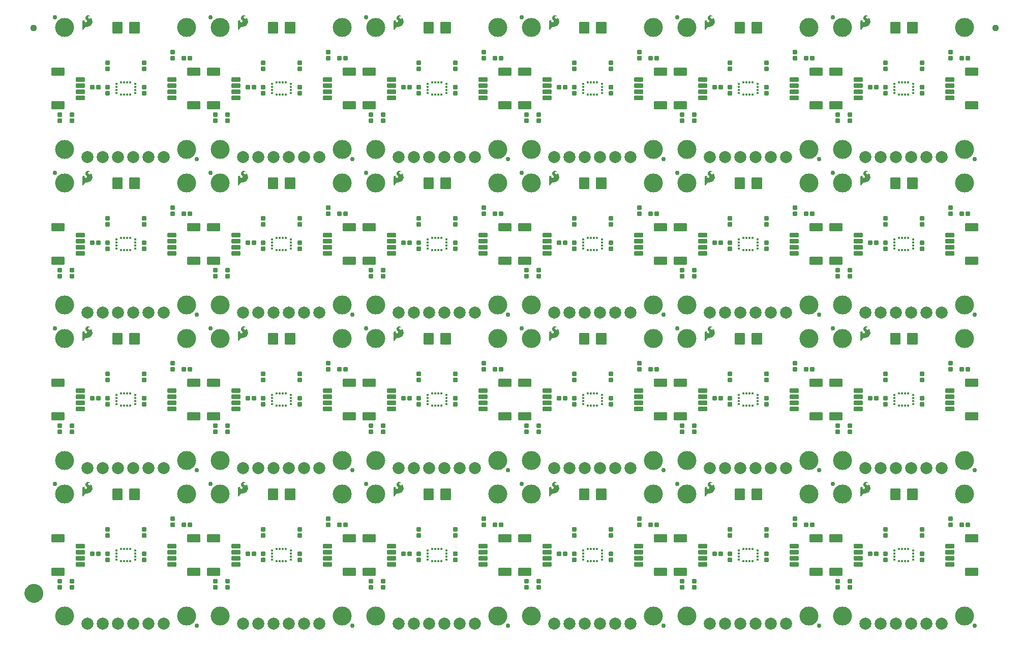
<source format=gts>
G04 EAGLE Gerber RS-274X export*
G75*
%MOMM*%
%FSLAX34Y34*%
%LPD*%
%INSoldermask Top*%
%IPPOS*%
%AMOC8*
5,1,8,0,0,1.08239X$1,22.5*%
G01*
%ADD10C,0.225588*%
%ADD11C,0.225369*%
%ADD12R,0.400000X0.400000*%
%ADD13C,2.006600*%
%ADD14C,0.762000*%
%ADD15C,3.175000*%
%ADD16C,0.224509*%
%ADD17C,1.127000*%
%ADD18C,1.270000*%
%ADD19C,1.627000*%

G36*
X1091078Y1000562D02*
X1091078Y1000562D01*
X1091091Y1000563D01*
X1091288Y1000859D01*
X1091585Y1001155D01*
X1091586Y1001160D01*
X1091589Y1001160D01*
X1091887Y1001558D01*
X1092385Y1002055D01*
X1092385Y1002059D01*
X1092388Y1002058D01*
X1092887Y1002657D01*
X1093485Y1003255D01*
X1093486Y1003261D01*
X1093490Y1003261D01*
X1093988Y1003958D01*
X1095285Y1005255D01*
X1095285Y1005259D01*
X1095288Y1005258D01*
X1095785Y1005855D01*
X1096778Y1006650D01*
X1097267Y1006943D01*
X1097854Y1007041D01*
X1099750Y1007041D01*
X1099751Y1007042D01*
X1099756Y1007042D01*
X1099757Y1007042D01*
X1099758Y1007041D01*
X1100958Y1007241D01*
X1100961Y1007244D01*
X1100963Y1007243D01*
X1102063Y1007543D01*
X1102066Y1007546D01*
X1102068Y1007544D01*
X1103068Y1007944D01*
X1103071Y1007949D01*
X1103075Y1007948D01*
X1104075Y1008548D01*
X1104078Y1008554D01*
X1104082Y1008553D01*
X1104882Y1009253D01*
X1104883Y1009255D01*
X1104885Y1009255D01*
X1105685Y1010055D01*
X1105685Y1010060D01*
X1105689Y1010060D01*
X1106389Y1010960D01*
X1106389Y1010966D01*
X1106393Y1010966D01*
X1107393Y1012766D01*
X1107392Y1012775D01*
X1107397Y1012777D01*
X1107897Y1014577D01*
X1107895Y1014584D01*
X1107899Y1014587D01*
X1107999Y1016387D01*
X1107994Y1016395D01*
X1107998Y1016399D01*
X1107698Y1017999D01*
X1107694Y1018003D01*
X1107696Y1018007D01*
X1107196Y1019407D01*
X1107191Y1019410D01*
X1107193Y1019415D01*
X1106493Y1020615D01*
X1106486Y1020618D01*
X1106487Y1020623D01*
X1105687Y1021523D01*
X1105674Y1021525D01*
X1105672Y1021534D01*
X1104872Y1021934D01*
X1104867Y1021933D01*
X1104863Y1021937D01*
X1104855Y1021931D01*
X1104814Y1021923D01*
X1104817Y1021903D01*
X1104801Y1021890D01*
X1104801Y1021098D01*
X1104609Y1020522D01*
X1104328Y1020335D01*
X1104042Y1020239D01*
X1103362Y1020239D01*
X1102575Y1020633D01*
X1102279Y1020830D01*
X1101880Y1021129D01*
X1101877Y1021129D01*
X1101877Y1021131D01*
X1101581Y1021328D01*
X1101291Y1021619D01*
X1101094Y1022012D01*
X1101090Y1022014D01*
X1101091Y1022017D01*
X1100896Y1022310D01*
X1100798Y1022702D01*
X1100796Y1022704D01*
X1100797Y1022706D01*
X1100702Y1022990D01*
X1100796Y1023271D01*
X1100894Y1023468D01*
X1100893Y1023473D01*
X1100897Y1023474D01*
X1100995Y1023768D01*
X1101186Y1024056D01*
X1101576Y1024348D01*
X1101966Y1024543D01*
X1102460Y1024642D01*
X1102461Y1024643D01*
X1102462Y1024642D01*
X1102856Y1024741D01*
X1103142Y1024741D01*
X1103434Y1024643D01*
X1103445Y1024647D01*
X1103450Y1024641D01*
X1103750Y1024641D01*
X1103761Y1024649D01*
X1103774Y1024647D01*
X1103776Y1024660D01*
X1103797Y1024677D01*
X1103781Y1024698D01*
X1103785Y1024725D01*
X1103685Y1024825D01*
X1103680Y1024826D01*
X1103680Y1024829D01*
X1103280Y1025129D01*
X1103273Y1025129D01*
X1103272Y1025134D01*
X1102672Y1025434D01*
X1102668Y1025433D01*
X1102667Y1025436D01*
X1101867Y1025736D01*
X1101866Y1025736D01*
X1101866Y1025737D01*
X1100966Y1026037D01*
X1100955Y1026033D01*
X1100950Y1026039D01*
X1099950Y1026039D01*
X1099945Y1026035D01*
X1099941Y1026038D01*
X1098841Y1025838D01*
X1098833Y1025830D01*
X1098826Y1025833D01*
X1097726Y1025233D01*
X1097723Y1025226D01*
X1097717Y1025227D01*
X1096817Y1024427D01*
X1096816Y1024419D01*
X1096810Y1024419D01*
X1096310Y1023719D01*
X1096310Y1023708D01*
X1096303Y1023706D01*
X1096003Y1022806D01*
X1096007Y1022795D01*
X1096001Y1022790D01*
X1096001Y1021990D01*
X1096006Y1021984D01*
X1096002Y1021979D01*
X1096202Y1021079D01*
X1096210Y1021073D01*
X1096207Y1021066D01*
X1096707Y1020166D01*
X1096714Y1020163D01*
X1096713Y1020158D01*
X1097413Y1019358D01*
X1097413Y1019357D01*
X1098213Y1018457D01*
X1098908Y1017663D01*
X1099201Y1016980D01*
X1099201Y1016298D01*
X1099006Y1015714D01*
X1098616Y1015227D01*
X1098030Y1014836D01*
X1097244Y1014639D01*
X1096455Y1014639D01*
X1095964Y1014737D01*
X1095473Y1014934D01*
X1095181Y1015128D01*
X1094891Y1015419D01*
X1094696Y1015809D01*
X1094599Y1016098D01*
X1094599Y1016382D01*
X1094695Y1016668D01*
X1094888Y1016959D01*
X1095277Y1017347D01*
X1095566Y1017443D01*
X1095569Y1017448D01*
X1095572Y1017446D01*
X1095972Y1017646D01*
X1095977Y1017656D01*
X1095985Y1017655D01*
X1096085Y1017755D01*
X1096085Y1017757D01*
X1096086Y1017757D01*
X1096086Y1017761D01*
X1096093Y1017814D01*
X1096075Y1017817D01*
X1096072Y1017834D01*
X1095872Y1017934D01*
X1095856Y1017931D01*
X1095850Y1017939D01*
X1095656Y1017939D01*
X1095262Y1018038D01*
X1095254Y1018034D01*
X1095250Y1018039D01*
X1094450Y1018039D01*
X1094445Y1018036D01*
X1094442Y1018039D01*
X1093842Y1017939D01*
X1093836Y1017933D01*
X1093832Y1017936D01*
X1092832Y1017536D01*
X1092827Y1017528D01*
X1092820Y1017529D01*
X1092422Y1017231D01*
X1091925Y1016932D01*
X1091918Y1016917D01*
X1091908Y1016915D01*
X1091608Y1016415D01*
X1091608Y1016412D01*
X1091606Y1016412D01*
X1091306Y1015812D01*
X1091307Y1015807D01*
X1091303Y1015806D01*
X1091103Y1015206D01*
X1091106Y1015198D01*
X1091101Y1015195D01*
X1090901Y1013395D01*
X1090903Y1013392D01*
X1090901Y1013390D01*
X1090901Y1000590D01*
X1090937Y1000543D01*
X1090944Y1000548D01*
X1090950Y1000541D01*
X1091050Y1000541D01*
X1091078Y1000562D01*
G37*
G36*
X1350158Y1000562D02*
X1350158Y1000562D01*
X1350171Y1000563D01*
X1350368Y1000859D01*
X1350665Y1001155D01*
X1350666Y1001160D01*
X1350669Y1001160D01*
X1350967Y1001558D01*
X1351465Y1002055D01*
X1351465Y1002059D01*
X1351468Y1002058D01*
X1351967Y1002657D01*
X1352565Y1003255D01*
X1352566Y1003261D01*
X1352570Y1003261D01*
X1353068Y1003958D01*
X1354365Y1005255D01*
X1354365Y1005259D01*
X1354368Y1005258D01*
X1354865Y1005855D01*
X1355858Y1006650D01*
X1356347Y1006943D01*
X1356934Y1007041D01*
X1358830Y1007041D01*
X1358831Y1007042D01*
X1358836Y1007042D01*
X1358837Y1007042D01*
X1358838Y1007041D01*
X1360038Y1007241D01*
X1360041Y1007244D01*
X1360043Y1007243D01*
X1361143Y1007543D01*
X1361146Y1007546D01*
X1361148Y1007544D01*
X1362148Y1007944D01*
X1362151Y1007949D01*
X1362155Y1007948D01*
X1363155Y1008548D01*
X1363158Y1008554D01*
X1363162Y1008553D01*
X1363962Y1009253D01*
X1363963Y1009255D01*
X1363965Y1009255D01*
X1364765Y1010055D01*
X1364765Y1010060D01*
X1364769Y1010060D01*
X1365469Y1010960D01*
X1365469Y1010966D01*
X1365473Y1010966D01*
X1366473Y1012766D01*
X1366472Y1012775D01*
X1366477Y1012777D01*
X1366977Y1014577D01*
X1366975Y1014584D01*
X1366979Y1014587D01*
X1367079Y1016387D01*
X1367074Y1016395D01*
X1367078Y1016399D01*
X1366778Y1017999D01*
X1366774Y1018003D01*
X1366776Y1018007D01*
X1366276Y1019407D01*
X1366271Y1019410D01*
X1366273Y1019415D01*
X1365573Y1020615D01*
X1365566Y1020618D01*
X1365567Y1020623D01*
X1364767Y1021523D01*
X1364754Y1021525D01*
X1364752Y1021534D01*
X1363952Y1021934D01*
X1363947Y1021933D01*
X1363943Y1021937D01*
X1363935Y1021931D01*
X1363894Y1021923D01*
X1363897Y1021903D01*
X1363881Y1021890D01*
X1363881Y1021098D01*
X1363689Y1020522D01*
X1363408Y1020335D01*
X1363122Y1020239D01*
X1362442Y1020239D01*
X1361655Y1020633D01*
X1361359Y1020830D01*
X1360960Y1021129D01*
X1360957Y1021129D01*
X1360957Y1021131D01*
X1360661Y1021328D01*
X1360371Y1021619D01*
X1360174Y1022012D01*
X1360170Y1022014D01*
X1360171Y1022017D01*
X1359976Y1022310D01*
X1359878Y1022702D01*
X1359876Y1022704D01*
X1359877Y1022706D01*
X1359782Y1022990D01*
X1359876Y1023271D01*
X1359974Y1023468D01*
X1359973Y1023473D01*
X1359977Y1023474D01*
X1360075Y1023768D01*
X1360266Y1024056D01*
X1360656Y1024348D01*
X1361046Y1024543D01*
X1361540Y1024642D01*
X1361541Y1024643D01*
X1361542Y1024642D01*
X1361936Y1024741D01*
X1362222Y1024741D01*
X1362514Y1024643D01*
X1362525Y1024647D01*
X1362530Y1024641D01*
X1362830Y1024641D01*
X1362841Y1024649D01*
X1362854Y1024647D01*
X1362856Y1024660D01*
X1362877Y1024677D01*
X1362861Y1024698D01*
X1362865Y1024725D01*
X1362765Y1024825D01*
X1362760Y1024826D01*
X1362760Y1024829D01*
X1362360Y1025129D01*
X1362353Y1025129D01*
X1362352Y1025134D01*
X1361752Y1025434D01*
X1361748Y1025433D01*
X1361747Y1025436D01*
X1360947Y1025736D01*
X1360946Y1025736D01*
X1360946Y1025737D01*
X1360046Y1026037D01*
X1360035Y1026033D01*
X1360030Y1026039D01*
X1359030Y1026039D01*
X1359025Y1026035D01*
X1359021Y1026038D01*
X1357921Y1025838D01*
X1357913Y1025830D01*
X1357906Y1025833D01*
X1356806Y1025233D01*
X1356803Y1025226D01*
X1356797Y1025227D01*
X1355897Y1024427D01*
X1355896Y1024419D01*
X1355890Y1024419D01*
X1355390Y1023719D01*
X1355390Y1023708D01*
X1355383Y1023706D01*
X1355083Y1022806D01*
X1355087Y1022795D01*
X1355081Y1022790D01*
X1355081Y1021990D01*
X1355086Y1021984D01*
X1355082Y1021979D01*
X1355282Y1021079D01*
X1355290Y1021073D01*
X1355287Y1021066D01*
X1355787Y1020166D01*
X1355794Y1020163D01*
X1355793Y1020158D01*
X1356493Y1019358D01*
X1356493Y1019357D01*
X1357293Y1018457D01*
X1357988Y1017663D01*
X1358281Y1016980D01*
X1358281Y1016298D01*
X1358086Y1015714D01*
X1357696Y1015227D01*
X1357110Y1014836D01*
X1356324Y1014639D01*
X1355535Y1014639D01*
X1355044Y1014737D01*
X1354553Y1014934D01*
X1354261Y1015128D01*
X1353971Y1015419D01*
X1353776Y1015809D01*
X1353679Y1016098D01*
X1353679Y1016382D01*
X1353775Y1016668D01*
X1353968Y1016959D01*
X1354357Y1017347D01*
X1354646Y1017443D01*
X1354649Y1017448D01*
X1354652Y1017446D01*
X1355052Y1017646D01*
X1355057Y1017656D01*
X1355065Y1017655D01*
X1355165Y1017755D01*
X1355165Y1017757D01*
X1355166Y1017757D01*
X1355166Y1017761D01*
X1355173Y1017814D01*
X1355155Y1017817D01*
X1355152Y1017834D01*
X1354952Y1017934D01*
X1354936Y1017931D01*
X1354930Y1017939D01*
X1354736Y1017939D01*
X1354342Y1018038D01*
X1354334Y1018034D01*
X1354330Y1018039D01*
X1353530Y1018039D01*
X1353525Y1018036D01*
X1353522Y1018039D01*
X1352922Y1017939D01*
X1352916Y1017933D01*
X1352912Y1017936D01*
X1351912Y1017536D01*
X1351907Y1017528D01*
X1351900Y1017529D01*
X1351502Y1017231D01*
X1351005Y1016932D01*
X1350998Y1016917D01*
X1350988Y1016915D01*
X1350688Y1016415D01*
X1350688Y1016412D01*
X1350686Y1016412D01*
X1350386Y1015812D01*
X1350387Y1015807D01*
X1350383Y1015806D01*
X1350183Y1015206D01*
X1350186Y1015198D01*
X1350181Y1015195D01*
X1349981Y1013395D01*
X1349983Y1013392D01*
X1349981Y1013390D01*
X1349981Y1000590D01*
X1350017Y1000543D01*
X1350024Y1000548D01*
X1350030Y1000541D01*
X1350130Y1000541D01*
X1350158Y1000562D01*
G37*
G36*
X313838Y1000562D02*
X313838Y1000562D01*
X313851Y1000563D01*
X314048Y1000859D01*
X314345Y1001155D01*
X314346Y1001160D01*
X314349Y1001160D01*
X314647Y1001558D01*
X315145Y1002055D01*
X315145Y1002059D01*
X315148Y1002058D01*
X315647Y1002657D01*
X316245Y1003255D01*
X316246Y1003261D01*
X316250Y1003261D01*
X316748Y1003958D01*
X318045Y1005255D01*
X318045Y1005259D01*
X318048Y1005258D01*
X318545Y1005855D01*
X319538Y1006650D01*
X320027Y1006943D01*
X320614Y1007041D01*
X322510Y1007041D01*
X322511Y1007042D01*
X322516Y1007042D01*
X322517Y1007042D01*
X322518Y1007041D01*
X323718Y1007241D01*
X323721Y1007244D01*
X323723Y1007243D01*
X324823Y1007543D01*
X324826Y1007546D01*
X324828Y1007544D01*
X325828Y1007944D01*
X325831Y1007949D01*
X325835Y1007948D01*
X326835Y1008548D01*
X326838Y1008554D01*
X326842Y1008553D01*
X327642Y1009253D01*
X327643Y1009255D01*
X327645Y1009255D01*
X328445Y1010055D01*
X328445Y1010060D01*
X328449Y1010060D01*
X329149Y1010960D01*
X329149Y1010966D01*
X329153Y1010966D01*
X330153Y1012766D01*
X330152Y1012775D01*
X330157Y1012777D01*
X330657Y1014577D01*
X330655Y1014584D01*
X330659Y1014587D01*
X330759Y1016387D01*
X330754Y1016395D01*
X330758Y1016399D01*
X330458Y1017999D01*
X330454Y1018003D01*
X330456Y1018007D01*
X329956Y1019407D01*
X329951Y1019410D01*
X329953Y1019415D01*
X329253Y1020615D01*
X329246Y1020618D01*
X329247Y1020623D01*
X328447Y1021523D01*
X328434Y1021525D01*
X328432Y1021534D01*
X327632Y1021934D01*
X327627Y1021933D01*
X327623Y1021937D01*
X327615Y1021931D01*
X327574Y1021923D01*
X327577Y1021903D01*
X327561Y1021890D01*
X327561Y1021098D01*
X327369Y1020522D01*
X327088Y1020335D01*
X326802Y1020239D01*
X326122Y1020239D01*
X325335Y1020633D01*
X325039Y1020830D01*
X324640Y1021129D01*
X324637Y1021129D01*
X324637Y1021131D01*
X324341Y1021328D01*
X324051Y1021619D01*
X323854Y1022012D01*
X323850Y1022014D01*
X323851Y1022017D01*
X323656Y1022310D01*
X323558Y1022702D01*
X323556Y1022704D01*
X323557Y1022706D01*
X323462Y1022990D01*
X323556Y1023271D01*
X323654Y1023468D01*
X323653Y1023473D01*
X323657Y1023474D01*
X323755Y1023768D01*
X323946Y1024056D01*
X324336Y1024348D01*
X324726Y1024543D01*
X325220Y1024642D01*
X325221Y1024643D01*
X325222Y1024642D01*
X325616Y1024741D01*
X325902Y1024741D01*
X326194Y1024643D01*
X326205Y1024647D01*
X326210Y1024641D01*
X326510Y1024641D01*
X326521Y1024649D01*
X326534Y1024647D01*
X326536Y1024660D01*
X326557Y1024677D01*
X326541Y1024698D01*
X326545Y1024725D01*
X326445Y1024825D01*
X326440Y1024826D01*
X326440Y1024829D01*
X326040Y1025129D01*
X326033Y1025129D01*
X326032Y1025134D01*
X325432Y1025434D01*
X325428Y1025433D01*
X325427Y1025436D01*
X324627Y1025736D01*
X324626Y1025736D01*
X324626Y1025737D01*
X323726Y1026037D01*
X323715Y1026033D01*
X323710Y1026039D01*
X322710Y1026039D01*
X322705Y1026035D01*
X322701Y1026038D01*
X321601Y1025838D01*
X321593Y1025830D01*
X321586Y1025833D01*
X320486Y1025233D01*
X320483Y1025226D01*
X320477Y1025227D01*
X319577Y1024427D01*
X319576Y1024419D01*
X319570Y1024419D01*
X319070Y1023719D01*
X319070Y1023708D01*
X319063Y1023706D01*
X318763Y1022806D01*
X318767Y1022795D01*
X318761Y1022790D01*
X318761Y1021990D01*
X318766Y1021984D01*
X318762Y1021979D01*
X318962Y1021079D01*
X318970Y1021073D01*
X318967Y1021066D01*
X319467Y1020166D01*
X319474Y1020163D01*
X319473Y1020158D01*
X320173Y1019358D01*
X320173Y1019357D01*
X320973Y1018457D01*
X321668Y1017663D01*
X321961Y1016980D01*
X321961Y1016298D01*
X321766Y1015714D01*
X321376Y1015227D01*
X320790Y1014836D01*
X320004Y1014639D01*
X319215Y1014639D01*
X318724Y1014737D01*
X318233Y1014934D01*
X317941Y1015128D01*
X317651Y1015419D01*
X317456Y1015809D01*
X317359Y1016098D01*
X317359Y1016382D01*
X317455Y1016668D01*
X317648Y1016959D01*
X318037Y1017347D01*
X318326Y1017443D01*
X318329Y1017448D01*
X318332Y1017446D01*
X318732Y1017646D01*
X318737Y1017656D01*
X318745Y1017655D01*
X318845Y1017755D01*
X318845Y1017757D01*
X318846Y1017757D01*
X318846Y1017761D01*
X318853Y1017814D01*
X318835Y1017817D01*
X318832Y1017834D01*
X318632Y1017934D01*
X318616Y1017931D01*
X318610Y1017939D01*
X318416Y1017939D01*
X318022Y1018038D01*
X318014Y1018034D01*
X318010Y1018039D01*
X317210Y1018039D01*
X317205Y1018036D01*
X317202Y1018039D01*
X316602Y1017939D01*
X316596Y1017933D01*
X316592Y1017936D01*
X315592Y1017536D01*
X315587Y1017528D01*
X315580Y1017529D01*
X315182Y1017231D01*
X314685Y1016932D01*
X314678Y1016917D01*
X314668Y1016915D01*
X314368Y1016415D01*
X314368Y1016412D01*
X314366Y1016412D01*
X314066Y1015812D01*
X314067Y1015807D01*
X314063Y1015806D01*
X313863Y1015206D01*
X313866Y1015198D01*
X313861Y1015195D01*
X313661Y1013395D01*
X313663Y1013392D01*
X313661Y1013390D01*
X313661Y1000590D01*
X313697Y1000543D01*
X313704Y1000548D01*
X313710Y1000541D01*
X313810Y1000541D01*
X313838Y1000562D01*
G37*
G36*
X831998Y1000562D02*
X831998Y1000562D01*
X832011Y1000563D01*
X832208Y1000859D01*
X832505Y1001155D01*
X832506Y1001160D01*
X832509Y1001160D01*
X832807Y1001558D01*
X833305Y1002055D01*
X833305Y1002059D01*
X833308Y1002058D01*
X833807Y1002657D01*
X834405Y1003255D01*
X834406Y1003261D01*
X834410Y1003261D01*
X834908Y1003958D01*
X836205Y1005255D01*
X836205Y1005259D01*
X836208Y1005258D01*
X836705Y1005855D01*
X837698Y1006650D01*
X838187Y1006943D01*
X838774Y1007041D01*
X840670Y1007041D01*
X840671Y1007042D01*
X840676Y1007042D01*
X840677Y1007042D01*
X840678Y1007041D01*
X841878Y1007241D01*
X841881Y1007244D01*
X841883Y1007243D01*
X842983Y1007543D01*
X842986Y1007546D01*
X842988Y1007544D01*
X843988Y1007944D01*
X843991Y1007949D01*
X843995Y1007948D01*
X844995Y1008548D01*
X844998Y1008554D01*
X845002Y1008553D01*
X845802Y1009253D01*
X845803Y1009255D01*
X845805Y1009255D01*
X846605Y1010055D01*
X846605Y1010060D01*
X846609Y1010060D01*
X847309Y1010960D01*
X847309Y1010966D01*
X847313Y1010966D01*
X848313Y1012766D01*
X848312Y1012775D01*
X848317Y1012777D01*
X848817Y1014577D01*
X848815Y1014584D01*
X848819Y1014587D01*
X848919Y1016387D01*
X848914Y1016395D01*
X848918Y1016399D01*
X848618Y1017999D01*
X848614Y1018003D01*
X848616Y1018007D01*
X848116Y1019407D01*
X848111Y1019410D01*
X848113Y1019415D01*
X847413Y1020615D01*
X847406Y1020618D01*
X847407Y1020623D01*
X846607Y1021523D01*
X846594Y1021525D01*
X846592Y1021534D01*
X845792Y1021934D01*
X845787Y1021933D01*
X845783Y1021937D01*
X845775Y1021931D01*
X845734Y1021923D01*
X845737Y1021903D01*
X845721Y1021890D01*
X845721Y1021098D01*
X845529Y1020522D01*
X845248Y1020335D01*
X844962Y1020239D01*
X844282Y1020239D01*
X843495Y1020633D01*
X843199Y1020830D01*
X842800Y1021129D01*
X842797Y1021129D01*
X842797Y1021131D01*
X842501Y1021328D01*
X842211Y1021619D01*
X842014Y1022012D01*
X842010Y1022014D01*
X842011Y1022017D01*
X841816Y1022310D01*
X841718Y1022702D01*
X841716Y1022704D01*
X841717Y1022706D01*
X841622Y1022990D01*
X841716Y1023271D01*
X841814Y1023468D01*
X841813Y1023473D01*
X841817Y1023474D01*
X841915Y1023768D01*
X842106Y1024056D01*
X842496Y1024348D01*
X842886Y1024543D01*
X843380Y1024642D01*
X843381Y1024643D01*
X843382Y1024642D01*
X843776Y1024741D01*
X844062Y1024741D01*
X844354Y1024643D01*
X844365Y1024647D01*
X844370Y1024641D01*
X844670Y1024641D01*
X844681Y1024649D01*
X844694Y1024647D01*
X844696Y1024660D01*
X844717Y1024677D01*
X844701Y1024698D01*
X844705Y1024725D01*
X844605Y1024825D01*
X844600Y1024826D01*
X844600Y1024829D01*
X844200Y1025129D01*
X844193Y1025129D01*
X844192Y1025134D01*
X843592Y1025434D01*
X843588Y1025433D01*
X843587Y1025436D01*
X842787Y1025736D01*
X842786Y1025736D01*
X842786Y1025737D01*
X841886Y1026037D01*
X841875Y1026033D01*
X841870Y1026039D01*
X840870Y1026039D01*
X840865Y1026035D01*
X840861Y1026038D01*
X839761Y1025838D01*
X839753Y1025830D01*
X839746Y1025833D01*
X838646Y1025233D01*
X838643Y1025226D01*
X838637Y1025227D01*
X837737Y1024427D01*
X837736Y1024419D01*
X837730Y1024419D01*
X837230Y1023719D01*
X837230Y1023708D01*
X837223Y1023706D01*
X836923Y1022806D01*
X836927Y1022795D01*
X836921Y1022790D01*
X836921Y1021990D01*
X836926Y1021984D01*
X836922Y1021979D01*
X837122Y1021079D01*
X837130Y1021073D01*
X837127Y1021066D01*
X837627Y1020166D01*
X837634Y1020163D01*
X837633Y1020158D01*
X838333Y1019358D01*
X838333Y1019357D01*
X839133Y1018457D01*
X839828Y1017663D01*
X840121Y1016980D01*
X840121Y1016298D01*
X839926Y1015714D01*
X839536Y1015227D01*
X838950Y1014836D01*
X838164Y1014639D01*
X837375Y1014639D01*
X836884Y1014737D01*
X836393Y1014934D01*
X836101Y1015128D01*
X835811Y1015419D01*
X835616Y1015809D01*
X835519Y1016098D01*
X835519Y1016382D01*
X835615Y1016668D01*
X835808Y1016959D01*
X836197Y1017347D01*
X836486Y1017443D01*
X836489Y1017448D01*
X836492Y1017446D01*
X836892Y1017646D01*
X836897Y1017656D01*
X836905Y1017655D01*
X837005Y1017755D01*
X837005Y1017757D01*
X837006Y1017757D01*
X837006Y1017761D01*
X837013Y1017814D01*
X836995Y1017817D01*
X836992Y1017834D01*
X836792Y1017934D01*
X836776Y1017931D01*
X836770Y1017939D01*
X836576Y1017939D01*
X836182Y1018038D01*
X836174Y1018034D01*
X836170Y1018039D01*
X835370Y1018039D01*
X835365Y1018036D01*
X835362Y1018039D01*
X834762Y1017939D01*
X834756Y1017933D01*
X834752Y1017936D01*
X833752Y1017536D01*
X833747Y1017528D01*
X833740Y1017529D01*
X833342Y1017231D01*
X832845Y1016932D01*
X832838Y1016917D01*
X832828Y1016915D01*
X832528Y1016415D01*
X832528Y1016412D01*
X832526Y1016412D01*
X832226Y1015812D01*
X832227Y1015807D01*
X832223Y1015806D01*
X832023Y1015206D01*
X832026Y1015198D01*
X832021Y1015195D01*
X831821Y1013395D01*
X831823Y1013392D01*
X831821Y1013390D01*
X831821Y1000590D01*
X831857Y1000543D01*
X831864Y1000548D01*
X831870Y1000541D01*
X831970Y1000541D01*
X831998Y1000562D01*
G37*
G36*
X54758Y1000562D02*
X54758Y1000562D01*
X54771Y1000563D01*
X54968Y1000859D01*
X55265Y1001155D01*
X55266Y1001160D01*
X55269Y1001160D01*
X55567Y1001558D01*
X56065Y1002055D01*
X56065Y1002059D01*
X56068Y1002058D01*
X56567Y1002657D01*
X57165Y1003255D01*
X57166Y1003261D01*
X57170Y1003261D01*
X57668Y1003958D01*
X58965Y1005255D01*
X58965Y1005259D01*
X58968Y1005258D01*
X59465Y1005855D01*
X60458Y1006650D01*
X60947Y1006943D01*
X61534Y1007041D01*
X63430Y1007041D01*
X63431Y1007042D01*
X63436Y1007042D01*
X63437Y1007042D01*
X63438Y1007041D01*
X64638Y1007241D01*
X64641Y1007244D01*
X64643Y1007243D01*
X65743Y1007543D01*
X65746Y1007546D01*
X65748Y1007544D01*
X66748Y1007944D01*
X66751Y1007949D01*
X66755Y1007948D01*
X67755Y1008548D01*
X67758Y1008554D01*
X67762Y1008553D01*
X68562Y1009253D01*
X68563Y1009255D01*
X68565Y1009255D01*
X69365Y1010055D01*
X69365Y1010060D01*
X69369Y1010060D01*
X70069Y1010960D01*
X70069Y1010966D01*
X70073Y1010966D01*
X71073Y1012766D01*
X71072Y1012775D01*
X71077Y1012777D01*
X71577Y1014577D01*
X71575Y1014584D01*
X71579Y1014587D01*
X71679Y1016387D01*
X71674Y1016395D01*
X71678Y1016399D01*
X71378Y1017999D01*
X71374Y1018003D01*
X71376Y1018007D01*
X70876Y1019407D01*
X70871Y1019410D01*
X70873Y1019415D01*
X70173Y1020615D01*
X70166Y1020618D01*
X70167Y1020623D01*
X69367Y1021523D01*
X69354Y1021525D01*
X69352Y1021534D01*
X68552Y1021934D01*
X68547Y1021933D01*
X68543Y1021937D01*
X68535Y1021931D01*
X68494Y1021923D01*
X68497Y1021903D01*
X68481Y1021890D01*
X68481Y1021098D01*
X68289Y1020522D01*
X68008Y1020335D01*
X67722Y1020239D01*
X67042Y1020239D01*
X66255Y1020633D01*
X65959Y1020830D01*
X65560Y1021129D01*
X65557Y1021129D01*
X65557Y1021131D01*
X65261Y1021328D01*
X64971Y1021619D01*
X64774Y1022012D01*
X64770Y1022014D01*
X64771Y1022017D01*
X64576Y1022310D01*
X64478Y1022702D01*
X64476Y1022704D01*
X64477Y1022706D01*
X64382Y1022990D01*
X64476Y1023271D01*
X64574Y1023468D01*
X64573Y1023473D01*
X64577Y1023474D01*
X64675Y1023768D01*
X64866Y1024056D01*
X65256Y1024348D01*
X65646Y1024543D01*
X66140Y1024642D01*
X66141Y1024643D01*
X66142Y1024642D01*
X66536Y1024741D01*
X66822Y1024741D01*
X67114Y1024643D01*
X67125Y1024647D01*
X67130Y1024641D01*
X67430Y1024641D01*
X67441Y1024649D01*
X67454Y1024647D01*
X67456Y1024660D01*
X67477Y1024677D01*
X67461Y1024698D01*
X67465Y1024725D01*
X67365Y1024825D01*
X67360Y1024826D01*
X67360Y1024829D01*
X66960Y1025129D01*
X66953Y1025129D01*
X66952Y1025134D01*
X66352Y1025434D01*
X66348Y1025433D01*
X66347Y1025436D01*
X65547Y1025736D01*
X65546Y1025736D01*
X65546Y1025737D01*
X64646Y1026037D01*
X64635Y1026033D01*
X64630Y1026039D01*
X63630Y1026039D01*
X63625Y1026035D01*
X63621Y1026038D01*
X62521Y1025838D01*
X62513Y1025830D01*
X62506Y1025833D01*
X61406Y1025233D01*
X61403Y1025226D01*
X61397Y1025227D01*
X60497Y1024427D01*
X60496Y1024419D01*
X60490Y1024419D01*
X59990Y1023719D01*
X59990Y1023708D01*
X59983Y1023706D01*
X59683Y1022806D01*
X59687Y1022795D01*
X59681Y1022790D01*
X59681Y1021990D01*
X59686Y1021984D01*
X59682Y1021979D01*
X59882Y1021079D01*
X59890Y1021073D01*
X59887Y1021066D01*
X60387Y1020166D01*
X60394Y1020163D01*
X60393Y1020158D01*
X61093Y1019358D01*
X61093Y1019357D01*
X61893Y1018457D01*
X62588Y1017663D01*
X62881Y1016980D01*
X62881Y1016298D01*
X62686Y1015714D01*
X62296Y1015227D01*
X61710Y1014836D01*
X60924Y1014639D01*
X60135Y1014639D01*
X59644Y1014737D01*
X59153Y1014934D01*
X58861Y1015128D01*
X58571Y1015419D01*
X58376Y1015809D01*
X58279Y1016098D01*
X58279Y1016382D01*
X58375Y1016668D01*
X58568Y1016959D01*
X58957Y1017347D01*
X59246Y1017443D01*
X59249Y1017448D01*
X59252Y1017446D01*
X59652Y1017646D01*
X59657Y1017656D01*
X59665Y1017655D01*
X59765Y1017755D01*
X59765Y1017757D01*
X59766Y1017757D01*
X59766Y1017761D01*
X59773Y1017814D01*
X59755Y1017817D01*
X59752Y1017834D01*
X59552Y1017934D01*
X59536Y1017931D01*
X59530Y1017939D01*
X59336Y1017939D01*
X58942Y1018038D01*
X58934Y1018034D01*
X58930Y1018039D01*
X58130Y1018039D01*
X58125Y1018036D01*
X58122Y1018039D01*
X57522Y1017939D01*
X57516Y1017933D01*
X57512Y1017936D01*
X56512Y1017536D01*
X56507Y1017528D01*
X56500Y1017529D01*
X56102Y1017231D01*
X55605Y1016932D01*
X55598Y1016917D01*
X55588Y1016915D01*
X55288Y1016415D01*
X55288Y1016412D01*
X55286Y1016412D01*
X54986Y1015812D01*
X54987Y1015807D01*
X54983Y1015806D01*
X54783Y1015206D01*
X54786Y1015198D01*
X54781Y1015195D01*
X54581Y1013395D01*
X54583Y1013392D01*
X54581Y1013390D01*
X54581Y1000590D01*
X54617Y1000543D01*
X54624Y1000548D01*
X54630Y1000541D01*
X54730Y1000541D01*
X54758Y1000562D01*
G37*
G36*
X572918Y1000562D02*
X572918Y1000562D01*
X572931Y1000563D01*
X573128Y1000859D01*
X573425Y1001155D01*
X573426Y1001160D01*
X573429Y1001160D01*
X573727Y1001558D01*
X574225Y1002055D01*
X574225Y1002059D01*
X574228Y1002058D01*
X574727Y1002657D01*
X575325Y1003255D01*
X575326Y1003261D01*
X575330Y1003261D01*
X575828Y1003958D01*
X577125Y1005255D01*
X577125Y1005259D01*
X577128Y1005258D01*
X577625Y1005855D01*
X578618Y1006650D01*
X579107Y1006943D01*
X579694Y1007041D01*
X581590Y1007041D01*
X581591Y1007042D01*
X581596Y1007042D01*
X581597Y1007042D01*
X581598Y1007041D01*
X582798Y1007241D01*
X582801Y1007244D01*
X582803Y1007243D01*
X583903Y1007543D01*
X583906Y1007546D01*
X583908Y1007544D01*
X584908Y1007944D01*
X584911Y1007949D01*
X584915Y1007948D01*
X585915Y1008548D01*
X585918Y1008554D01*
X585922Y1008553D01*
X586722Y1009253D01*
X586723Y1009255D01*
X586725Y1009255D01*
X587525Y1010055D01*
X587525Y1010060D01*
X587529Y1010060D01*
X588229Y1010960D01*
X588229Y1010966D01*
X588233Y1010966D01*
X589233Y1012766D01*
X589232Y1012775D01*
X589237Y1012777D01*
X589737Y1014577D01*
X589735Y1014584D01*
X589739Y1014587D01*
X589839Y1016387D01*
X589834Y1016395D01*
X589838Y1016399D01*
X589538Y1017999D01*
X589534Y1018003D01*
X589536Y1018007D01*
X589036Y1019407D01*
X589031Y1019410D01*
X589033Y1019415D01*
X588333Y1020615D01*
X588326Y1020618D01*
X588327Y1020623D01*
X587527Y1021523D01*
X587514Y1021525D01*
X587512Y1021534D01*
X586712Y1021934D01*
X586707Y1021933D01*
X586703Y1021937D01*
X586695Y1021931D01*
X586654Y1021923D01*
X586657Y1021903D01*
X586641Y1021890D01*
X586641Y1021098D01*
X586449Y1020522D01*
X586168Y1020335D01*
X585882Y1020239D01*
X585202Y1020239D01*
X584415Y1020633D01*
X584119Y1020830D01*
X583720Y1021129D01*
X583717Y1021129D01*
X583717Y1021131D01*
X583421Y1021328D01*
X583131Y1021619D01*
X582934Y1022012D01*
X582930Y1022014D01*
X582931Y1022017D01*
X582736Y1022310D01*
X582638Y1022702D01*
X582636Y1022704D01*
X582637Y1022706D01*
X582542Y1022990D01*
X582636Y1023271D01*
X582734Y1023468D01*
X582733Y1023473D01*
X582737Y1023474D01*
X582835Y1023768D01*
X583026Y1024056D01*
X583416Y1024348D01*
X583806Y1024543D01*
X584300Y1024642D01*
X584301Y1024643D01*
X584302Y1024642D01*
X584696Y1024741D01*
X584982Y1024741D01*
X585274Y1024643D01*
X585285Y1024647D01*
X585290Y1024641D01*
X585590Y1024641D01*
X585601Y1024649D01*
X585614Y1024647D01*
X585616Y1024660D01*
X585637Y1024677D01*
X585621Y1024698D01*
X585625Y1024725D01*
X585525Y1024825D01*
X585520Y1024826D01*
X585520Y1024829D01*
X585120Y1025129D01*
X585113Y1025129D01*
X585112Y1025134D01*
X584512Y1025434D01*
X584508Y1025433D01*
X584507Y1025436D01*
X583707Y1025736D01*
X583706Y1025736D01*
X583706Y1025737D01*
X582806Y1026037D01*
X582795Y1026033D01*
X582790Y1026039D01*
X581790Y1026039D01*
X581785Y1026035D01*
X581781Y1026038D01*
X580681Y1025838D01*
X580673Y1025830D01*
X580666Y1025833D01*
X579566Y1025233D01*
X579563Y1025226D01*
X579557Y1025227D01*
X578657Y1024427D01*
X578656Y1024419D01*
X578650Y1024419D01*
X578150Y1023719D01*
X578150Y1023708D01*
X578143Y1023706D01*
X577843Y1022806D01*
X577847Y1022795D01*
X577841Y1022790D01*
X577841Y1021990D01*
X577846Y1021984D01*
X577842Y1021979D01*
X578042Y1021079D01*
X578050Y1021073D01*
X578047Y1021066D01*
X578547Y1020166D01*
X578554Y1020163D01*
X578553Y1020158D01*
X579253Y1019358D01*
X579253Y1019357D01*
X580053Y1018457D01*
X580748Y1017663D01*
X581041Y1016980D01*
X581041Y1016298D01*
X580846Y1015714D01*
X580456Y1015227D01*
X579870Y1014836D01*
X579084Y1014639D01*
X578295Y1014639D01*
X577804Y1014737D01*
X577313Y1014934D01*
X577021Y1015128D01*
X576731Y1015419D01*
X576536Y1015809D01*
X576439Y1016098D01*
X576439Y1016382D01*
X576535Y1016668D01*
X576728Y1016959D01*
X577117Y1017347D01*
X577406Y1017443D01*
X577409Y1017448D01*
X577412Y1017446D01*
X577812Y1017646D01*
X577817Y1017656D01*
X577825Y1017655D01*
X577925Y1017755D01*
X577925Y1017757D01*
X577926Y1017757D01*
X577926Y1017761D01*
X577933Y1017814D01*
X577915Y1017817D01*
X577912Y1017834D01*
X577712Y1017934D01*
X577696Y1017931D01*
X577690Y1017939D01*
X577496Y1017939D01*
X577102Y1018038D01*
X577094Y1018034D01*
X577090Y1018039D01*
X576290Y1018039D01*
X576285Y1018036D01*
X576282Y1018039D01*
X575682Y1017939D01*
X575676Y1017933D01*
X575672Y1017936D01*
X574672Y1017536D01*
X574667Y1017528D01*
X574660Y1017529D01*
X574262Y1017231D01*
X573765Y1016932D01*
X573758Y1016917D01*
X573748Y1016915D01*
X573448Y1016415D01*
X573448Y1016412D01*
X573446Y1016412D01*
X573146Y1015812D01*
X573147Y1015807D01*
X573143Y1015806D01*
X572943Y1015206D01*
X572946Y1015198D01*
X572941Y1015195D01*
X572741Y1013395D01*
X572743Y1013392D01*
X572741Y1013390D01*
X572741Y1000590D01*
X572777Y1000543D01*
X572784Y1000548D01*
X572790Y1000541D01*
X572890Y1000541D01*
X572918Y1000562D01*
G37*
G36*
X572918Y223322D02*
X572918Y223322D01*
X572931Y223323D01*
X573128Y223619D01*
X573425Y223915D01*
X573426Y223920D01*
X573429Y223920D01*
X573727Y224318D01*
X574225Y224815D01*
X574225Y224819D01*
X574228Y224818D01*
X574727Y225417D01*
X575325Y226015D01*
X575326Y226021D01*
X575330Y226021D01*
X575828Y226718D01*
X577125Y228015D01*
X577125Y228019D01*
X577128Y228018D01*
X577625Y228615D01*
X578618Y229410D01*
X579107Y229703D01*
X579694Y229801D01*
X581590Y229801D01*
X581591Y229802D01*
X581596Y229802D01*
X581597Y229802D01*
X581598Y229801D01*
X582798Y230001D01*
X582801Y230004D01*
X582803Y230003D01*
X583903Y230303D01*
X583906Y230306D01*
X583908Y230304D01*
X584908Y230704D01*
X584911Y230709D01*
X584915Y230708D01*
X585915Y231308D01*
X585918Y231314D01*
X585922Y231313D01*
X586722Y232013D01*
X586723Y232015D01*
X586725Y232015D01*
X587525Y232815D01*
X587525Y232820D01*
X587529Y232820D01*
X588229Y233720D01*
X588229Y233726D01*
X588233Y233726D01*
X589233Y235526D01*
X589232Y235535D01*
X589237Y235537D01*
X589737Y237337D01*
X589735Y237344D01*
X589739Y237347D01*
X589839Y239147D01*
X589834Y239155D01*
X589838Y239159D01*
X589538Y240759D01*
X589534Y240763D01*
X589536Y240767D01*
X589036Y242167D01*
X589031Y242170D01*
X589033Y242175D01*
X588333Y243375D01*
X588326Y243378D01*
X588327Y243383D01*
X587527Y244283D01*
X587514Y244285D01*
X587512Y244294D01*
X586712Y244694D01*
X586707Y244693D01*
X586703Y244697D01*
X586695Y244691D01*
X586654Y244683D01*
X586657Y244663D01*
X586641Y244650D01*
X586641Y243858D01*
X586449Y243282D01*
X586168Y243095D01*
X585882Y242999D01*
X585202Y242999D01*
X584415Y243393D01*
X584119Y243590D01*
X583720Y243889D01*
X583717Y243889D01*
X583717Y243891D01*
X583421Y244088D01*
X583131Y244379D01*
X582934Y244772D01*
X582930Y244774D01*
X582931Y244777D01*
X582736Y245070D01*
X582638Y245462D01*
X582636Y245464D01*
X582637Y245466D01*
X582542Y245750D01*
X582636Y246031D01*
X582734Y246228D01*
X582733Y246233D01*
X582737Y246234D01*
X582835Y246528D01*
X583026Y246816D01*
X583416Y247108D01*
X583806Y247303D01*
X584300Y247402D01*
X584301Y247403D01*
X584302Y247402D01*
X584696Y247501D01*
X584982Y247501D01*
X585274Y247403D01*
X585285Y247407D01*
X585290Y247401D01*
X585590Y247401D01*
X585601Y247409D01*
X585614Y247407D01*
X585616Y247420D01*
X585637Y247437D01*
X585621Y247458D01*
X585625Y247485D01*
X585525Y247585D01*
X585520Y247586D01*
X585520Y247589D01*
X585120Y247889D01*
X585113Y247889D01*
X585112Y247894D01*
X584512Y248194D01*
X584508Y248193D01*
X584507Y248196D01*
X583707Y248496D01*
X583706Y248496D01*
X583706Y248497D01*
X582806Y248797D01*
X582795Y248793D01*
X582790Y248799D01*
X581790Y248799D01*
X581785Y248795D01*
X581781Y248798D01*
X580681Y248598D01*
X580673Y248590D01*
X580666Y248593D01*
X579566Y247993D01*
X579563Y247986D01*
X579557Y247987D01*
X578657Y247187D01*
X578656Y247179D01*
X578650Y247179D01*
X578150Y246479D01*
X578150Y246468D01*
X578143Y246466D01*
X577843Y245566D01*
X577847Y245555D01*
X577841Y245550D01*
X577841Y244750D01*
X577846Y244744D01*
X577842Y244739D01*
X578042Y243839D01*
X578050Y243833D01*
X578047Y243826D01*
X578547Y242926D01*
X578554Y242923D01*
X578553Y242918D01*
X579253Y242118D01*
X579253Y242117D01*
X580053Y241217D01*
X580748Y240423D01*
X581041Y239740D01*
X581041Y239058D01*
X580846Y238474D01*
X580456Y237987D01*
X579870Y237596D01*
X579084Y237399D01*
X578295Y237399D01*
X577804Y237497D01*
X577313Y237694D01*
X577021Y237888D01*
X576731Y238179D01*
X576536Y238569D01*
X576439Y238858D01*
X576439Y239142D01*
X576535Y239428D01*
X576728Y239719D01*
X577117Y240107D01*
X577406Y240203D01*
X577409Y240208D01*
X577412Y240206D01*
X577812Y240406D01*
X577817Y240416D01*
X577825Y240415D01*
X577925Y240515D01*
X577925Y240517D01*
X577926Y240517D01*
X577926Y240521D01*
X577933Y240574D01*
X577915Y240577D01*
X577912Y240594D01*
X577712Y240694D01*
X577696Y240691D01*
X577690Y240699D01*
X577496Y240699D01*
X577102Y240798D01*
X577094Y240794D01*
X577090Y240799D01*
X576290Y240799D01*
X576285Y240796D01*
X576282Y240799D01*
X575682Y240699D01*
X575676Y240693D01*
X575672Y240696D01*
X574672Y240296D01*
X574667Y240288D01*
X574660Y240289D01*
X574262Y239991D01*
X573765Y239692D01*
X573758Y239677D01*
X573748Y239675D01*
X573448Y239175D01*
X573448Y239172D01*
X573446Y239172D01*
X573146Y238572D01*
X573147Y238567D01*
X573143Y238566D01*
X572943Y237966D01*
X572946Y237958D01*
X572941Y237955D01*
X572741Y236155D01*
X572743Y236152D01*
X572741Y236150D01*
X572741Y223350D01*
X572777Y223303D01*
X572784Y223308D01*
X572790Y223301D01*
X572890Y223301D01*
X572918Y223322D01*
G37*
G36*
X54758Y223322D02*
X54758Y223322D01*
X54771Y223323D01*
X54968Y223619D01*
X55265Y223915D01*
X55266Y223920D01*
X55269Y223920D01*
X55567Y224318D01*
X56065Y224815D01*
X56065Y224819D01*
X56068Y224818D01*
X56567Y225417D01*
X57165Y226015D01*
X57166Y226021D01*
X57170Y226021D01*
X57668Y226718D01*
X58965Y228015D01*
X58965Y228019D01*
X58968Y228018D01*
X59465Y228615D01*
X60458Y229410D01*
X60947Y229703D01*
X61534Y229801D01*
X63430Y229801D01*
X63431Y229802D01*
X63436Y229802D01*
X63437Y229802D01*
X63438Y229801D01*
X64638Y230001D01*
X64641Y230004D01*
X64643Y230003D01*
X65743Y230303D01*
X65746Y230306D01*
X65748Y230304D01*
X66748Y230704D01*
X66751Y230709D01*
X66755Y230708D01*
X67755Y231308D01*
X67758Y231314D01*
X67762Y231313D01*
X68562Y232013D01*
X68563Y232015D01*
X68565Y232015D01*
X69365Y232815D01*
X69365Y232820D01*
X69369Y232820D01*
X70069Y233720D01*
X70069Y233726D01*
X70073Y233726D01*
X71073Y235526D01*
X71072Y235535D01*
X71077Y235537D01*
X71577Y237337D01*
X71575Y237344D01*
X71579Y237347D01*
X71679Y239147D01*
X71674Y239155D01*
X71678Y239159D01*
X71378Y240759D01*
X71374Y240763D01*
X71376Y240767D01*
X70876Y242167D01*
X70871Y242170D01*
X70873Y242175D01*
X70173Y243375D01*
X70166Y243378D01*
X70167Y243383D01*
X69367Y244283D01*
X69354Y244285D01*
X69352Y244294D01*
X68552Y244694D01*
X68547Y244693D01*
X68543Y244697D01*
X68535Y244691D01*
X68494Y244683D01*
X68497Y244663D01*
X68481Y244650D01*
X68481Y243858D01*
X68289Y243282D01*
X68008Y243095D01*
X67722Y242999D01*
X67042Y242999D01*
X66255Y243393D01*
X65959Y243590D01*
X65560Y243889D01*
X65557Y243889D01*
X65557Y243891D01*
X65261Y244088D01*
X64971Y244379D01*
X64774Y244772D01*
X64770Y244774D01*
X64771Y244777D01*
X64576Y245070D01*
X64478Y245462D01*
X64476Y245464D01*
X64477Y245466D01*
X64382Y245750D01*
X64476Y246031D01*
X64574Y246228D01*
X64573Y246233D01*
X64577Y246234D01*
X64675Y246528D01*
X64866Y246816D01*
X65256Y247108D01*
X65646Y247303D01*
X66140Y247402D01*
X66141Y247403D01*
X66142Y247402D01*
X66536Y247501D01*
X66822Y247501D01*
X67114Y247403D01*
X67125Y247407D01*
X67130Y247401D01*
X67430Y247401D01*
X67441Y247409D01*
X67454Y247407D01*
X67456Y247420D01*
X67477Y247437D01*
X67461Y247458D01*
X67465Y247485D01*
X67365Y247585D01*
X67360Y247586D01*
X67360Y247589D01*
X66960Y247889D01*
X66953Y247889D01*
X66952Y247894D01*
X66352Y248194D01*
X66348Y248193D01*
X66347Y248196D01*
X65547Y248496D01*
X65546Y248496D01*
X65546Y248497D01*
X64646Y248797D01*
X64635Y248793D01*
X64630Y248799D01*
X63630Y248799D01*
X63625Y248795D01*
X63621Y248798D01*
X62521Y248598D01*
X62513Y248590D01*
X62506Y248593D01*
X61406Y247993D01*
X61403Y247986D01*
X61397Y247987D01*
X60497Y247187D01*
X60496Y247179D01*
X60490Y247179D01*
X59990Y246479D01*
X59990Y246468D01*
X59983Y246466D01*
X59683Y245566D01*
X59687Y245555D01*
X59681Y245550D01*
X59681Y244750D01*
X59686Y244744D01*
X59682Y244739D01*
X59882Y243839D01*
X59890Y243833D01*
X59887Y243826D01*
X60387Y242926D01*
X60394Y242923D01*
X60393Y242918D01*
X61093Y242118D01*
X61093Y242117D01*
X61893Y241217D01*
X62588Y240423D01*
X62881Y239740D01*
X62881Y239058D01*
X62686Y238474D01*
X62296Y237987D01*
X61710Y237596D01*
X60924Y237399D01*
X60135Y237399D01*
X59644Y237497D01*
X59153Y237694D01*
X58861Y237888D01*
X58571Y238179D01*
X58376Y238569D01*
X58279Y238858D01*
X58279Y239142D01*
X58375Y239428D01*
X58568Y239719D01*
X58957Y240107D01*
X59246Y240203D01*
X59249Y240208D01*
X59252Y240206D01*
X59652Y240406D01*
X59657Y240416D01*
X59665Y240415D01*
X59765Y240515D01*
X59765Y240517D01*
X59766Y240517D01*
X59766Y240521D01*
X59773Y240574D01*
X59755Y240577D01*
X59752Y240594D01*
X59552Y240694D01*
X59536Y240691D01*
X59530Y240699D01*
X59336Y240699D01*
X58942Y240798D01*
X58934Y240794D01*
X58930Y240799D01*
X58130Y240799D01*
X58125Y240796D01*
X58122Y240799D01*
X57522Y240699D01*
X57516Y240693D01*
X57512Y240696D01*
X56512Y240296D01*
X56507Y240288D01*
X56500Y240289D01*
X56102Y239991D01*
X55605Y239692D01*
X55598Y239677D01*
X55588Y239675D01*
X55288Y239175D01*
X55288Y239172D01*
X55286Y239172D01*
X54986Y238572D01*
X54987Y238567D01*
X54983Y238566D01*
X54783Y237966D01*
X54786Y237958D01*
X54781Y237955D01*
X54581Y236155D01*
X54583Y236152D01*
X54581Y236150D01*
X54581Y223350D01*
X54617Y223303D01*
X54624Y223308D01*
X54630Y223301D01*
X54730Y223301D01*
X54758Y223322D01*
G37*
G36*
X313838Y223322D02*
X313838Y223322D01*
X313851Y223323D01*
X314048Y223619D01*
X314345Y223915D01*
X314346Y223920D01*
X314349Y223920D01*
X314647Y224318D01*
X315145Y224815D01*
X315145Y224819D01*
X315148Y224818D01*
X315647Y225417D01*
X316245Y226015D01*
X316246Y226021D01*
X316250Y226021D01*
X316748Y226718D01*
X318045Y228015D01*
X318045Y228019D01*
X318048Y228018D01*
X318545Y228615D01*
X319538Y229410D01*
X320027Y229703D01*
X320614Y229801D01*
X322510Y229801D01*
X322511Y229802D01*
X322516Y229802D01*
X322517Y229802D01*
X322518Y229801D01*
X323718Y230001D01*
X323721Y230004D01*
X323723Y230003D01*
X324823Y230303D01*
X324826Y230306D01*
X324828Y230304D01*
X325828Y230704D01*
X325831Y230709D01*
X325835Y230708D01*
X326835Y231308D01*
X326838Y231314D01*
X326842Y231313D01*
X327642Y232013D01*
X327643Y232015D01*
X327645Y232015D01*
X328445Y232815D01*
X328445Y232820D01*
X328449Y232820D01*
X329149Y233720D01*
X329149Y233726D01*
X329153Y233726D01*
X330153Y235526D01*
X330152Y235535D01*
X330157Y235537D01*
X330657Y237337D01*
X330655Y237344D01*
X330659Y237347D01*
X330759Y239147D01*
X330754Y239155D01*
X330758Y239159D01*
X330458Y240759D01*
X330454Y240763D01*
X330456Y240767D01*
X329956Y242167D01*
X329951Y242170D01*
X329953Y242175D01*
X329253Y243375D01*
X329246Y243378D01*
X329247Y243383D01*
X328447Y244283D01*
X328434Y244285D01*
X328432Y244294D01*
X327632Y244694D01*
X327627Y244693D01*
X327623Y244697D01*
X327615Y244691D01*
X327574Y244683D01*
X327577Y244663D01*
X327561Y244650D01*
X327561Y243858D01*
X327369Y243282D01*
X327088Y243095D01*
X326802Y242999D01*
X326122Y242999D01*
X325335Y243393D01*
X325039Y243590D01*
X324640Y243889D01*
X324637Y243889D01*
X324637Y243891D01*
X324341Y244088D01*
X324051Y244379D01*
X323854Y244772D01*
X323850Y244774D01*
X323851Y244777D01*
X323656Y245070D01*
X323558Y245462D01*
X323556Y245464D01*
X323557Y245466D01*
X323462Y245750D01*
X323556Y246031D01*
X323654Y246228D01*
X323653Y246233D01*
X323657Y246234D01*
X323755Y246528D01*
X323946Y246816D01*
X324336Y247108D01*
X324726Y247303D01*
X325220Y247402D01*
X325221Y247403D01*
X325222Y247402D01*
X325616Y247501D01*
X325902Y247501D01*
X326194Y247403D01*
X326205Y247407D01*
X326210Y247401D01*
X326510Y247401D01*
X326521Y247409D01*
X326534Y247407D01*
X326536Y247420D01*
X326557Y247437D01*
X326541Y247458D01*
X326545Y247485D01*
X326445Y247585D01*
X326440Y247586D01*
X326440Y247589D01*
X326040Y247889D01*
X326033Y247889D01*
X326032Y247894D01*
X325432Y248194D01*
X325428Y248193D01*
X325427Y248196D01*
X324627Y248496D01*
X324626Y248496D01*
X324626Y248497D01*
X323726Y248797D01*
X323715Y248793D01*
X323710Y248799D01*
X322710Y248799D01*
X322705Y248795D01*
X322701Y248798D01*
X321601Y248598D01*
X321593Y248590D01*
X321586Y248593D01*
X320486Y247993D01*
X320483Y247986D01*
X320477Y247987D01*
X319577Y247187D01*
X319576Y247179D01*
X319570Y247179D01*
X319070Y246479D01*
X319070Y246468D01*
X319063Y246466D01*
X318763Y245566D01*
X318767Y245555D01*
X318761Y245550D01*
X318761Y244750D01*
X318766Y244744D01*
X318762Y244739D01*
X318962Y243839D01*
X318970Y243833D01*
X318967Y243826D01*
X319467Y242926D01*
X319474Y242923D01*
X319473Y242918D01*
X320173Y242118D01*
X320173Y242117D01*
X320973Y241217D01*
X321668Y240423D01*
X321961Y239740D01*
X321961Y239058D01*
X321766Y238474D01*
X321376Y237987D01*
X320790Y237596D01*
X320004Y237399D01*
X319215Y237399D01*
X318724Y237497D01*
X318233Y237694D01*
X317941Y237888D01*
X317651Y238179D01*
X317456Y238569D01*
X317359Y238858D01*
X317359Y239142D01*
X317455Y239428D01*
X317648Y239719D01*
X318037Y240107D01*
X318326Y240203D01*
X318329Y240208D01*
X318332Y240206D01*
X318732Y240406D01*
X318737Y240416D01*
X318745Y240415D01*
X318845Y240515D01*
X318845Y240517D01*
X318846Y240517D01*
X318846Y240521D01*
X318853Y240574D01*
X318835Y240577D01*
X318832Y240594D01*
X318632Y240694D01*
X318616Y240691D01*
X318610Y240699D01*
X318416Y240699D01*
X318022Y240798D01*
X318014Y240794D01*
X318010Y240799D01*
X317210Y240799D01*
X317205Y240796D01*
X317202Y240799D01*
X316602Y240699D01*
X316596Y240693D01*
X316592Y240696D01*
X315592Y240296D01*
X315587Y240288D01*
X315580Y240289D01*
X315182Y239991D01*
X314685Y239692D01*
X314678Y239677D01*
X314668Y239675D01*
X314368Y239175D01*
X314368Y239172D01*
X314366Y239172D01*
X314066Y238572D01*
X314067Y238567D01*
X314063Y238566D01*
X313863Y237966D01*
X313866Y237958D01*
X313861Y237955D01*
X313661Y236155D01*
X313663Y236152D01*
X313661Y236150D01*
X313661Y223350D01*
X313697Y223303D01*
X313704Y223308D01*
X313710Y223301D01*
X313810Y223301D01*
X313838Y223322D01*
G37*
G36*
X1091078Y741482D02*
X1091078Y741482D01*
X1091091Y741483D01*
X1091288Y741779D01*
X1091585Y742075D01*
X1091586Y742080D01*
X1091589Y742080D01*
X1091887Y742478D01*
X1092385Y742975D01*
X1092385Y742979D01*
X1092388Y742978D01*
X1092887Y743577D01*
X1093485Y744175D01*
X1093486Y744181D01*
X1093490Y744181D01*
X1093988Y744878D01*
X1095285Y746175D01*
X1095285Y746179D01*
X1095288Y746178D01*
X1095785Y746775D01*
X1096778Y747570D01*
X1097267Y747863D01*
X1097854Y747961D01*
X1099750Y747961D01*
X1099751Y747962D01*
X1099756Y747962D01*
X1099757Y747962D01*
X1099758Y747961D01*
X1100958Y748161D01*
X1100961Y748164D01*
X1100963Y748163D01*
X1102063Y748463D01*
X1102066Y748466D01*
X1102068Y748464D01*
X1103068Y748864D01*
X1103071Y748869D01*
X1103075Y748868D01*
X1104075Y749468D01*
X1104078Y749474D01*
X1104082Y749473D01*
X1104882Y750173D01*
X1104883Y750175D01*
X1104885Y750175D01*
X1105685Y750975D01*
X1105685Y750980D01*
X1105689Y750980D01*
X1106389Y751880D01*
X1106389Y751886D01*
X1106393Y751886D01*
X1107393Y753686D01*
X1107392Y753695D01*
X1107397Y753697D01*
X1107897Y755497D01*
X1107895Y755504D01*
X1107899Y755507D01*
X1107999Y757307D01*
X1107994Y757315D01*
X1107998Y757319D01*
X1107698Y758919D01*
X1107694Y758923D01*
X1107696Y758927D01*
X1107196Y760327D01*
X1107191Y760330D01*
X1107193Y760335D01*
X1106493Y761535D01*
X1106486Y761538D01*
X1106487Y761543D01*
X1105687Y762443D01*
X1105674Y762445D01*
X1105672Y762454D01*
X1104872Y762854D01*
X1104867Y762853D01*
X1104863Y762857D01*
X1104855Y762851D01*
X1104814Y762843D01*
X1104817Y762823D01*
X1104801Y762810D01*
X1104801Y762018D01*
X1104609Y761442D01*
X1104328Y761255D01*
X1104042Y761159D01*
X1103362Y761159D01*
X1102575Y761553D01*
X1102279Y761750D01*
X1101880Y762049D01*
X1101877Y762049D01*
X1101877Y762051D01*
X1101581Y762248D01*
X1101291Y762539D01*
X1101094Y762932D01*
X1101090Y762934D01*
X1101091Y762937D01*
X1100896Y763230D01*
X1100798Y763622D01*
X1100796Y763624D01*
X1100797Y763626D01*
X1100702Y763910D01*
X1100796Y764191D01*
X1100894Y764388D01*
X1100893Y764393D01*
X1100897Y764394D01*
X1100995Y764688D01*
X1101186Y764976D01*
X1101576Y765268D01*
X1101966Y765463D01*
X1102460Y765562D01*
X1102461Y765563D01*
X1102462Y765562D01*
X1102856Y765661D01*
X1103142Y765661D01*
X1103434Y765563D01*
X1103445Y765567D01*
X1103450Y765561D01*
X1103750Y765561D01*
X1103761Y765569D01*
X1103774Y765567D01*
X1103776Y765580D01*
X1103797Y765597D01*
X1103781Y765618D01*
X1103785Y765645D01*
X1103685Y765745D01*
X1103680Y765746D01*
X1103680Y765749D01*
X1103280Y766049D01*
X1103273Y766049D01*
X1103272Y766054D01*
X1102672Y766354D01*
X1102668Y766353D01*
X1102667Y766356D01*
X1101867Y766656D01*
X1101866Y766656D01*
X1101866Y766657D01*
X1100966Y766957D01*
X1100955Y766953D01*
X1100950Y766959D01*
X1099950Y766959D01*
X1099945Y766955D01*
X1099941Y766958D01*
X1098841Y766758D01*
X1098833Y766750D01*
X1098826Y766753D01*
X1097726Y766153D01*
X1097723Y766146D01*
X1097717Y766147D01*
X1096817Y765347D01*
X1096816Y765339D01*
X1096810Y765339D01*
X1096310Y764639D01*
X1096310Y764628D01*
X1096303Y764626D01*
X1096003Y763726D01*
X1096007Y763715D01*
X1096001Y763710D01*
X1096001Y762910D01*
X1096006Y762904D01*
X1096002Y762899D01*
X1096202Y761999D01*
X1096210Y761993D01*
X1096207Y761986D01*
X1096707Y761086D01*
X1096714Y761083D01*
X1096713Y761078D01*
X1097413Y760278D01*
X1097413Y760277D01*
X1098213Y759377D01*
X1098908Y758583D01*
X1099201Y757900D01*
X1099201Y757218D01*
X1099006Y756634D01*
X1098616Y756147D01*
X1098030Y755756D01*
X1097244Y755559D01*
X1096455Y755559D01*
X1095964Y755657D01*
X1095473Y755854D01*
X1095181Y756048D01*
X1094891Y756339D01*
X1094696Y756729D01*
X1094599Y757018D01*
X1094599Y757302D01*
X1094695Y757588D01*
X1094888Y757879D01*
X1095277Y758267D01*
X1095566Y758363D01*
X1095569Y758368D01*
X1095572Y758366D01*
X1095972Y758566D01*
X1095977Y758576D01*
X1095985Y758575D01*
X1096085Y758675D01*
X1096085Y758677D01*
X1096086Y758677D01*
X1096086Y758681D01*
X1096093Y758734D01*
X1096075Y758737D01*
X1096072Y758754D01*
X1095872Y758854D01*
X1095856Y758851D01*
X1095850Y758859D01*
X1095656Y758859D01*
X1095262Y758958D01*
X1095254Y758954D01*
X1095250Y758959D01*
X1094450Y758959D01*
X1094445Y758956D01*
X1094442Y758959D01*
X1093842Y758859D01*
X1093836Y758853D01*
X1093832Y758856D01*
X1092832Y758456D01*
X1092827Y758448D01*
X1092820Y758449D01*
X1092422Y758151D01*
X1091925Y757852D01*
X1091918Y757837D01*
X1091908Y757835D01*
X1091608Y757335D01*
X1091608Y757332D01*
X1091606Y757332D01*
X1091306Y756732D01*
X1091307Y756727D01*
X1091303Y756726D01*
X1091103Y756126D01*
X1091106Y756118D01*
X1091101Y756115D01*
X1090901Y754315D01*
X1090903Y754312D01*
X1090901Y754310D01*
X1090901Y741510D01*
X1090937Y741463D01*
X1090944Y741468D01*
X1090950Y741461D01*
X1091050Y741461D01*
X1091078Y741482D01*
G37*
G36*
X313838Y741482D02*
X313838Y741482D01*
X313851Y741483D01*
X314048Y741779D01*
X314345Y742075D01*
X314346Y742080D01*
X314349Y742080D01*
X314647Y742478D01*
X315145Y742975D01*
X315145Y742979D01*
X315148Y742978D01*
X315647Y743577D01*
X316245Y744175D01*
X316246Y744181D01*
X316250Y744181D01*
X316748Y744878D01*
X318045Y746175D01*
X318045Y746179D01*
X318048Y746178D01*
X318545Y746775D01*
X319538Y747570D01*
X320027Y747863D01*
X320614Y747961D01*
X322510Y747961D01*
X322511Y747962D01*
X322516Y747962D01*
X322517Y747962D01*
X322518Y747961D01*
X323718Y748161D01*
X323721Y748164D01*
X323723Y748163D01*
X324823Y748463D01*
X324826Y748466D01*
X324828Y748464D01*
X325828Y748864D01*
X325831Y748869D01*
X325835Y748868D01*
X326835Y749468D01*
X326838Y749474D01*
X326842Y749473D01*
X327642Y750173D01*
X327643Y750175D01*
X327645Y750175D01*
X328445Y750975D01*
X328445Y750980D01*
X328449Y750980D01*
X329149Y751880D01*
X329149Y751886D01*
X329153Y751886D01*
X330153Y753686D01*
X330152Y753695D01*
X330157Y753697D01*
X330657Y755497D01*
X330655Y755504D01*
X330659Y755507D01*
X330759Y757307D01*
X330754Y757315D01*
X330758Y757319D01*
X330458Y758919D01*
X330454Y758923D01*
X330456Y758927D01*
X329956Y760327D01*
X329951Y760330D01*
X329953Y760335D01*
X329253Y761535D01*
X329246Y761538D01*
X329247Y761543D01*
X328447Y762443D01*
X328434Y762445D01*
X328432Y762454D01*
X327632Y762854D01*
X327627Y762853D01*
X327623Y762857D01*
X327615Y762851D01*
X327574Y762843D01*
X327577Y762823D01*
X327561Y762810D01*
X327561Y762018D01*
X327369Y761442D01*
X327088Y761255D01*
X326802Y761159D01*
X326122Y761159D01*
X325335Y761553D01*
X325039Y761750D01*
X324640Y762049D01*
X324637Y762049D01*
X324637Y762051D01*
X324341Y762248D01*
X324051Y762539D01*
X323854Y762932D01*
X323850Y762934D01*
X323851Y762937D01*
X323656Y763230D01*
X323558Y763622D01*
X323556Y763624D01*
X323557Y763626D01*
X323462Y763910D01*
X323556Y764191D01*
X323654Y764388D01*
X323653Y764393D01*
X323657Y764394D01*
X323755Y764688D01*
X323946Y764976D01*
X324336Y765268D01*
X324726Y765463D01*
X325220Y765562D01*
X325221Y765563D01*
X325222Y765562D01*
X325616Y765661D01*
X325902Y765661D01*
X326194Y765563D01*
X326205Y765567D01*
X326210Y765561D01*
X326510Y765561D01*
X326521Y765569D01*
X326534Y765567D01*
X326536Y765580D01*
X326557Y765597D01*
X326541Y765618D01*
X326545Y765645D01*
X326445Y765745D01*
X326440Y765746D01*
X326440Y765749D01*
X326040Y766049D01*
X326033Y766049D01*
X326032Y766054D01*
X325432Y766354D01*
X325428Y766353D01*
X325427Y766356D01*
X324627Y766656D01*
X324626Y766656D01*
X324626Y766657D01*
X323726Y766957D01*
X323715Y766953D01*
X323710Y766959D01*
X322710Y766959D01*
X322705Y766955D01*
X322701Y766958D01*
X321601Y766758D01*
X321593Y766750D01*
X321586Y766753D01*
X320486Y766153D01*
X320483Y766146D01*
X320477Y766147D01*
X319577Y765347D01*
X319576Y765339D01*
X319570Y765339D01*
X319070Y764639D01*
X319070Y764628D01*
X319063Y764626D01*
X318763Y763726D01*
X318767Y763715D01*
X318761Y763710D01*
X318761Y762910D01*
X318766Y762904D01*
X318762Y762899D01*
X318962Y761999D01*
X318970Y761993D01*
X318967Y761986D01*
X319467Y761086D01*
X319474Y761083D01*
X319473Y761078D01*
X320173Y760278D01*
X320173Y760277D01*
X320973Y759377D01*
X321668Y758583D01*
X321961Y757900D01*
X321961Y757218D01*
X321766Y756634D01*
X321376Y756147D01*
X320790Y755756D01*
X320004Y755559D01*
X319215Y755559D01*
X318724Y755657D01*
X318233Y755854D01*
X317941Y756048D01*
X317651Y756339D01*
X317456Y756729D01*
X317359Y757018D01*
X317359Y757302D01*
X317455Y757588D01*
X317648Y757879D01*
X318037Y758267D01*
X318326Y758363D01*
X318329Y758368D01*
X318332Y758366D01*
X318732Y758566D01*
X318737Y758576D01*
X318745Y758575D01*
X318845Y758675D01*
X318845Y758677D01*
X318846Y758677D01*
X318846Y758681D01*
X318853Y758734D01*
X318835Y758737D01*
X318832Y758754D01*
X318632Y758854D01*
X318616Y758851D01*
X318610Y758859D01*
X318416Y758859D01*
X318022Y758958D01*
X318014Y758954D01*
X318010Y758959D01*
X317210Y758959D01*
X317205Y758956D01*
X317202Y758959D01*
X316602Y758859D01*
X316596Y758853D01*
X316592Y758856D01*
X315592Y758456D01*
X315587Y758448D01*
X315580Y758449D01*
X315182Y758151D01*
X314685Y757852D01*
X314678Y757837D01*
X314668Y757835D01*
X314368Y757335D01*
X314368Y757332D01*
X314366Y757332D01*
X314066Y756732D01*
X314067Y756727D01*
X314063Y756726D01*
X313863Y756126D01*
X313866Y756118D01*
X313861Y756115D01*
X313661Y754315D01*
X313663Y754312D01*
X313661Y754310D01*
X313661Y741510D01*
X313697Y741463D01*
X313704Y741468D01*
X313710Y741461D01*
X313810Y741461D01*
X313838Y741482D01*
G37*
G36*
X572918Y741482D02*
X572918Y741482D01*
X572931Y741483D01*
X573128Y741779D01*
X573425Y742075D01*
X573426Y742080D01*
X573429Y742080D01*
X573727Y742478D01*
X574225Y742975D01*
X574225Y742979D01*
X574228Y742978D01*
X574727Y743577D01*
X575325Y744175D01*
X575326Y744181D01*
X575330Y744181D01*
X575828Y744878D01*
X577125Y746175D01*
X577125Y746179D01*
X577128Y746178D01*
X577625Y746775D01*
X578618Y747570D01*
X579107Y747863D01*
X579694Y747961D01*
X581590Y747961D01*
X581591Y747962D01*
X581596Y747962D01*
X581597Y747962D01*
X581598Y747961D01*
X582798Y748161D01*
X582801Y748164D01*
X582803Y748163D01*
X583903Y748463D01*
X583906Y748466D01*
X583908Y748464D01*
X584908Y748864D01*
X584911Y748869D01*
X584915Y748868D01*
X585915Y749468D01*
X585918Y749474D01*
X585922Y749473D01*
X586722Y750173D01*
X586723Y750175D01*
X586725Y750175D01*
X587525Y750975D01*
X587525Y750980D01*
X587529Y750980D01*
X588229Y751880D01*
X588229Y751886D01*
X588233Y751886D01*
X589233Y753686D01*
X589232Y753695D01*
X589237Y753697D01*
X589737Y755497D01*
X589735Y755504D01*
X589739Y755507D01*
X589839Y757307D01*
X589834Y757315D01*
X589838Y757319D01*
X589538Y758919D01*
X589534Y758923D01*
X589536Y758927D01*
X589036Y760327D01*
X589031Y760330D01*
X589033Y760335D01*
X588333Y761535D01*
X588326Y761538D01*
X588327Y761543D01*
X587527Y762443D01*
X587514Y762445D01*
X587512Y762454D01*
X586712Y762854D01*
X586707Y762853D01*
X586703Y762857D01*
X586695Y762851D01*
X586654Y762843D01*
X586657Y762823D01*
X586641Y762810D01*
X586641Y762018D01*
X586449Y761442D01*
X586168Y761255D01*
X585882Y761159D01*
X585202Y761159D01*
X584415Y761553D01*
X584119Y761750D01*
X583720Y762049D01*
X583717Y762049D01*
X583717Y762051D01*
X583421Y762248D01*
X583131Y762539D01*
X582934Y762932D01*
X582930Y762934D01*
X582931Y762937D01*
X582736Y763230D01*
X582638Y763622D01*
X582636Y763624D01*
X582637Y763626D01*
X582542Y763910D01*
X582636Y764191D01*
X582734Y764388D01*
X582733Y764393D01*
X582737Y764394D01*
X582835Y764688D01*
X583026Y764976D01*
X583416Y765268D01*
X583806Y765463D01*
X584300Y765562D01*
X584301Y765563D01*
X584302Y765562D01*
X584696Y765661D01*
X584982Y765661D01*
X585274Y765563D01*
X585285Y765567D01*
X585290Y765561D01*
X585590Y765561D01*
X585601Y765569D01*
X585614Y765567D01*
X585616Y765580D01*
X585637Y765597D01*
X585621Y765618D01*
X585625Y765645D01*
X585525Y765745D01*
X585520Y765746D01*
X585520Y765749D01*
X585120Y766049D01*
X585113Y766049D01*
X585112Y766054D01*
X584512Y766354D01*
X584508Y766353D01*
X584507Y766356D01*
X583707Y766656D01*
X583706Y766656D01*
X583706Y766657D01*
X582806Y766957D01*
X582795Y766953D01*
X582790Y766959D01*
X581790Y766959D01*
X581785Y766955D01*
X581781Y766958D01*
X580681Y766758D01*
X580673Y766750D01*
X580666Y766753D01*
X579566Y766153D01*
X579563Y766146D01*
X579557Y766147D01*
X578657Y765347D01*
X578656Y765339D01*
X578650Y765339D01*
X578150Y764639D01*
X578150Y764628D01*
X578143Y764626D01*
X577843Y763726D01*
X577847Y763715D01*
X577841Y763710D01*
X577841Y762910D01*
X577846Y762904D01*
X577842Y762899D01*
X578042Y761999D01*
X578050Y761993D01*
X578047Y761986D01*
X578547Y761086D01*
X578554Y761083D01*
X578553Y761078D01*
X579253Y760278D01*
X579253Y760277D01*
X580053Y759377D01*
X580748Y758583D01*
X581041Y757900D01*
X581041Y757218D01*
X580846Y756634D01*
X580456Y756147D01*
X579870Y755756D01*
X579084Y755559D01*
X578295Y755559D01*
X577804Y755657D01*
X577313Y755854D01*
X577021Y756048D01*
X576731Y756339D01*
X576536Y756729D01*
X576439Y757018D01*
X576439Y757302D01*
X576535Y757588D01*
X576728Y757879D01*
X577117Y758267D01*
X577406Y758363D01*
X577409Y758368D01*
X577412Y758366D01*
X577812Y758566D01*
X577817Y758576D01*
X577825Y758575D01*
X577925Y758675D01*
X577925Y758677D01*
X577926Y758677D01*
X577926Y758681D01*
X577933Y758734D01*
X577915Y758737D01*
X577912Y758754D01*
X577712Y758854D01*
X577696Y758851D01*
X577690Y758859D01*
X577496Y758859D01*
X577102Y758958D01*
X577094Y758954D01*
X577090Y758959D01*
X576290Y758959D01*
X576285Y758956D01*
X576282Y758959D01*
X575682Y758859D01*
X575676Y758853D01*
X575672Y758856D01*
X574672Y758456D01*
X574667Y758448D01*
X574660Y758449D01*
X574262Y758151D01*
X573765Y757852D01*
X573758Y757837D01*
X573748Y757835D01*
X573448Y757335D01*
X573448Y757332D01*
X573446Y757332D01*
X573146Y756732D01*
X573147Y756727D01*
X573143Y756726D01*
X572943Y756126D01*
X572946Y756118D01*
X572941Y756115D01*
X572741Y754315D01*
X572743Y754312D01*
X572741Y754310D01*
X572741Y741510D01*
X572777Y741463D01*
X572784Y741468D01*
X572790Y741461D01*
X572890Y741461D01*
X572918Y741482D01*
G37*
G36*
X831998Y741482D02*
X831998Y741482D01*
X832011Y741483D01*
X832208Y741779D01*
X832505Y742075D01*
X832506Y742080D01*
X832509Y742080D01*
X832807Y742478D01*
X833305Y742975D01*
X833305Y742979D01*
X833308Y742978D01*
X833807Y743577D01*
X834405Y744175D01*
X834406Y744181D01*
X834410Y744181D01*
X834908Y744878D01*
X836205Y746175D01*
X836205Y746179D01*
X836208Y746178D01*
X836705Y746775D01*
X837698Y747570D01*
X838187Y747863D01*
X838774Y747961D01*
X840670Y747961D01*
X840671Y747962D01*
X840676Y747962D01*
X840677Y747962D01*
X840678Y747961D01*
X841878Y748161D01*
X841881Y748164D01*
X841883Y748163D01*
X842983Y748463D01*
X842986Y748466D01*
X842988Y748464D01*
X843988Y748864D01*
X843991Y748869D01*
X843995Y748868D01*
X844995Y749468D01*
X844998Y749474D01*
X845002Y749473D01*
X845802Y750173D01*
X845803Y750175D01*
X845805Y750175D01*
X846605Y750975D01*
X846605Y750980D01*
X846609Y750980D01*
X847309Y751880D01*
X847309Y751886D01*
X847313Y751886D01*
X848313Y753686D01*
X848312Y753695D01*
X848317Y753697D01*
X848817Y755497D01*
X848815Y755504D01*
X848819Y755507D01*
X848919Y757307D01*
X848914Y757315D01*
X848918Y757319D01*
X848618Y758919D01*
X848614Y758923D01*
X848616Y758927D01*
X848116Y760327D01*
X848111Y760330D01*
X848113Y760335D01*
X847413Y761535D01*
X847406Y761538D01*
X847407Y761543D01*
X846607Y762443D01*
X846594Y762445D01*
X846592Y762454D01*
X845792Y762854D01*
X845787Y762853D01*
X845783Y762857D01*
X845775Y762851D01*
X845734Y762843D01*
X845737Y762823D01*
X845721Y762810D01*
X845721Y762018D01*
X845529Y761442D01*
X845248Y761255D01*
X844962Y761159D01*
X844282Y761159D01*
X843495Y761553D01*
X843199Y761750D01*
X842800Y762049D01*
X842797Y762049D01*
X842797Y762051D01*
X842501Y762248D01*
X842211Y762539D01*
X842014Y762932D01*
X842010Y762934D01*
X842011Y762937D01*
X841816Y763230D01*
X841718Y763622D01*
X841716Y763624D01*
X841717Y763626D01*
X841622Y763910D01*
X841716Y764191D01*
X841814Y764388D01*
X841813Y764393D01*
X841817Y764394D01*
X841915Y764688D01*
X842106Y764976D01*
X842496Y765268D01*
X842886Y765463D01*
X843380Y765562D01*
X843381Y765563D01*
X843382Y765562D01*
X843776Y765661D01*
X844062Y765661D01*
X844354Y765563D01*
X844365Y765567D01*
X844370Y765561D01*
X844670Y765561D01*
X844681Y765569D01*
X844694Y765567D01*
X844696Y765580D01*
X844717Y765597D01*
X844701Y765618D01*
X844705Y765645D01*
X844605Y765745D01*
X844600Y765746D01*
X844600Y765749D01*
X844200Y766049D01*
X844193Y766049D01*
X844192Y766054D01*
X843592Y766354D01*
X843588Y766353D01*
X843587Y766356D01*
X842787Y766656D01*
X842786Y766656D01*
X842786Y766657D01*
X841886Y766957D01*
X841875Y766953D01*
X841870Y766959D01*
X840870Y766959D01*
X840865Y766955D01*
X840861Y766958D01*
X839761Y766758D01*
X839753Y766750D01*
X839746Y766753D01*
X838646Y766153D01*
X838643Y766146D01*
X838637Y766147D01*
X837737Y765347D01*
X837736Y765339D01*
X837730Y765339D01*
X837230Y764639D01*
X837230Y764628D01*
X837223Y764626D01*
X836923Y763726D01*
X836927Y763715D01*
X836921Y763710D01*
X836921Y762910D01*
X836926Y762904D01*
X836922Y762899D01*
X837122Y761999D01*
X837130Y761993D01*
X837127Y761986D01*
X837627Y761086D01*
X837634Y761083D01*
X837633Y761078D01*
X838333Y760278D01*
X838333Y760277D01*
X839133Y759377D01*
X839828Y758583D01*
X840121Y757900D01*
X840121Y757218D01*
X839926Y756634D01*
X839536Y756147D01*
X838950Y755756D01*
X838164Y755559D01*
X837375Y755559D01*
X836884Y755657D01*
X836393Y755854D01*
X836101Y756048D01*
X835811Y756339D01*
X835616Y756729D01*
X835519Y757018D01*
X835519Y757302D01*
X835615Y757588D01*
X835808Y757879D01*
X836197Y758267D01*
X836486Y758363D01*
X836489Y758368D01*
X836492Y758366D01*
X836892Y758566D01*
X836897Y758576D01*
X836905Y758575D01*
X837005Y758675D01*
X837005Y758677D01*
X837006Y758677D01*
X837006Y758681D01*
X837013Y758734D01*
X836995Y758737D01*
X836992Y758754D01*
X836792Y758854D01*
X836776Y758851D01*
X836770Y758859D01*
X836576Y758859D01*
X836182Y758958D01*
X836174Y758954D01*
X836170Y758959D01*
X835370Y758959D01*
X835365Y758956D01*
X835362Y758959D01*
X834762Y758859D01*
X834756Y758853D01*
X834752Y758856D01*
X833752Y758456D01*
X833747Y758448D01*
X833740Y758449D01*
X833342Y758151D01*
X832845Y757852D01*
X832838Y757837D01*
X832828Y757835D01*
X832528Y757335D01*
X832528Y757332D01*
X832526Y757332D01*
X832226Y756732D01*
X832227Y756727D01*
X832223Y756726D01*
X832023Y756126D01*
X832026Y756118D01*
X832021Y756115D01*
X831821Y754315D01*
X831823Y754312D01*
X831821Y754310D01*
X831821Y741510D01*
X831857Y741463D01*
X831864Y741468D01*
X831870Y741461D01*
X831970Y741461D01*
X831998Y741482D01*
G37*
G36*
X1350158Y741482D02*
X1350158Y741482D01*
X1350171Y741483D01*
X1350368Y741779D01*
X1350665Y742075D01*
X1350666Y742080D01*
X1350669Y742080D01*
X1350967Y742478D01*
X1351465Y742975D01*
X1351465Y742979D01*
X1351468Y742978D01*
X1351967Y743577D01*
X1352565Y744175D01*
X1352566Y744181D01*
X1352570Y744181D01*
X1353068Y744878D01*
X1354365Y746175D01*
X1354365Y746179D01*
X1354368Y746178D01*
X1354865Y746775D01*
X1355858Y747570D01*
X1356347Y747863D01*
X1356934Y747961D01*
X1358830Y747961D01*
X1358831Y747962D01*
X1358836Y747962D01*
X1358837Y747962D01*
X1358838Y747961D01*
X1360038Y748161D01*
X1360041Y748164D01*
X1360043Y748163D01*
X1361143Y748463D01*
X1361146Y748466D01*
X1361148Y748464D01*
X1362148Y748864D01*
X1362151Y748869D01*
X1362155Y748868D01*
X1363155Y749468D01*
X1363158Y749474D01*
X1363162Y749473D01*
X1363962Y750173D01*
X1363963Y750175D01*
X1363965Y750175D01*
X1364765Y750975D01*
X1364765Y750980D01*
X1364769Y750980D01*
X1365469Y751880D01*
X1365469Y751886D01*
X1365473Y751886D01*
X1366473Y753686D01*
X1366472Y753695D01*
X1366477Y753697D01*
X1366977Y755497D01*
X1366975Y755504D01*
X1366979Y755507D01*
X1367079Y757307D01*
X1367074Y757315D01*
X1367078Y757319D01*
X1366778Y758919D01*
X1366774Y758923D01*
X1366776Y758927D01*
X1366276Y760327D01*
X1366271Y760330D01*
X1366273Y760335D01*
X1365573Y761535D01*
X1365566Y761538D01*
X1365567Y761543D01*
X1364767Y762443D01*
X1364754Y762445D01*
X1364752Y762454D01*
X1363952Y762854D01*
X1363947Y762853D01*
X1363943Y762857D01*
X1363935Y762851D01*
X1363894Y762843D01*
X1363897Y762823D01*
X1363881Y762810D01*
X1363881Y762018D01*
X1363689Y761442D01*
X1363408Y761255D01*
X1363122Y761159D01*
X1362442Y761159D01*
X1361655Y761553D01*
X1361359Y761750D01*
X1360960Y762049D01*
X1360957Y762049D01*
X1360957Y762051D01*
X1360661Y762248D01*
X1360371Y762539D01*
X1360174Y762932D01*
X1360170Y762934D01*
X1360171Y762937D01*
X1359976Y763230D01*
X1359878Y763622D01*
X1359876Y763624D01*
X1359877Y763626D01*
X1359782Y763910D01*
X1359876Y764191D01*
X1359974Y764388D01*
X1359973Y764393D01*
X1359977Y764394D01*
X1360075Y764688D01*
X1360266Y764976D01*
X1360656Y765268D01*
X1361046Y765463D01*
X1361540Y765562D01*
X1361541Y765563D01*
X1361542Y765562D01*
X1361936Y765661D01*
X1362222Y765661D01*
X1362514Y765563D01*
X1362525Y765567D01*
X1362530Y765561D01*
X1362830Y765561D01*
X1362841Y765569D01*
X1362854Y765567D01*
X1362856Y765580D01*
X1362877Y765597D01*
X1362861Y765618D01*
X1362865Y765645D01*
X1362765Y765745D01*
X1362760Y765746D01*
X1362760Y765749D01*
X1362360Y766049D01*
X1362353Y766049D01*
X1362352Y766054D01*
X1361752Y766354D01*
X1361748Y766353D01*
X1361747Y766356D01*
X1360947Y766656D01*
X1360946Y766656D01*
X1360946Y766657D01*
X1360046Y766957D01*
X1360035Y766953D01*
X1360030Y766959D01*
X1359030Y766959D01*
X1359025Y766955D01*
X1359021Y766958D01*
X1357921Y766758D01*
X1357913Y766750D01*
X1357906Y766753D01*
X1356806Y766153D01*
X1356803Y766146D01*
X1356797Y766147D01*
X1355897Y765347D01*
X1355896Y765339D01*
X1355890Y765339D01*
X1355390Y764639D01*
X1355390Y764628D01*
X1355383Y764626D01*
X1355083Y763726D01*
X1355087Y763715D01*
X1355081Y763710D01*
X1355081Y762910D01*
X1355086Y762904D01*
X1355082Y762899D01*
X1355282Y761999D01*
X1355290Y761993D01*
X1355287Y761986D01*
X1355787Y761086D01*
X1355794Y761083D01*
X1355793Y761078D01*
X1356493Y760278D01*
X1356493Y760277D01*
X1357293Y759377D01*
X1357988Y758583D01*
X1358281Y757900D01*
X1358281Y757218D01*
X1358086Y756634D01*
X1357696Y756147D01*
X1357110Y755756D01*
X1356324Y755559D01*
X1355535Y755559D01*
X1355044Y755657D01*
X1354553Y755854D01*
X1354261Y756048D01*
X1353971Y756339D01*
X1353776Y756729D01*
X1353679Y757018D01*
X1353679Y757302D01*
X1353775Y757588D01*
X1353968Y757879D01*
X1354357Y758267D01*
X1354646Y758363D01*
X1354649Y758368D01*
X1354652Y758366D01*
X1355052Y758566D01*
X1355057Y758576D01*
X1355065Y758575D01*
X1355165Y758675D01*
X1355165Y758677D01*
X1355166Y758677D01*
X1355166Y758681D01*
X1355173Y758734D01*
X1355155Y758737D01*
X1355152Y758754D01*
X1354952Y758854D01*
X1354936Y758851D01*
X1354930Y758859D01*
X1354736Y758859D01*
X1354342Y758958D01*
X1354334Y758954D01*
X1354330Y758959D01*
X1353530Y758959D01*
X1353525Y758956D01*
X1353522Y758959D01*
X1352922Y758859D01*
X1352916Y758853D01*
X1352912Y758856D01*
X1351912Y758456D01*
X1351907Y758448D01*
X1351900Y758449D01*
X1351502Y758151D01*
X1351005Y757852D01*
X1350998Y757837D01*
X1350988Y757835D01*
X1350688Y757335D01*
X1350688Y757332D01*
X1350686Y757332D01*
X1350386Y756732D01*
X1350387Y756727D01*
X1350383Y756726D01*
X1350183Y756126D01*
X1350186Y756118D01*
X1350181Y756115D01*
X1349981Y754315D01*
X1349983Y754312D01*
X1349981Y754310D01*
X1349981Y741510D01*
X1350017Y741463D01*
X1350024Y741468D01*
X1350030Y741461D01*
X1350130Y741461D01*
X1350158Y741482D01*
G37*
G36*
X54758Y741482D02*
X54758Y741482D01*
X54771Y741483D01*
X54968Y741779D01*
X55265Y742075D01*
X55266Y742080D01*
X55269Y742080D01*
X55567Y742478D01*
X56065Y742975D01*
X56065Y742979D01*
X56068Y742978D01*
X56567Y743577D01*
X57165Y744175D01*
X57166Y744181D01*
X57170Y744181D01*
X57668Y744878D01*
X58965Y746175D01*
X58965Y746179D01*
X58968Y746178D01*
X59465Y746775D01*
X60458Y747570D01*
X60947Y747863D01*
X61534Y747961D01*
X63430Y747961D01*
X63431Y747962D01*
X63436Y747962D01*
X63437Y747962D01*
X63438Y747961D01*
X64638Y748161D01*
X64641Y748164D01*
X64643Y748163D01*
X65743Y748463D01*
X65746Y748466D01*
X65748Y748464D01*
X66748Y748864D01*
X66751Y748869D01*
X66755Y748868D01*
X67755Y749468D01*
X67758Y749474D01*
X67762Y749473D01*
X68562Y750173D01*
X68563Y750175D01*
X68565Y750175D01*
X69365Y750975D01*
X69365Y750980D01*
X69369Y750980D01*
X70069Y751880D01*
X70069Y751886D01*
X70073Y751886D01*
X71073Y753686D01*
X71072Y753695D01*
X71077Y753697D01*
X71577Y755497D01*
X71575Y755504D01*
X71579Y755507D01*
X71679Y757307D01*
X71674Y757315D01*
X71678Y757319D01*
X71378Y758919D01*
X71374Y758923D01*
X71376Y758927D01*
X70876Y760327D01*
X70871Y760330D01*
X70873Y760335D01*
X70173Y761535D01*
X70166Y761538D01*
X70167Y761543D01*
X69367Y762443D01*
X69354Y762445D01*
X69352Y762454D01*
X68552Y762854D01*
X68547Y762853D01*
X68543Y762857D01*
X68535Y762851D01*
X68494Y762843D01*
X68497Y762823D01*
X68481Y762810D01*
X68481Y762018D01*
X68289Y761442D01*
X68008Y761255D01*
X67722Y761159D01*
X67042Y761159D01*
X66255Y761553D01*
X65959Y761750D01*
X65560Y762049D01*
X65557Y762049D01*
X65557Y762051D01*
X65261Y762248D01*
X64971Y762539D01*
X64774Y762932D01*
X64770Y762934D01*
X64771Y762937D01*
X64576Y763230D01*
X64478Y763622D01*
X64476Y763624D01*
X64477Y763626D01*
X64382Y763910D01*
X64476Y764191D01*
X64574Y764388D01*
X64573Y764393D01*
X64577Y764394D01*
X64675Y764688D01*
X64866Y764976D01*
X65256Y765268D01*
X65646Y765463D01*
X66140Y765562D01*
X66141Y765563D01*
X66142Y765562D01*
X66536Y765661D01*
X66822Y765661D01*
X67114Y765563D01*
X67125Y765567D01*
X67130Y765561D01*
X67430Y765561D01*
X67441Y765569D01*
X67454Y765567D01*
X67456Y765580D01*
X67477Y765597D01*
X67461Y765618D01*
X67465Y765645D01*
X67365Y765745D01*
X67360Y765746D01*
X67360Y765749D01*
X66960Y766049D01*
X66953Y766049D01*
X66952Y766054D01*
X66352Y766354D01*
X66348Y766353D01*
X66347Y766356D01*
X65547Y766656D01*
X65546Y766656D01*
X65546Y766657D01*
X64646Y766957D01*
X64635Y766953D01*
X64630Y766959D01*
X63630Y766959D01*
X63625Y766955D01*
X63621Y766958D01*
X62521Y766758D01*
X62513Y766750D01*
X62506Y766753D01*
X61406Y766153D01*
X61403Y766146D01*
X61397Y766147D01*
X60497Y765347D01*
X60496Y765339D01*
X60490Y765339D01*
X59990Y764639D01*
X59990Y764628D01*
X59983Y764626D01*
X59683Y763726D01*
X59687Y763715D01*
X59681Y763710D01*
X59681Y762910D01*
X59686Y762904D01*
X59682Y762899D01*
X59882Y761999D01*
X59890Y761993D01*
X59887Y761986D01*
X60387Y761086D01*
X60394Y761083D01*
X60393Y761078D01*
X61093Y760278D01*
X61093Y760277D01*
X61893Y759377D01*
X62588Y758583D01*
X62881Y757900D01*
X62881Y757218D01*
X62686Y756634D01*
X62296Y756147D01*
X61710Y755756D01*
X60924Y755559D01*
X60135Y755559D01*
X59644Y755657D01*
X59153Y755854D01*
X58861Y756048D01*
X58571Y756339D01*
X58376Y756729D01*
X58279Y757018D01*
X58279Y757302D01*
X58375Y757588D01*
X58568Y757879D01*
X58957Y758267D01*
X59246Y758363D01*
X59249Y758368D01*
X59252Y758366D01*
X59652Y758566D01*
X59657Y758576D01*
X59665Y758575D01*
X59765Y758675D01*
X59765Y758677D01*
X59766Y758677D01*
X59766Y758681D01*
X59773Y758734D01*
X59755Y758737D01*
X59752Y758754D01*
X59552Y758854D01*
X59536Y758851D01*
X59530Y758859D01*
X59336Y758859D01*
X58942Y758958D01*
X58934Y758954D01*
X58930Y758959D01*
X58130Y758959D01*
X58125Y758956D01*
X58122Y758959D01*
X57522Y758859D01*
X57516Y758853D01*
X57512Y758856D01*
X56512Y758456D01*
X56507Y758448D01*
X56500Y758449D01*
X56102Y758151D01*
X55605Y757852D01*
X55598Y757837D01*
X55588Y757835D01*
X55288Y757335D01*
X55288Y757332D01*
X55286Y757332D01*
X54986Y756732D01*
X54987Y756727D01*
X54983Y756726D01*
X54783Y756126D01*
X54786Y756118D01*
X54781Y756115D01*
X54581Y754315D01*
X54583Y754312D01*
X54581Y754310D01*
X54581Y741510D01*
X54617Y741463D01*
X54624Y741468D01*
X54630Y741461D01*
X54730Y741461D01*
X54758Y741482D01*
G37*
G36*
X831998Y482402D02*
X831998Y482402D01*
X832011Y482403D01*
X832208Y482699D01*
X832505Y482995D01*
X832506Y483000D01*
X832509Y483000D01*
X832807Y483398D01*
X833305Y483895D01*
X833305Y483899D01*
X833308Y483898D01*
X833807Y484497D01*
X834405Y485095D01*
X834406Y485101D01*
X834410Y485101D01*
X834908Y485798D01*
X836205Y487095D01*
X836205Y487099D01*
X836208Y487098D01*
X836705Y487695D01*
X837698Y488490D01*
X838187Y488783D01*
X838774Y488881D01*
X840670Y488881D01*
X840671Y488882D01*
X840676Y488882D01*
X840677Y488882D01*
X840678Y488881D01*
X841878Y489081D01*
X841881Y489084D01*
X841883Y489083D01*
X842983Y489383D01*
X842986Y489386D01*
X842988Y489384D01*
X843988Y489784D01*
X843991Y489789D01*
X843995Y489788D01*
X844995Y490388D01*
X844998Y490394D01*
X845002Y490393D01*
X845802Y491093D01*
X845803Y491095D01*
X845805Y491095D01*
X846605Y491895D01*
X846605Y491900D01*
X846609Y491900D01*
X847309Y492800D01*
X847309Y492806D01*
X847313Y492806D01*
X848313Y494606D01*
X848312Y494615D01*
X848317Y494617D01*
X848817Y496417D01*
X848815Y496424D01*
X848819Y496427D01*
X848919Y498227D01*
X848914Y498235D01*
X848918Y498239D01*
X848618Y499839D01*
X848614Y499843D01*
X848616Y499847D01*
X848116Y501247D01*
X848111Y501250D01*
X848113Y501255D01*
X847413Y502455D01*
X847406Y502458D01*
X847407Y502463D01*
X846607Y503363D01*
X846594Y503365D01*
X846592Y503374D01*
X845792Y503774D01*
X845787Y503773D01*
X845783Y503777D01*
X845775Y503771D01*
X845734Y503763D01*
X845737Y503743D01*
X845721Y503730D01*
X845721Y502938D01*
X845529Y502362D01*
X845248Y502175D01*
X844962Y502079D01*
X844282Y502079D01*
X843495Y502473D01*
X843199Y502670D01*
X842800Y502969D01*
X842797Y502969D01*
X842797Y502971D01*
X842501Y503168D01*
X842211Y503459D01*
X842014Y503852D01*
X842010Y503854D01*
X842011Y503857D01*
X841816Y504150D01*
X841718Y504542D01*
X841716Y504544D01*
X841717Y504546D01*
X841622Y504830D01*
X841716Y505111D01*
X841814Y505308D01*
X841813Y505313D01*
X841817Y505314D01*
X841915Y505608D01*
X842106Y505896D01*
X842496Y506188D01*
X842886Y506383D01*
X843380Y506482D01*
X843381Y506483D01*
X843382Y506482D01*
X843776Y506581D01*
X844062Y506581D01*
X844354Y506483D01*
X844365Y506487D01*
X844370Y506481D01*
X844670Y506481D01*
X844681Y506489D01*
X844694Y506487D01*
X844696Y506500D01*
X844717Y506517D01*
X844701Y506538D01*
X844705Y506565D01*
X844605Y506665D01*
X844600Y506666D01*
X844600Y506669D01*
X844200Y506969D01*
X844193Y506969D01*
X844192Y506974D01*
X843592Y507274D01*
X843588Y507273D01*
X843587Y507276D01*
X842787Y507576D01*
X842786Y507576D01*
X842786Y507577D01*
X841886Y507877D01*
X841875Y507873D01*
X841870Y507879D01*
X840870Y507879D01*
X840865Y507875D01*
X840861Y507878D01*
X839761Y507678D01*
X839753Y507670D01*
X839746Y507673D01*
X838646Y507073D01*
X838643Y507066D01*
X838637Y507067D01*
X837737Y506267D01*
X837736Y506259D01*
X837730Y506259D01*
X837230Y505559D01*
X837230Y505548D01*
X837223Y505546D01*
X836923Y504646D01*
X836927Y504635D01*
X836921Y504630D01*
X836921Y503830D01*
X836926Y503824D01*
X836922Y503819D01*
X837122Y502919D01*
X837130Y502913D01*
X837127Y502906D01*
X837627Y502006D01*
X837634Y502003D01*
X837633Y501998D01*
X838333Y501198D01*
X838333Y501197D01*
X839133Y500297D01*
X839828Y499503D01*
X840121Y498820D01*
X840121Y498138D01*
X839926Y497554D01*
X839536Y497067D01*
X838950Y496676D01*
X838164Y496479D01*
X837375Y496479D01*
X836884Y496577D01*
X836393Y496774D01*
X836101Y496968D01*
X835811Y497259D01*
X835616Y497649D01*
X835519Y497938D01*
X835519Y498222D01*
X835615Y498508D01*
X835808Y498799D01*
X836197Y499187D01*
X836486Y499283D01*
X836489Y499288D01*
X836492Y499286D01*
X836892Y499486D01*
X836897Y499496D01*
X836905Y499495D01*
X837005Y499595D01*
X837005Y499597D01*
X837006Y499597D01*
X837006Y499601D01*
X837013Y499654D01*
X836995Y499657D01*
X836992Y499674D01*
X836792Y499774D01*
X836776Y499771D01*
X836770Y499779D01*
X836576Y499779D01*
X836182Y499878D01*
X836174Y499874D01*
X836170Y499879D01*
X835370Y499879D01*
X835365Y499876D01*
X835362Y499879D01*
X834762Y499779D01*
X834756Y499773D01*
X834752Y499776D01*
X833752Y499376D01*
X833747Y499368D01*
X833740Y499369D01*
X833342Y499071D01*
X832845Y498772D01*
X832838Y498757D01*
X832828Y498755D01*
X832528Y498255D01*
X832528Y498252D01*
X832526Y498252D01*
X832226Y497652D01*
X832227Y497647D01*
X832223Y497646D01*
X832023Y497046D01*
X832026Y497038D01*
X832021Y497035D01*
X831821Y495235D01*
X831823Y495232D01*
X831821Y495230D01*
X831821Y482430D01*
X831857Y482383D01*
X831864Y482388D01*
X831870Y482381D01*
X831970Y482381D01*
X831998Y482402D01*
G37*
G36*
X1350158Y482402D02*
X1350158Y482402D01*
X1350171Y482403D01*
X1350368Y482699D01*
X1350665Y482995D01*
X1350666Y483000D01*
X1350669Y483000D01*
X1350967Y483398D01*
X1351465Y483895D01*
X1351465Y483899D01*
X1351468Y483898D01*
X1351967Y484497D01*
X1352565Y485095D01*
X1352566Y485101D01*
X1352570Y485101D01*
X1353068Y485798D01*
X1354365Y487095D01*
X1354365Y487099D01*
X1354368Y487098D01*
X1354865Y487695D01*
X1355858Y488490D01*
X1356347Y488783D01*
X1356934Y488881D01*
X1358830Y488881D01*
X1358831Y488882D01*
X1358836Y488882D01*
X1358837Y488882D01*
X1358838Y488881D01*
X1360038Y489081D01*
X1360041Y489084D01*
X1360043Y489083D01*
X1361143Y489383D01*
X1361146Y489386D01*
X1361148Y489384D01*
X1362148Y489784D01*
X1362151Y489789D01*
X1362155Y489788D01*
X1363155Y490388D01*
X1363158Y490394D01*
X1363162Y490393D01*
X1363962Y491093D01*
X1363963Y491095D01*
X1363965Y491095D01*
X1364765Y491895D01*
X1364765Y491900D01*
X1364769Y491900D01*
X1365469Y492800D01*
X1365469Y492806D01*
X1365473Y492806D01*
X1366473Y494606D01*
X1366472Y494615D01*
X1366477Y494617D01*
X1366977Y496417D01*
X1366975Y496424D01*
X1366979Y496427D01*
X1367079Y498227D01*
X1367074Y498235D01*
X1367078Y498239D01*
X1366778Y499839D01*
X1366774Y499843D01*
X1366776Y499847D01*
X1366276Y501247D01*
X1366271Y501250D01*
X1366273Y501255D01*
X1365573Y502455D01*
X1365566Y502458D01*
X1365567Y502463D01*
X1364767Y503363D01*
X1364754Y503365D01*
X1364752Y503374D01*
X1363952Y503774D01*
X1363947Y503773D01*
X1363943Y503777D01*
X1363935Y503771D01*
X1363894Y503763D01*
X1363897Y503743D01*
X1363881Y503730D01*
X1363881Y502938D01*
X1363689Y502362D01*
X1363408Y502175D01*
X1363122Y502079D01*
X1362442Y502079D01*
X1361655Y502473D01*
X1361359Y502670D01*
X1360960Y502969D01*
X1360957Y502969D01*
X1360957Y502971D01*
X1360661Y503168D01*
X1360371Y503459D01*
X1360174Y503852D01*
X1360170Y503854D01*
X1360171Y503857D01*
X1359976Y504150D01*
X1359878Y504542D01*
X1359876Y504544D01*
X1359877Y504546D01*
X1359782Y504830D01*
X1359876Y505111D01*
X1359974Y505308D01*
X1359973Y505313D01*
X1359977Y505314D01*
X1360075Y505608D01*
X1360266Y505896D01*
X1360656Y506188D01*
X1361046Y506383D01*
X1361540Y506482D01*
X1361541Y506483D01*
X1361542Y506482D01*
X1361936Y506581D01*
X1362222Y506581D01*
X1362514Y506483D01*
X1362525Y506487D01*
X1362530Y506481D01*
X1362830Y506481D01*
X1362841Y506489D01*
X1362854Y506487D01*
X1362856Y506500D01*
X1362877Y506517D01*
X1362861Y506538D01*
X1362865Y506565D01*
X1362765Y506665D01*
X1362760Y506666D01*
X1362760Y506669D01*
X1362360Y506969D01*
X1362353Y506969D01*
X1362352Y506974D01*
X1361752Y507274D01*
X1361748Y507273D01*
X1361747Y507276D01*
X1360947Y507576D01*
X1360946Y507576D01*
X1360946Y507577D01*
X1360046Y507877D01*
X1360035Y507873D01*
X1360030Y507879D01*
X1359030Y507879D01*
X1359025Y507875D01*
X1359021Y507878D01*
X1357921Y507678D01*
X1357913Y507670D01*
X1357906Y507673D01*
X1356806Y507073D01*
X1356803Y507066D01*
X1356797Y507067D01*
X1355897Y506267D01*
X1355896Y506259D01*
X1355890Y506259D01*
X1355390Y505559D01*
X1355390Y505548D01*
X1355383Y505546D01*
X1355083Y504646D01*
X1355087Y504635D01*
X1355081Y504630D01*
X1355081Y503830D01*
X1355086Y503824D01*
X1355082Y503819D01*
X1355282Y502919D01*
X1355290Y502913D01*
X1355287Y502906D01*
X1355787Y502006D01*
X1355794Y502003D01*
X1355793Y501998D01*
X1356493Y501198D01*
X1356493Y501197D01*
X1357293Y500297D01*
X1357988Y499503D01*
X1358281Y498820D01*
X1358281Y498138D01*
X1358086Y497554D01*
X1357696Y497067D01*
X1357110Y496676D01*
X1356324Y496479D01*
X1355535Y496479D01*
X1355044Y496577D01*
X1354553Y496774D01*
X1354261Y496968D01*
X1353971Y497259D01*
X1353776Y497649D01*
X1353679Y497938D01*
X1353679Y498222D01*
X1353775Y498508D01*
X1353968Y498799D01*
X1354357Y499187D01*
X1354646Y499283D01*
X1354649Y499288D01*
X1354652Y499286D01*
X1355052Y499486D01*
X1355057Y499496D01*
X1355065Y499495D01*
X1355165Y499595D01*
X1355165Y499597D01*
X1355166Y499597D01*
X1355166Y499601D01*
X1355173Y499654D01*
X1355155Y499657D01*
X1355152Y499674D01*
X1354952Y499774D01*
X1354936Y499771D01*
X1354930Y499779D01*
X1354736Y499779D01*
X1354342Y499878D01*
X1354334Y499874D01*
X1354330Y499879D01*
X1353530Y499879D01*
X1353525Y499876D01*
X1353522Y499879D01*
X1352922Y499779D01*
X1352916Y499773D01*
X1352912Y499776D01*
X1351912Y499376D01*
X1351907Y499368D01*
X1351900Y499369D01*
X1351502Y499071D01*
X1351005Y498772D01*
X1350998Y498757D01*
X1350988Y498755D01*
X1350688Y498255D01*
X1350688Y498252D01*
X1350686Y498252D01*
X1350386Y497652D01*
X1350387Y497647D01*
X1350383Y497646D01*
X1350183Y497046D01*
X1350186Y497038D01*
X1350181Y497035D01*
X1349981Y495235D01*
X1349983Y495232D01*
X1349981Y495230D01*
X1349981Y482430D01*
X1350017Y482383D01*
X1350024Y482388D01*
X1350030Y482381D01*
X1350130Y482381D01*
X1350158Y482402D01*
G37*
G36*
X572918Y482402D02*
X572918Y482402D01*
X572931Y482403D01*
X573128Y482699D01*
X573425Y482995D01*
X573426Y483000D01*
X573429Y483000D01*
X573727Y483398D01*
X574225Y483895D01*
X574225Y483899D01*
X574228Y483898D01*
X574727Y484497D01*
X575325Y485095D01*
X575326Y485101D01*
X575330Y485101D01*
X575828Y485798D01*
X577125Y487095D01*
X577125Y487099D01*
X577128Y487098D01*
X577625Y487695D01*
X578618Y488490D01*
X579107Y488783D01*
X579694Y488881D01*
X581590Y488881D01*
X581591Y488882D01*
X581596Y488882D01*
X581597Y488882D01*
X581598Y488881D01*
X582798Y489081D01*
X582801Y489084D01*
X582803Y489083D01*
X583903Y489383D01*
X583906Y489386D01*
X583908Y489384D01*
X584908Y489784D01*
X584911Y489789D01*
X584915Y489788D01*
X585915Y490388D01*
X585918Y490394D01*
X585922Y490393D01*
X586722Y491093D01*
X586723Y491095D01*
X586725Y491095D01*
X587525Y491895D01*
X587525Y491900D01*
X587529Y491900D01*
X588229Y492800D01*
X588229Y492806D01*
X588233Y492806D01*
X589233Y494606D01*
X589232Y494615D01*
X589237Y494617D01*
X589737Y496417D01*
X589735Y496424D01*
X589739Y496427D01*
X589839Y498227D01*
X589834Y498235D01*
X589838Y498239D01*
X589538Y499839D01*
X589534Y499843D01*
X589536Y499847D01*
X589036Y501247D01*
X589031Y501250D01*
X589033Y501255D01*
X588333Y502455D01*
X588326Y502458D01*
X588327Y502463D01*
X587527Y503363D01*
X587514Y503365D01*
X587512Y503374D01*
X586712Y503774D01*
X586707Y503773D01*
X586703Y503777D01*
X586695Y503771D01*
X586654Y503763D01*
X586657Y503743D01*
X586641Y503730D01*
X586641Y502938D01*
X586449Y502362D01*
X586168Y502175D01*
X585882Y502079D01*
X585202Y502079D01*
X584415Y502473D01*
X584119Y502670D01*
X583720Y502969D01*
X583717Y502969D01*
X583717Y502971D01*
X583421Y503168D01*
X583131Y503459D01*
X582934Y503852D01*
X582930Y503854D01*
X582931Y503857D01*
X582736Y504150D01*
X582638Y504542D01*
X582636Y504544D01*
X582637Y504546D01*
X582542Y504830D01*
X582636Y505111D01*
X582734Y505308D01*
X582733Y505313D01*
X582737Y505314D01*
X582835Y505608D01*
X583026Y505896D01*
X583416Y506188D01*
X583806Y506383D01*
X584300Y506482D01*
X584301Y506483D01*
X584302Y506482D01*
X584696Y506581D01*
X584982Y506581D01*
X585274Y506483D01*
X585285Y506487D01*
X585290Y506481D01*
X585590Y506481D01*
X585601Y506489D01*
X585614Y506487D01*
X585616Y506500D01*
X585637Y506517D01*
X585621Y506538D01*
X585625Y506565D01*
X585525Y506665D01*
X585520Y506666D01*
X585520Y506669D01*
X585120Y506969D01*
X585113Y506969D01*
X585112Y506974D01*
X584512Y507274D01*
X584508Y507273D01*
X584507Y507276D01*
X583707Y507576D01*
X583706Y507576D01*
X583706Y507577D01*
X582806Y507877D01*
X582795Y507873D01*
X582790Y507879D01*
X581790Y507879D01*
X581785Y507875D01*
X581781Y507878D01*
X580681Y507678D01*
X580673Y507670D01*
X580666Y507673D01*
X579566Y507073D01*
X579563Y507066D01*
X579557Y507067D01*
X578657Y506267D01*
X578656Y506259D01*
X578650Y506259D01*
X578150Y505559D01*
X578150Y505548D01*
X578143Y505546D01*
X577843Y504646D01*
X577847Y504635D01*
X577841Y504630D01*
X577841Y503830D01*
X577846Y503824D01*
X577842Y503819D01*
X578042Y502919D01*
X578050Y502913D01*
X578047Y502906D01*
X578547Y502006D01*
X578554Y502003D01*
X578553Y501998D01*
X579253Y501198D01*
X579253Y501197D01*
X580053Y500297D01*
X580748Y499503D01*
X581041Y498820D01*
X581041Y498138D01*
X580846Y497554D01*
X580456Y497067D01*
X579870Y496676D01*
X579084Y496479D01*
X578295Y496479D01*
X577804Y496577D01*
X577313Y496774D01*
X577021Y496968D01*
X576731Y497259D01*
X576536Y497649D01*
X576439Y497938D01*
X576439Y498222D01*
X576535Y498508D01*
X576728Y498799D01*
X577117Y499187D01*
X577406Y499283D01*
X577409Y499288D01*
X577412Y499286D01*
X577812Y499486D01*
X577817Y499496D01*
X577825Y499495D01*
X577925Y499595D01*
X577925Y499597D01*
X577926Y499597D01*
X577926Y499601D01*
X577933Y499654D01*
X577915Y499657D01*
X577912Y499674D01*
X577712Y499774D01*
X577696Y499771D01*
X577690Y499779D01*
X577496Y499779D01*
X577102Y499878D01*
X577094Y499874D01*
X577090Y499879D01*
X576290Y499879D01*
X576285Y499876D01*
X576282Y499879D01*
X575682Y499779D01*
X575676Y499773D01*
X575672Y499776D01*
X574672Y499376D01*
X574667Y499368D01*
X574660Y499369D01*
X574262Y499071D01*
X573765Y498772D01*
X573758Y498757D01*
X573748Y498755D01*
X573448Y498255D01*
X573448Y498252D01*
X573446Y498252D01*
X573146Y497652D01*
X573147Y497647D01*
X573143Y497646D01*
X572943Y497046D01*
X572946Y497038D01*
X572941Y497035D01*
X572741Y495235D01*
X572743Y495232D01*
X572741Y495230D01*
X572741Y482430D01*
X572777Y482383D01*
X572784Y482388D01*
X572790Y482381D01*
X572890Y482381D01*
X572918Y482402D01*
G37*
G36*
X1091078Y482402D02*
X1091078Y482402D01*
X1091091Y482403D01*
X1091288Y482699D01*
X1091585Y482995D01*
X1091586Y483000D01*
X1091589Y483000D01*
X1091887Y483398D01*
X1092385Y483895D01*
X1092385Y483899D01*
X1092388Y483898D01*
X1092887Y484497D01*
X1093485Y485095D01*
X1093486Y485101D01*
X1093490Y485101D01*
X1093988Y485798D01*
X1095285Y487095D01*
X1095285Y487099D01*
X1095288Y487098D01*
X1095785Y487695D01*
X1096778Y488490D01*
X1097267Y488783D01*
X1097854Y488881D01*
X1099750Y488881D01*
X1099751Y488882D01*
X1099756Y488882D01*
X1099757Y488882D01*
X1099758Y488881D01*
X1100958Y489081D01*
X1100961Y489084D01*
X1100963Y489083D01*
X1102063Y489383D01*
X1102066Y489386D01*
X1102068Y489384D01*
X1103068Y489784D01*
X1103071Y489789D01*
X1103075Y489788D01*
X1104075Y490388D01*
X1104078Y490394D01*
X1104082Y490393D01*
X1104882Y491093D01*
X1104883Y491095D01*
X1104885Y491095D01*
X1105685Y491895D01*
X1105685Y491900D01*
X1105689Y491900D01*
X1106389Y492800D01*
X1106389Y492806D01*
X1106393Y492806D01*
X1107393Y494606D01*
X1107392Y494615D01*
X1107397Y494617D01*
X1107897Y496417D01*
X1107895Y496424D01*
X1107899Y496427D01*
X1107999Y498227D01*
X1107994Y498235D01*
X1107998Y498239D01*
X1107698Y499839D01*
X1107694Y499843D01*
X1107696Y499847D01*
X1107196Y501247D01*
X1107191Y501250D01*
X1107193Y501255D01*
X1106493Y502455D01*
X1106486Y502458D01*
X1106487Y502463D01*
X1105687Y503363D01*
X1105674Y503365D01*
X1105672Y503374D01*
X1104872Y503774D01*
X1104867Y503773D01*
X1104863Y503777D01*
X1104855Y503771D01*
X1104814Y503763D01*
X1104817Y503743D01*
X1104801Y503730D01*
X1104801Y502938D01*
X1104609Y502362D01*
X1104328Y502175D01*
X1104042Y502079D01*
X1103362Y502079D01*
X1102575Y502473D01*
X1102279Y502670D01*
X1101880Y502969D01*
X1101877Y502969D01*
X1101877Y502971D01*
X1101581Y503168D01*
X1101291Y503459D01*
X1101094Y503852D01*
X1101090Y503854D01*
X1101091Y503857D01*
X1100896Y504150D01*
X1100798Y504542D01*
X1100796Y504544D01*
X1100797Y504546D01*
X1100702Y504830D01*
X1100796Y505111D01*
X1100894Y505308D01*
X1100893Y505313D01*
X1100897Y505314D01*
X1100995Y505608D01*
X1101186Y505896D01*
X1101576Y506188D01*
X1101966Y506383D01*
X1102460Y506482D01*
X1102461Y506483D01*
X1102462Y506482D01*
X1102856Y506581D01*
X1103142Y506581D01*
X1103434Y506483D01*
X1103445Y506487D01*
X1103450Y506481D01*
X1103750Y506481D01*
X1103761Y506489D01*
X1103774Y506487D01*
X1103776Y506500D01*
X1103797Y506517D01*
X1103781Y506538D01*
X1103785Y506565D01*
X1103685Y506665D01*
X1103680Y506666D01*
X1103680Y506669D01*
X1103280Y506969D01*
X1103273Y506969D01*
X1103272Y506974D01*
X1102672Y507274D01*
X1102668Y507273D01*
X1102667Y507276D01*
X1101867Y507576D01*
X1101866Y507576D01*
X1101866Y507577D01*
X1100966Y507877D01*
X1100955Y507873D01*
X1100950Y507879D01*
X1099950Y507879D01*
X1099945Y507875D01*
X1099941Y507878D01*
X1098841Y507678D01*
X1098833Y507670D01*
X1098826Y507673D01*
X1097726Y507073D01*
X1097723Y507066D01*
X1097717Y507067D01*
X1096817Y506267D01*
X1096816Y506259D01*
X1096810Y506259D01*
X1096310Y505559D01*
X1096310Y505548D01*
X1096303Y505546D01*
X1096003Y504646D01*
X1096007Y504635D01*
X1096001Y504630D01*
X1096001Y503830D01*
X1096006Y503824D01*
X1096002Y503819D01*
X1096202Y502919D01*
X1096210Y502913D01*
X1096207Y502906D01*
X1096707Y502006D01*
X1096714Y502003D01*
X1096713Y501998D01*
X1097413Y501198D01*
X1097413Y501197D01*
X1098213Y500297D01*
X1098908Y499503D01*
X1099201Y498820D01*
X1099201Y498138D01*
X1099006Y497554D01*
X1098616Y497067D01*
X1098030Y496676D01*
X1097244Y496479D01*
X1096455Y496479D01*
X1095964Y496577D01*
X1095473Y496774D01*
X1095181Y496968D01*
X1094891Y497259D01*
X1094696Y497649D01*
X1094599Y497938D01*
X1094599Y498222D01*
X1094695Y498508D01*
X1094888Y498799D01*
X1095277Y499187D01*
X1095566Y499283D01*
X1095569Y499288D01*
X1095572Y499286D01*
X1095972Y499486D01*
X1095977Y499496D01*
X1095985Y499495D01*
X1096085Y499595D01*
X1096085Y499597D01*
X1096086Y499597D01*
X1096086Y499601D01*
X1096093Y499654D01*
X1096075Y499657D01*
X1096072Y499674D01*
X1095872Y499774D01*
X1095856Y499771D01*
X1095850Y499779D01*
X1095656Y499779D01*
X1095262Y499878D01*
X1095254Y499874D01*
X1095250Y499879D01*
X1094450Y499879D01*
X1094445Y499876D01*
X1094442Y499879D01*
X1093842Y499779D01*
X1093836Y499773D01*
X1093832Y499776D01*
X1092832Y499376D01*
X1092827Y499368D01*
X1092820Y499369D01*
X1092422Y499071D01*
X1091925Y498772D01*
X1091918Y498757D01*
X1091908Y498755D01*
X1091608Y498255D01*
X1091608Y498252D01*
X1091606Y498252D01*
X1091306Y497652D01*
X1091307Y497647D01*
X1091303Y497646D01*
X1091103Y497046D01*
X1091106Y497038D01*
X1091101Y497035D01*
X1090901Y495235D01*
X1090903Y495232D01*
X1090901Y495230D01*
X1090901Y482430D01*
X1090937Y482383D01*
X1090944Y482388D01*
X1090950Y482381D01*
X1091050Y482381D01*
X1091078Y482402D01*
G37*
G36*
X54758Y482402D02*
X54758Y482402D01*
X54771Y482403D01*
X54968Y482699D01*
X55265Y482995D01*
X55266Y483000D01*
X55269Y483000D01*
X55567Y483398D01*
X56065Y483895D01*
X56065Y483899D01*
X56068Y483898D01*
X56567Y484497D01*
X57165Y485095D01*
X57166Y485101D01*
X57170Y485101D01*
X57668Y485798D01*
X58965Y487095D01*
X58965Y487099D01*
X58968Y487098D01*
X59465Y487695D01*
X60458Y488490D01*
X60947Y488783D01*
X61534Y488881D01*
X63430Y488881D01*
X63431Y488882D01*
X63436Y488882D01*
X63437Y488882D01*
X63438Y488881D01*
X64638Y489081D01*
X64641Y489084D01*
X64643Y489083D01*
X65743Y489383D01*
X65746Y489386D01*
X65748Y489384D01*
X66748Y489784D01*
X66751Y489789D01*
X66755Y489788D01*
X67755Y490388D01*
X67758Y490394D01*
X67762Y490393D01*
X68562Y491093D01*
X68563Y491095D01*
X68565Y491095D01*
X69365Y491895D01*
X69365Y491900D01*
X69369Y491900D01*
X70069Y492800D01*
X70069Y492806D01*
X70073Y492806D01*
X71073Y494606D01*
X71072Y494615D01*
X71077Y494617D01*
X71577Y496417D01*
X71575Y496424D01*
X71579Y496427D01*
X71679Y498227D01*
X71674Y498235D01*
X71678Y498239D01*
X71378Y499839D01*
X71374Y499843D01*
X71376Y499847D01*
X70876Y501247D01*
X70871Y501250D01*
X70873Y501255D01*
X70173Y502455D01*
X70166Y502458D01*
X70167Y502463D01*
X69367Y503363D01*
X69354Y503365D01*
X69352Y503374D01*
X68552Y503774D01*
X68547Y503773D01*
X68543Y503777D01*
X68535Y503771D01*
X68494Y503763D01*
X68497Y503743D01*
X68481Y503730D01*
X68481Y502938D01*
X68289Y502362D01*
X68008Y502175D01*
X67722Y502079D01*
X67042Y502079D01*
X66255Y502473D01*
X65959Y502670D01*
X65560Y502969D01*
X65557Y502969D01*
X65557Y502971D01*
X65261Y503168D01*
X64971Y503459D01*
X64774Y503852D01*
X64770Y503854D01*
X64771Y503857D01*
X64576Y504150D01*
X64478Y504542D01*
X64476Y504544D01*
X64477Y504546D01*
X64382Y504830D01*
X64476Y505111D01*
X64574Y505308D01*
X64573Y505313D01*
X64577Y505314D01*
X64675Y505608D01*
X64866Y505896D01*
X65256Y506188D01*
X65646Y506383D01*
X66140Y506482D01*
X66141Y506483D01*
X66142Y506482D01*
X66536Y506581D01*
X66822Y506581D01*
X67114Y506483D01*
X67125Y506487D01*
X67130Y506481D01*
X67430Y506481D01*
X67441Y506489D01*
X67454Y506487D01*
X67456Y506500D01*
X67477Y506517D01*
X67461Y506538D01*
X67465Y506565D01*
X67365Y506665D01*
X67360Y506666D01*
X67360Y506669D01*
X66960Y506969D01*
X66953Y506969D01*
X66952Y506974D01*
X66352Y507274D01*
X66348Y507273D01*
X66347Y507276D01*
X65547Y507576D01*
X65546Y507576D01*
X65546Y507577D01*
X64646Y507877D01*
X64635Y507873D01*
X64630Y507879D01*
X63630Y507879D01*
X63625Y507875D01*
X63621Y507878D01*
X62521Y507678D01*
X62513Y507670D01*
X62506Y507673D01*
X61406Y507073D01*
X61403Y507066D01*
X61397Y507067D01*
X60497Y506267D01*
X60496Y506259D01*
X60490Y506259D01*
X59990Y505559D01*
X59990Y505548D01*
X59983Y505546D01*
X59683Y504646D01*
X59687Y504635D01*
X59681Y504630D01*
X59681Y503830D01*
X59686Y503824D01*
X59682Y503819D01*
X59882Y502919D01*
X59890Y502913D01*
X59887Y502906D01*
X60387Y502006D01*
X60394Y502003D01*
X60393Y501998D01*
X61093Y501198D01*
X61093Y501197D01*
X61893Y500297D01*
X62588Y499503D01*
X62881Y498820D01*
X62881Y498138D01*
X62686Y497554D01*
X62296Y497067D01*
X61710Y496676D01*
X60924Y496479D01*
X60135Y496479D01*
X59644Y496577D01*
X59153Y496774D01*
X58861Y496968D01*
X58571Y497259D01*
X58376Y497649D01*
X58279Y497938D01*
X58279Y498222D01*
X58375Y498508D01*
X58568Y498799D01*
X58957Y499187D01*
X59246Y499283D01*
X59249Y499288D01*
X59252Y499286D01*
X59652Y499486D01*
X59657Y499496D01*
X59665Y499495D01*
X59765Y499595D01*
X59765Y499597D01*
X59766Y499597D01*
X59766Y499601D01*
X59773Y499654D01*
X59755Y499657D01*
X59752Y499674D01*
X59552Y499774D01*
X59536Y499771D01*
X59530Y499779D01*
X59336Y499779D01*
X58942Y499878D01*
X58934Y499874D01*
X58930Y499879D01*
X58130Y499879D01*
X58125Y499876D01*
X58122Y499879D01*
X57522Y499779D01*
X57516Y499773D01*
X57512Y499776D01*
X56512Y499376D01*
X56507Y499368D01*
X56500Y499369D01*
X56102Y499071D01*
X55605Y498772D01*
X55598Y498757D01*
X55588Y498755D01*
X55288Y498255D01*
X55288Y498252D01*
X55286Y498252D01*
X54986Y497652D01*
X54987Y497647D01*
X54983Y497646D01*
X54783Y497046D01*
X54786Y497038D01*
X54781Y497035D01*
X54581Y495235D01*
X54583Y495232D01*
X54581Y495230D01*
X54581Y482430D01*
X54617Y482383D01*
X54624Y482388D01*
X54630Y482381D01*
X54730Y482381D01*
X54758Y482402D01*
G37*
G36*
X313838Y482402D02*
X313838Y482402D01*
X313851Y482403D01*
X314048Y482699D01*
X314345Y482995D01*
X314346Y483000D01*
X314349Y483000D01*
X314647Y483398D01*
X315145Y483895D01*
X315145Y483899D01*
X315148Y483898D01*
X315647Y484497D01*
X316245Y485095D01*
X316246Y485101D01*
X316250Y485101D01*
X316748Y485798D01*
X318045Y487095D01*
X318045Y487099D01*
X318048Y487098D01*
X318545Y487695D01*
X319538Y488490D01*
X320027Y488783D01*
X320614Y488881D01*
X322510Y488881D01*
X322511Y488882D01*
X322516Y488882D01*
X322517Y488882D01*
X322518Y488881D01*
X323718Y489081D01*
X323721Y489084D01*
X323723Y489083D01*
X324823Y489383D01*
X324826Y489386D01*
X324828Y489384D01*
X325828Y489784D01*
X325831Y489789D01*
X325835Y489788D01*
X326835Y490388D01*
X326838Y490394D01*
X326842Y490393D01*
X327642Y491093D01*
X327643Y491095D01*
X327645Y491095D01*
X328445Y491895D01*
X328445Y491900D01*
X328449Y491900D01*
X329149Y492800D01*
X329149Y492806D01*
X329153Y492806D01*
X330153Y494606D01*
X330152Y494615D01*
X330157Y494617D01*
X330657Y496417D01*
X330655Y496424D01*
X330659Y496427D01*
X330759Y498227D01*
X330754Y498235D01*
X330758Y498239D01*
X330458Y499839D01*
X330454Y499843D01*
X330456Y499847D01*
X329956Y501247D01*
X329951Y501250D01*
X329953Y501255D01*
X329253Y502455D01*
X329246Y502458D01*
X329247Y502463D01*
X328447Y503363D01*
X328434Y503365D01*
X328432Y503374D01*
X327632Y503774D01*
X327627Y503773D01*
X327623Y503777D01*
X327615Y503771D01*
X327574Y503763D01*
X327577Y503743D01*
X327561Y503730D01*
X327561Y502938D01*
X327369Y502362D01*
X327088Y502175D01*
X326802Y502079D01*
X326122Y502079D01*
X325335Y502473D01*
X325039Y502670D01*
X324640Y502969D01*
X324637Y502969D01*
X324637Y502971D01*
X324341Y503168D01*
X324051Y503459D01*
X323854Y503852D01*
X323850Y503854D01*
X323851Y503857D01*
X323656Y504150D01*
X323558Y504542D01*
X323556Y504544D01*
X323557Y504546D01*
X323462Y504830D01*
X323556Y505111D01*
X323654Y505308D01*
X323653Y505313D01*
X323657Y505314D01*
X323755Y505608D01*
X323946Y505896D01*
X324336Y506188D01*
X324726Y506383D01*
X325220Y506482D01*
X325221Y506483D01*
X325222Y506482D01*
X325616Y506581D01*
X325902Y506581D01*
X326194Y506483D01*
X326205Y506487D01*
X326210Y506481D01*
X326510Y506481D01*
X326521Y506489D01*
X326534Y506487D01*
X326536Y506500D01*
X326557Y506517D01*
X326541Y506538D01*
X326545Y506565D01*
X326445Y506665D01*
X326440Y506666D01*
X326440Y506669D01*
X326040Y506969D01*
X326033Y506969D01*
X326032Y506974D01*
X325432Y507274D01*
X325428Y507273D01*
X325427Y507276D01*
X324627Y507576D01*
X324626Y507576D01*
X324626Y507577D01*
X323726Y507877D01*
X323715Y507873D01*
X323710Y507879D01*
X322710Y507879D01*
X322705Y507875D01*
X322701Y507878D01*
X321601Y507678D01*
X321593Y507670D01*
X321586Y507673D01*
X320486Y507073D01*
X320483Y507066D01*
X320477Y507067D01*
X319577Y506267D01*
X319576Y506259D01*
X319570Y506259D01*
X319070Y505559D01*
X319070Y505548D01*
X319063Y505546D01*
X318763Y504646D01*
X318767Y504635D01*
X318761Y504630D01*
X318761Y503830D01*
X318766Y503824D01*
X318762Y503819D01*
X318962Y502919D01*
X318970Y502913D01*
X318967Y502906D01*
X319467Y502006D01*
X319474Y502003D01*
X319473Y501998D01*
X320173Y501198D01*
X320173Y501197D01*
X320973Y500297D01*
X321668Y499503D01*
X321961Y498820D01*
X321961Y498138D01*
X321766Y497554D01*
X321376Y497067D01*
X320790Y496676D01*
X320004Y496479D01*
X319215Y496479D01*
X318724Y496577D01*
X318233Y496774D01*
X317941Y496968D01*
X317651Y497259D01*
X317456Y497649D01*
X317359Y497938D01*
X317359Y498222D01*
X317455Y498508D01*
X317648Y498799D01*
X318037Y499187D01*
X318326Y499283D01*
X318329Y499288D01*
X318332Y499286D01*
X318732Y499486D01*
X318737Y499496D01*
X318745Y499495D01*
X318845Y499595D01*
X318845Y499597D01*
X318846Y499597D01*
X318846Y499601D01*
X318853Y499654D01*
X318835Y499657D01*
X318832Y499674D01*
X318632Y499774D01*
X318616Y499771D01*
X318610Y499779D01*
X318416Y499779D01*
X318022Y499878D01*
X318014Y499874D01*
X318010Y499879D01*
X317210Y499879D01*
X317205Y499876D01*
X317202Y499879D01*
X316602Y499779D01*
X316596Y499773D01*
X316592Y499776D01*
X315592Y499376D01*
X315587Y499368D01*
X315580Y499369D01*
X315182Y499071D01*
X314685Y498772D01*
X314678Y498757D01*
X314668Y498755D01*
X314368Y498255D01*
X314368Y498252D01*
X314366Y498252D01*
X314066Y497652D01*
X314067Y497647D01*
X314063Y497646D01*
X313863Y497046D01*
X313866Y497038D01*
X313861Y497035D01*
X313661Y495235D01*
X313663Y495232D01*
X313661Y495230D01*
X313661Y482430D01*
X313697Y482383D01*
X313704Y482388D01*
X313710Y482381D01*
X313810Y482381D01*
X313838Y482402D01*
G37*
G36*
X1350158Y223322D02*
X1350158Y223322D01*
X1350171Y223323D01*
X1350368Y223619D01*
X1350665Y223915D01*
X1350666Y223920D01*
X1350669Y223920D01*
X1350967Y224318D01*
X1351465Y224815D01*
X1351465Y224819D01*
X1351468Y224818D01*
X1351967Y225417D01*
X1352565Y226015D01*
X1352566Y226021D01*
X1352570Y226021D01*
X1353068Y226718D01*
X1354365Y228015D01*
X1354365Y228019D01*
X1354368Y228018D01*
X1354865Y228615D01*
X1355858Y229410D01*
X1356347Y229703D01*
X1356934Y229801D01*
X1358830Y229801D01*
X1358831Y229802D01*
X1358836Y229802D01*
X1358837Y229802D01*
X1358838Y229801D01*
X1360038Y230001D01*
X1360041Y230004D01*
X1360043Y230003D01*
X1361143Y230303D01*
X1361146Y230306D01*
X1361148Y230304D01*
X1362148Y230704D01*
X1362151Y230709D01*
X1362155Y230708D01*
X1363155Y231308D01*
X1363158Y231314D01*
X1363162Y231313D01*
X1363962Y232013D01*
X1363963Y232015D01*
X1363965Y232015D01*
X1364765Y232815D01*
X1364765Y232820D01*
X1364769Y232820D01*
X1365469Y233720D01*
X1365469Y233726D01*
X1365473Y233726D01*
X1366473Y235526D01*
X1366472Y235535D01*
X1366477Y235537D01*
X1366977Y237337D01*
X1366975Y237344D01*
X1366979Y237347D01*
X1367079Y239147D01*
X1367074Y239155D01*
X1367078Y239159D01*
X1366778Y240759D01*
X1366774Y240763D01*
X1366776Y240767D01*
X1366276Y242167D01*
X1366271Y242170D01*
X1366273Y242175D01*
X1365573Y243375D01*
X1365566Y243378D01*
X1365567Y243383D01*
X1364767Y244283D01*
X1364754Y244285D01*
X1364752Y244294D01*
X1363952Y244694D01*
X1363947Y244693D01*
X1363943Y244697D01*
X1363935Y244691D01*
X1363894Y244683D01*
X1363897Y244663D01*
X1363881Y244650D01*
X1363881Y243858D01*
X1363689Y243282D01*
X1363408Y243095D01*
X1363122Y242999D01*
X1362442Y242999D01*
X1361655Y243393D01*
X1361359Y243590D01*
X1360960Y243889D01*
X1360957Y243889D01*
X1360957Y243891D01*
X1360661Y244088D01*
X1360371Y244379D01*
X1360174Y244772D01*
X1360170Y244774D01*
X1360171Y244777D01*
X1359976Y245070D01*
X1359878Y245462D01*
X1359876Y245464D01*
X1359877Y245466D01*
X1359782Y245750D01*
X1359876Y246031D01*
X1359974Y246228D01*
X1359973Y246233D01*
X1359977Y246234D01*
X1360075Y246528D01*
X1360266Y246816D01*
X1360656Y247108D01*
X1361046Y247303D01*
X1361540Y247402D01*
X1361541Y247403D01*
X1361542Y247402D01*
X1361936Y247501D01*
X1362222Y247501D01*
X1362514Y247403D01*
X1362525Y247407D01*
X1362530Y247401D01*
X1362830Y247401D01*
X1362841Y247409D01*
X1362854Y247407D01*
X1362856Y247420D01*
X1362877Y247437D01*
X1362861Y247458D01*
X1362865Y247485D01*
X1362765Y247585D01*
X1362760Y247586D01*
X1362760Y247589D01*
X1362360Y247889D01*
X1362353Y247889D01*
X1362352Y247894D01*
X1361752Y248194D01*
X1361748Y248193D01*
X1361747Y248196D01*
X1360947Y248496D01*
X1360946Y248496D01*
X1360946Y248497D01*
X1360046Y248797D01*
X1360035Y248793D01*
X1360030Y248799D01*
X1359030Y248799D01*
X1359025Y248795D01*
X1359021Y248798D01*
X1357921Y248598D01*
X1357913Y248590D01*
X1357906Y248593D01*
X1356806Y247993D01*
X1356803Y247986D01*
X1356797Y247987D01*
X1355897Y247187D01*
X1355896Y247179D01*
X1355890Y247179D01*
X1355390Y246479D01*
X1355390Y246468D01*
X1355383Y246466D01*
X1355083Y245566D01*
X1355087Y245555D01*
X1355081Y245550D01*
X1355081Y244750D01*
X1355086Y244744D01*
X1355082Y244739D01*
X1355282Y243839D01*
X1355290Y243833D01*
X1355287Y243826D01*
X1355787Y242926D01*
X1355794Y242923D01*
X1355793Y242918D01*
X1356493Y242118D01*
X1356493Y242117D01*
X1357293Y241217D01*
X1357988Y240423D01*
X1358281Y239740D01*
X1358281Y239058D01*
X1358086Y238474D01*
X1357696Y237987D01*
X1357110Y237596D01*
X1356324Y237399D01*
X1355535Y237399D01*
X1355044Y237497D01*
X1354553Y237694D01*
X1354261Y237888D01*
X1353971Y238179D01*
X1353776Y238569D01*
X1353679Y238858D01*
X1353679Y239142D01*
X1353775Y239428D01*
X1353968Y239719D01*
X1354357Y240107D01*
X1354646Y240203D01*
X1354649Y240208D01*
X1354652Y240206D01*
X1355052Y240406D01*
X1355057Y240416D01*
X1355065Y240415D01*
X1355165Y240515D01*
X1355165Y240517D01*
X1355166Y240517D01*
X1355166Y240521D01*
X1355173Y240574D01*
X1355155Y240577D01*
X1355152Y240594D01*
X1354952Y240694D01*
X1354936Y240691D01*
X1354930Y240699D01*
X1354736Y240699D01*
X1354342Y240798D01*
X1354334Y240794D01*
X1354330Y240799D01*
X1353530Y240799D01*
X1353525Y240796D01*
X1353522Y240799D01*
X1352922Y240699D01*
X1352916Y240693D01*
X1352912Y240696D01*
X1351912Y240296D01*
X1351907Y240288D01*
X1351900Y240289D01*
X1351502Y239991D01*
X1351005Y239692D01*
X1350998Y239677D01*
X1350988Y239675D01*
X1350688Y239175D01*
X1350688Y239172D01*
X1350686Y239172D01*
X1350386Y238572D01*
X1350387Y238567D01*
X1350383Y238566D01*
X1350183Y237966D01*
X1350186Y237958D01*
X1350181Y237955D01*
X1349981Y236155D01*
X1349983Y236152D01*
X1349981Y236150D01*
X1349981Y223350D01*
X1350017Y223303D01*
X1350024Y223308D01*
X1350030Y223301D01*
X1350130Y223301D01*
X1350158Y223322D01*
G37*
G36*
X1091078Y223322D02*
X1091078Y223322D01*
X1091091Y223323D01*
X1091288Y223619D01*
X1091585Y223915D01*
X1091586Y223920D01*
X1091589Y223920D01*
X1091887Y224318D01*
X1092385Y224815D01*
X1092385Y224819D01*
X1092388Y224818D01*
X1092887Y225417D01*
X1093485Y226015D01*
X1093486Y226021D01*
X1093490Y226021D01*
X1093988Y226718D01*
X1095285Y228015D01*
X1095285Y228019D01*
X1095288Y228018D01*
X1095785Y228615D01*
X1096778Y229410D01*
X1097267Y229703D01*
X1097854Y229801D01*
X1099750Y229801D01*
X1099751Y229802D01*
X1099756Y229802D01*
X1099757Y229802D01*
X1099758Y229801D01*
X1100958Y230001D01*
X1100961Y230004D01*
X1100963Y230003D01*
X1102063Y230303D01*
X1102066Y230306D01*
X1102068Y230304D01*
X1103068Y230704D01*
X1103071Y230709D01*
X1103075Y230708D01*
X1104075Y231308D01*
X1104078Y231314D01*
X1104082Y231313D01*
X1104882Y232013D01*
X1104883Y232015D01*
X1104885Y232015D01*
X1105685Y232815D01*
X1105685Y232820D01*
X1105689Y232820D01*
X1106389Y233720D01*
X1106389Y233726D01*
X1106393Y233726D01*
X1107393Y235526D01*
X1107392Y235535D01*
X1107397Y235537D01*
X1107897Y237337D01*
X1107895Y237344D01*
X1107899Y237347D01*
X1107999Y239147D01*
X1107994Y239155D01*
X1107998Y239159D01*
X1107698Y240759D01*
X1107694Y240763D01*
X1107696Y240767D01*
X1107196Y242167D01*
X1107191Y242170D01*
X1107193Y242175D01*
X1106493Y243375D01*
X1106486Y243378D01*
X1106487Y243383D01*
X1105687Y244283D01*
X1105674Y244285D01*
X1105672Y244294D01*
X1104872Y244694D01*
X1104867Y244693D01*
X1104863Y244697D01*
X1104855Y244691D01*
X1104814Y244683D01*
X1104817Y244663D01*
X1104801Y244650D01*
X1104801Y243858D01*
X1104609Y243282D01*
X1104328Y243095D01*
X1104042Y242999D01*
X1103362Y242999D01*
X1102575Y243393D01*
X1102279Y243590D01*
X1101880Y243889D01*
X1101877Y243889D01*
X1101877Y243891D01*
X1101581Y244088D01*
X1101291Y244379D01*
X1101094Y244772D01*
X1101090Y244774D01*
X1101091Y244777D01*
X1100896Y245070D01*
X1100798Y245462D01*
X1100796Y245464D01*
X1100797Y245466D01*
X1100702Y245750D01*
X1100796Y246031D01*
X1100894Y246228D01*
X1100893Y246233D01*
X1100897Y246234D01*
X1100995Y246528D01*
X1101186Y246816D01*
X1101576Y247108D01*
X1101966Y247303D01*
X1102460Y247402D01*
X1102461Y247403D01*
X1102462Y247402D01*
X1102856Y247501D01*
X1103142Y247501D01*
X1103434Y247403D01*
X1103445Y247407D01*
X1103450Y247401D01*
X1103750Y247401D01*
X1103761Y247409D01*
X1103774Y247407D01*
X1103776Y247420D01*
X1103797Y247437D01*
X1103781Y247458D01*
X1103785Y247485D01*
X1103685Y247585D01*
X1103680Y247586D01*
X1103680Y247589D01*
X1103280Y247889D01*
X1103273Y247889D01*
X1103272Y247894D01*
X1102672Y248194D01*
X1102668Y248193D01*
X1102667Y248196D01*
X1101867Y248496D01*
X1101866Y248496D01*
X1101866Y248497D01*
X1100966Y248797D01*
X1100955Y248793D01*
X1100950Y248799D01*
X1099950Y248799D01*
X1099945Y248795D01*
X1099941Y248798D01*
X1098841Y248598D01*
X1098833Y248590D01*
X1098826Y248593D01*
X1097726Y247993D01*
X1097723Y247986D01*
X1097717Y247987D01*
X1096817Y247187D01*
X1096816Y247179D01*
X1096810Y247179D01*
X1096310Y246479D01*
X1096310Y246468D01*
X1096303Y246466D01*
X1096003Y245566D01*
X1096007Y245555D01*
X1096001Y245550D01*
X1096001Y244750D01*
X1096006Y244744D01*
X1096002Y244739D01*
X1096202Y243839D01*
X1096210Y243833D01*
X1096207Y243826D01*
X1096707Y242926D01*
X1096714Y242923D01*
X1096713Y242918D01*
X1097413Y242118D01*
X1097413Y242117D01*
X1098213Y241217D01*
X1098908Y240423D01*
X1099201Y239740D01*
X1099201Y239058D01*
X1099006Y238474D01*
X1098616Y237987D01*
X1098030Y237596D01*
X1097244Y237399D01*
X1096455Y237399D01*
X1095964Y237497D01*
X1095473Y237694D01*
X1095181Y237888D01*
X1094891Y238179D01*
X1094696Y238569D01*
X1094599Y238858D01*
X1094599Y239142D01*
X1094695Y239428D01*
X1094888Y239719D01*
X1095277Y240107D01*
X1095566Y240203D01*
X1095569Y240208D01*
X1095572Y240206D01*
X1095972Y240406D01*
X1095977Y240416D01*
X1095985Y240415D01*
X1096085Y240515D01*
X1096085Y240517D01*
X1096086Y240517D01*
X1096086Y240521D01*
X1096093Y240574D01*
X1096075Y240577D01*
X1096072Y240594D01*
X1095872Y240694D01*
X1095856Y240691D01*
X1095850Y240699D01*
X1095656Y240699D01*
X1095262Y240798D01*
X1095254Y240794D01*
X1095250Y240799D01*
X1094450Y240799D01*
X1094445Y240796D01*
X1094442Y240799D01*
X1093842Y240699D01*
X1093836Y240693D01*
X1093832Y240696D01*
X1092832Y240296D01*
X1092827Y240288D01*
X1092820Y240289D01*
X1092422Y239991D01*
X1091925Y239692D01*
X1091918Y239677D01*
X1091908Y239675D01*
X1091608Y239175D01*
X1091608Y239172D01*
X1091606Y239172D01*
X1091306Y238572D01*
X1091307Y238567D01*
X1091303Y238566D01*
X1091103Y237966D01*
X1091106Y237958D01*
X1091101Y237955D01*
X1090901Y236155D01*
X1090903Y236152D01*
X1090901Y236150D01*
X1090901Y223350D01*
X1090937Y223303D01*
X1090944Y223308D01*
X1090950Y223301D01*
X1091050Y223301D01*
X1091078Y223322D01*
G37*
G36*
X831998Y223322D02*
X831998Y223322D01*
X832011Y223323D01*
X832208Y223619D01*
X832505Y223915D01*
X832506Y223920D01*
X832509Y223920D01*
X832807Y224318D01*
X833305Y224815D01*
X833305Y224819D01*
X833308Y224818D01*
X833807Y225417D01*
X834405Y226015D01*
X834406Y226021D01*
X834410Y226021D01*
X834908Y226718D01*
X836205Y228015D01*
X836205Y228019D01*
X836208Y228018D01*
X836705Y228615D01*
X837698Y229410D01*
X838187Y229703D01*
X838774Y229801D01*
X840670Y229801D01*
X840671Y229802D01*
X840676Y229802D01*
X840677Y229802D01*
X840678Y229801D01*
X841878Y230001D01*
X841881Y230004D01*
X841883Y230003D01*
X842983Y230303D01*
X842986Y230306D01*
X842988Y230304D01*
X843988Y230704D01*
X843991Y230709D01*
X843995Y230708D01*
X844995Y231308D01*
X844998Y231314D01*
X845002Y231313D01*
X845802Y232013D01*
X845803Y232015D01*
X845805Y232015D01*
X846605Y232815D01*
X846605Y232820D01*
X846609Y232820D01*
X847309Y233720D01*
X847309Y233726D01*
X847313Y233726D01*
X848313Y235526D01*
X848312Y235535D01*
X848317Y235537D01*
X848817Y237337D01*
X848815Y237344D01*
X848819Y237347D01*
X848919Y239147D01*
X848914Y239155D01*
X848918Y239159D01*
X848618Y240759D01*
X848614Y240763D01*
X848616Y240767D01*
X848116Y242167D01*
X848111Y242170D01*
X848113Y242175D01*
X847413Y243375D01*
X847406Y243378D01*
X847407Y243383D01*
X846607Y244283D01*
X846594Y244285D01*
X846592Y244294D01*
X845792Y244694D01*
X845787Y244693D01*
X845783Y244697D01*
X845775Y244691D01*
X845734Y244683D01*
X845737Y244663D01*
X845721Y244650D01*
X845721Y243858D01*
X845529Y243282D01*
X845248Y243095D01*
X844962Y242999D01*
X844282Y242999D01*
X843495Y243393D01*
X843199Y243590D01*
X842800Y243889D01*
X842797Y243889D01*
X842797Y243891D01*
X842501Y244088D01*
X842211Y244379D01*
X842014Y244772D01*
X842010Y244774D01*
X842011Y244777D01*
X841816Y245070D01*
X841718Y245462D01*
X841716Y245464D01*
X841717Y245466D01*
X841622Y245750D01*
X841716Y246031D01*
X841814Y246228D01*
X841813Y246233D01*
X841817Y246234D01*
X841915Y246528D01*
X842106Y246816D01*
X842496Y247108D01*
X842886Y247303D01*
X843380Y247402D01*
X843381Y247403D01*
X843382Y247402D01*
X843776Y247501D01*
X844062Y247501D01*
X844354Y247403D01*
X844365Y247407D01*
X844370Y247401D01*
X844670Y247401D01*
X844681Y247409D01*
X844694Y247407D01*
X844696Y247420D01*
X844717Y247437D01*
X844701Y247458D01*
X844705Y247485D01*
X844605Y247585D01*
X844600Y247586D01*
X844600Y247589D01*
X844200Y247889D01*
X844193Y247889D01*
X844192Y247894D01*
X843592Y248194D01*
X843588Y248193D01*
X843587Y248196D01*
X842787Y248496D01*
X842786Y248496D01*
X842786Y248497D01*
X841886Y248797D01*
X841875Y248793D01*
X841870Y248799D01*
X840870Y248799D01*
X840865Y248795D01*
X840861Y248798D01*
X839761Y248598D01*
X839753Y248590D01*
X839746Y248593D01*
X838646Y247993D01*
X838643Y247986D01*
X838637Y247987D01*
X837737Y247187D01*
X837736Y247179D01*
X837730Y247179D01*
X837230Y246479D01*
X837230Y246468D01*
X837223Y246466D01*
X836923Y245566D01*
X836927Y245555D01*
X836921Y245550D01*
X836921Y244750D01*
X836926Y244744D01*
X836922Y244739D01*
X837122Y243839D01*
X837130Y243833D01*
X837127Y243826D01*
X837627Y242926D01*
X837634Y242923D01*
X837633Y242918D01*
X838333Y242118D01*
X838333Y242117D01*
X839133Y241217D01*
X839828Y240423D01*
X840121Y239740D01*
X840121Y239058D01*
X839926Y238474D01*
X839536Y237987D01*
X838950Y237596D01*
X838164Y237399D01*
X837375Y237399D01*
X836884Y237497D01*
X836393Y237694D01*
X836101Y237888D01*
X835811Y238179D01*
X835616Y238569D01*
X835519Y238858D01*
X835519Y239142D01*
X835615Y239428D01*
X835808Y239719D01*
X836197Y240107D01*
X836486Y240203D01*
X836489Y240208D01*
X836492Y240206D01*
X836892Y240406D01*
X836897Y240416D01*
X836905Y240415D01*
X837005Y240515D01*
X837005Y240517D01*
X837006Y240517D01*
X837006Y240521D01*
X837013Y240574D01*
X836995Y240577D01*
X836992Y240594D01*
X836792Y240694D01*
X836776Y240691D01*
X836770Y240699D01*
X836576Y240699D01*
X836182Y240798D01*
X836174Y240794D01*
X836170Y240799D01*
X835370Y240799D01*
X835365Y240796D01*
X835362Y240799D01*
X834762Y240699D01*
X834756Y240693D01*
X834752Y240696D01*
X833752Y240296D01*
X833747Y240288D01*
X833740Y240289D01*
X833342Y239991D01*
X832845Y239692D01*
X832838Y239677D01*
X832828Y239675D01*
X832528Y239175D01*
X832528Y239172D01*
X832526Y239172D01*
X832226Y238572D01*
X832227Y238567D01*
X832223Y238566D01*
X832023Y237966D01*
X832026Y237958D01*
X832021Y237955D01*
X831821Y236155D01*
X831823Y236152D01*
X831821Y236150D01*
X831821Y223350D01*
X831857Y223303D01*
X831864Y223308D01*
X831870Y223301D01*
X831970Y223301D01*
X831998Y223322D01*
G37*
D10*
X249457Y104507D02*
X249457Y93493D01*
X230443Y93493D01*
X230443Y104507D01*
X249457Y104507D01*
X249457Y95636D02*
X230443Y95636D01*
X230443Y97779D02*
X249457Y97779D01*
X249457Y99922D02*
X230443Y99922D01*
X230443Y102065D02*
X249457Y102065D01*
X249457Y104208D02*
X230443Y104208D01*
X249457Y149493D02*
X249457Y160507D01*
X249457Y149493D02*
X230443Y149493D01*
X230443Y160507D01*
X249457Y160507D01*
X249457Y151636D02*
X230443Y151636D01*
X230443Y153779D02*
X249457Y153779D01*
X249457Y155922D02*
X230443Y155922D01*
X230443Y158065D02*
X249457Y158065D01*
X249457Y160208D02*
X230443Y160208D01*
D11*
X209458Y114508D02*
X209458Y109492D01*
X196942Y109492D01*
X196942Y114508D01*
X209458Y114508D01*
X209458Y111633D02*
X196942Y111633D01*
X196942Y113774D02*
X209458Y113774D01*
X209458Y119492D02*
X209458Y124508D01*
X209458Y119492D02*
X196942Y119492D01*
X196942Y124508D01*
X209458Y124508D01*
X209458Y121633D02*
X196942Y121633D01*
X196942Y123774D02*
X209458Y123774D01*
X209458Y129492D02*
X209458Y134508D01*
X209458Y129492D02*
X196942Y129492D01*
X196942Y134508D01*
X209458Y134508D01*
X209458Y131633D02*
X196942Y131633D01*
X196942Y133774D02*
X209458Y133774D01*
X209458Y139492D02*
X209458Y144508D01*
X209458Y139492D02*
X196942Y139492D01*
X196942Y144508D01*
X209458Y144508D01*
X209458Y141633D02*
X196942Y141633D01*
X196942Y143774D02*
X209458Y143774D01*
D10*
X4543Y149493D02*
X4543Y160507D01*
X23557Y160507D01*
X23557Y149493D01*
X4543Y149493D01*
X4543Y151636D02*
X23557Y151636D01*
X23557Y153779D02*
X4543Y153779D01*
X4543Y155922D02*
X23557Y155922D01*
X23557Y158065D02*
X4543Y158065D01*
X4543Y160208D02*
X23557Y160208D01*
X4543Y104507D02*
X4543Y93493D01*
X4543Y104507D02*
X23557Y104507D01*
X23557Y93493D01*
X4543Y93493D01*
X4543Y95636D02*
X23557Y95636D01*
X23557Y97779D02*
X4543Y97779D01*
X4543Y99922D02*
X23557Y99922D01*
X23557Y102065D02*
X4543Y102065D01*
X4543Y104208D02*
X23557Y104208D01*
D11*
X44542Y139492D02*
X44542Y144508D01*
X57058Y144508D01*
X57058Y139492D01*
X44542Y139492D01*
X44542Y141633D02*
X57058Y141633D01*
X57058Y143774D02*
X44542Y143774D01*
X44542Y134508D02*
X44542Y129492D01*
X44542Y134508D02*
X57058Y134508D01*
X57058Y129492D01*
X44542Y129492D01*
X44542Y131633D02*
X57058Y131633D01*
X57058Y133774D02*
X44542Y133774D01*
X44542Y124508D02*
X44542Y119492D01*
X44542Y124508D02*
X57058Y124508D01*
X57058Y119492D01*
X44542Y119492D01*
X44542Y121633D02*
X57058Y121633D01*
X57058Y123774D02*
X44542Y123774D01*
X44542Y114508D02*
X44542Y109492D01*
X44542Y114508D02*
X57058Y114508D01*
X57058Y109492D01*
X44542Y109492D01*
X44542Y111633D02*
X57058Y111633D01*
X57058Y113774D02*
X44542Y113774D01*
D12*
X111250Y119500D03*
X111250Y124500D03*
X111250Y129500D03*
X111250Y134500D03*
X119500Y137500D03*
X124500Y137500D03*
X129500Y137500D03*
X134500Y137500D03*
X142750Y134500D03*
X142750Y129500D03*
X142750Y124500D03*
X142750Y119500D03*
X134500Y116500D03*
X129500Y116500D03*
X124500Y116500D03*
X119500Y116500D03*
D13*
X190500Y12700D03*
X165100Y12700D03*
X139700Y12700D03*
X114300Y12700D03*
X88900Y12700D03*
X63500Y12700D03*
D14*
X8890Y245110D03*
X245110Y8890D03*
D15*
X25400Y25400D03*
X228600Y25400D03*
D11*
X34322Y81232D02*
X34322Y86248D01*
X39338Y86248D01*
X39338Y81232D01*
X34322Y81232D01*
X34322Y83373D02*
X39338Y83373D01*
X39338Y85514D02*
X34322Y85514D01*
X34322Y76248D02*
X34322Y71232D01*
X34322Y76248D02*
X39338Y76248D01*
X39338Y71232D01*
X34322Y71232D01*
X34322Y73373D02*
X39338Y73373D01*
X39338Y75514D02*
X34322Y75514D01*
X14002Y81232D02*
X14002Y86248D01*
X19018Y86248D01*
X19018Y81232D01*
X14002Y81232D01*
X14002Y83373D02*
X19018Y83373D01*
X19018Y85514D02*
X14002Y85514D01*
X14002Y76248D02*
X14002Y71232D01*
X14002Y76248D02*
X19018Y76248D01*
X19018Y71232D01*
X14002Y71232D01*
X14002Y73373D02*
X19018Y73373D01*
X19018Y75514D02*
X14002Y75514D01*
X154972Y126952D02*
X154972Y131968D01*
X159988Y131968D01*
X159988Y126952D01*
X154972Y126952D01*
X154972Y129093D02*
X159988Y129093D01*
X159988Y131234D02*
X154972Y131234D01*
X154972Y121968D02*
X154972Y116952D01*
X154972Y121968D02*
X159988Y121968D01*
X159988Y116952D01*
X154972Y116952D01*
X154972Y119093D02*
X159988Y119093D01*
X159988Y121234D02*
X154972Y121234D01*
X94012Y126952D02*
X94012Y131968D01*
X99028Y131968D01*
X99028Y126952D01*
X94012Y126952D01*
X94012Y129093D02*
X99028Y129093D01*
X99028Y131234D02*
X94012Y131234D01*
X94012Y121968D02*
X94012Y116952D01*
X94012Y121968D02*
X99028Y121968D01*
X99028Y116952D01*
X94012Y116952D01*
X94012Y119093D02*
X99028Y119093D01*
X99028Y121234D02*
X94012Y121234D01*
X154972Y167338D02*
X154972Y172354D01*
X159988Y172354D01*
X159988Y167338D01*
X154972Y167338D01*
X154972Y169479D02*
X159988Y169479D01*
X159988Y171620D02*
X154972Y171620D01*
X154972Y162354D02*
X154972Y157338D01*
X154972Y162354D02*
X159988Y162354D01*
X159988Y157338D01*
X154972Y157338D01*
X154972Y159479D02*
X159988Y159479D01*
X159988Y161620D02*
X154972Y161620D01*
X94012Y167592D02*
X94012Y172608D01*
X99028Y172608D01*
X99028Y167592D01*
X94012Y167592D01*
X94012Y169733D02*
X99028Y169733D01*
X99028Y171874D02*
X94012Y171874D01*
X94012Y162608D02*
X94012Y157592D01*
X94012Y162608D02*
X99028Y162608D01*
X99028Y157592D01*
X94012Y157592D01*
X94012Y159733D02*
X99028Y159733D01*
X99028Y161874D02*
X94012Y161874D01*
X221092Y175292D02*
X226108Y175292D01*
X221092Y175292D02*
X221092Y180308D01*
X226108Y180308D01*
X226108Y175292D01*
X226108Y177433D02*
X221092Y177433D01*
X221092Y179574D02*
X226108Y179574D01*
X231092Y175292D02*
X236108Y175292D01*
X231092Y175292D02*
X231092Y180308D01*
X236108Y180308D01*
X236108Y175292D01*
X236108Y177433D02*
X231092Y177433D01*
X231092Y179574D02*
X236108Y179574D01*
X206978Y180388D02*
X206978Y175372D01*
X201962Y175372D01*
X201962Y180388D01*
X206978Y180388D01*
X206978Y177513D02*
X201962Y177513D01*
X201962Y179654D02*
X206978Y179654D01*
X206978Y185372D02*
X206978Y190388D01*
X206978Y185372D02*
X201962Y185372D01*
X201962Y190388D01*
X206978Y190388D01*
X206978Y187513D02*
X201962Y187513D01*
X201962Y189654D02*
X206978Y189654D01*
D16*
X148513Y237113D02*
X133487Y237113D01*
X148513Y237113D02*
X148513Y220087D01*
X133487Y220087D01*
X133487Y237113D01*
X133487Y222220D02*
X148513Y222220D01*
X148513Y224353D02*
X133487Y224353D01*
X133487Y226486D02*
X148513Y226486D01*
X148513Y228619D02*
X133487Y228619D01*
X133487Y230752D02*
X148513Y230752D01*
X148513Y232885D02*
X133487Y232885D01*
X133487Y235018D02*
X148513Y235018D01*
X120513Y237113D02*
X105487Y237113D01*
X120513Y237113D02*
X120513Y220087D01*
X105487Y220087D01*
X105487Y237113D01*
X105487Y222220D02*
X120513Y222220D01*
X120513Y224353D02*
X105487Y224353D01*
X105487Y226486D02*
X120513Y226486D01*
X120513Y228619D02*
X105487Y228619D01*
X105487Y230752D02*
X120513Y230752D01*
X120513Y232885D02*
X105487Y232885D01*
X105487Y235018D02*
X120513Y235018D01*
D11*
X73708Y127032D02*
X68692Y127032D01*
X68692Y132048D01*
X73708Y132048D01*
X73708Y127032D01*
X73708Y129173D02*
X68692Y129173D01*
X68692Y131314D02*
X73708Y131314D01*
X78692Y127032D02*
X83708Y127032D01*
X78692Y127032D02*
X78692Y132048D01*
X83708Y132048D01*
X83708Y127032D01*
X83708Y129173D02*
X78692Y129173D01*
X78692Y131314D02*
X83708Y131314D01*
D15*
X25400Y228600D03*
X228600Y228600D03*
D10*
X508537Y104507D02*
X508537Y93493D01*
X489523Y93493D01*
X489523Y104507D01*
X508537Y104507D01*
X508537Y95636D02*
X489523Y95636D01*
X489523Y97779D02*
X508537Y97779D01*
X508537Y99922D02*
X489523Y99922D01*
X489523Y102065D02*
X508537Y102065D01*
X508537Y104208D02*
X489523Y104208D01*
X508537Y149493D02*
X508537Y160507D01*
X508537Y149493D02*
X489523Y149493D01*
X489523Y160507D01*
X508537Y160507D01*
X508537Y151636D02*
X489523Y151636D01*
X489523Y153779D02*
X508537Y153779D01*
X508537Y155922D02*
X489523Y155922D01*
X489523Y158065D02*
X508537Y158065D01*
X508537Y160208D02*
X489523Y160208D01*
D11*
X468538Y114508D02*
X468538Y109492D01*
X456022Y109492D01*
X456022Y114508D01*
X468538Y114508D01*
X468538Y111633D02*
X456022Y111633D01*
X456022Y113774D02*
X468538Y113774D01*
X468538Y119492D02*
X468538Y124508D01*
X468538Y119492D02*
X456022Y119492D01*
X456022Y124508D01*
X468538Y124508D01*
X468538Y121633D02*
X456022Y121633D01*
X456022Y123774D02*
X468538Y123774D01*
X468538Y129492D02*
X468538Y134508D01*
X468538Y129492D02*
X456022Y129492D01*
X456022Y134508D01*
X468538Y134508D01*
X468538Y131633D02*
X456022Y131633D01*
X456022Y133774D02*
X468538Y133774D01*
X468538Y139492D02*
X468538Y144508D01*
X468538Y139492D02*
X456022Y139492D01*
X456022Y144508D01*
X468538Y144508D01*
X468538Y141633D02*
X456022Y141633D01*
X456022Y143774D02*
X468538Y143774D01*
D10*
X263623Y149493D02*
X263623Y160507D01*
X282637Y160507D01*
X282637Y149493D01*
X263623Y149493D01*
X263623Y151636D02*
X282637Y151636D01*
X282637Y153779D02*
X263623Y153779D01*
X263623Y155922D02*
X282637Y155922D01*
X282637Y158065D02*
X263623Y158065D01*
X263623Y160208D02*
X282637Y160208D01*
X263623Y104507D02*
X263623Y93493D01*
X263623Y104507D02*
X282637Y104507D01*
X282637Y93493D01*
X263623Y93493D01*
X263623Y95636D02*
X282637Y95636D01*
X282637Y97779D02*
X263623Y97779D01*
X263623Y99922D02*
X282637Y99922D01*
X282637Y102065D02*
X263623Y102065D01*
X263623Y104208D02*
X282637Y104208D01*
D11*
X303622Y139492D02*
X303622Y144508D01*
X316138Y144508D01*
X316138Y139492D01*
X303622Y139492D01*
X303622Y141633D02*
X316138Y141633D01*
X316138Y143774D02*
X303622Y143774D01*
X303622Y134508D02*
X303622Y129492D01*
X303622Y134508D02*
X316138Y134508D01*
X316138Y129492D01*
X303622Y129492D01*
X303622Y131633D02*
X316138Y131633D01*
X316138Y133774D02*
X303622Y133774D01*
X303622Y124508D02*
X303622Y119492D01*
X303622Y124508D02*
X316138Y124508D01*
X316138Y119492D01*
X303622Y119492D01*
X303622Y121633D02*
X316138Y121633D01*
X316138Y123774D02*
X303622Y123774D01*
X303622Y114508D02*
X303622Y109492D01*
X303622Y114508D02*
X316138Y114508D01*
X316138Y109492D01*
X303622Y109492D01*
X303622Y111633D02*
X316138Y111633D01*
X316138Y113774D02*
X303622Y113774D01*
D12*
X370330Y119500D03*
X370330Y124500D03*
X370330Y129500D03*
X370330Y134500D03*
X378580Y137500D03*
X383580Y137500D03*
X388580Y137500D03*
X393580Y137500D03*
X401830Y134500D03*
X401830Y129500D03*
X401830Y124500D03*
X401830Y119500D03*
X393580Y116500D03*
X388580Y116500D03*
X383580Y116500D03*
X378580Y116500D03*
D13*
X449580Y12700D03*
X424180Y12700D03*
X398780Y12700D03*
X373380Y12700D03*
X347980Y12700D03*
X322580Y12700D03*
D14*
X267970Y245110D03*
X504190Y8890D03*
D15*
X284480Y25400D03*
X487680Y25400D03*
D11*
X293402Y81232D02*
X293402Y86248D01*
X298418Y86248D01*
X298418Y81232D01*
X293402Y81232D01*
X293402Y83373D02*
X298418Y83373D01*
X298418Y85514D02*
X293402Y85514D01*
X293402Y76248D02*
X293402Y71232D01*
X293402Y76248D02*
X298418Y76248D01*
X298418Y71232D01*
X293402Y71232D01*
X293402Y73373D02*
X298418Y73373D01*
X298418Y75514D02*
X293402Y75514D01*
X273082Y81232D02*
X273082Y86248D01*
X278098Y86248D01*
X278098Y81232D01*
X273082Y81232D01*
X273082Y83373D02*
X278098Y83373D01*
X278098Y85514D02*
X273082Y85514D01*
X273082Y76248D02*
X273082Y71232D01*
X273082Y76248D02*
X278098Y76248D01*
X278098Y71232D01*
X273082Y71232D01*
X273082Y73373D02*
X278098Y73373D01*
X278098Y75514D02*
X273082Y75514D01*
X414052Y126952D02*
X414052Y131968D01*
X419068Y131968D01*
X419068Y126952D01*
X414052Y126952D01*
X414052Y129093D02*
X419068Y129093D01*
X419068Y131234D02*
X414052Y131234D01*
X414052Y121968D02*
X414052Y116952D01*
X414052Y121968D02*
X419068Y121968D01*
X419068Y116952D01*
X414052Y116952D01*
X414052Y119093D02*
X419068Y119093D01*
X419068Y121234D02*
X414052Y121234D01*
X353092Y126952D02*
X353092Y131968D01*
X358108Y131968D01*
X358108Y126952D01*
X353092Y126952D01*
X353092Y129093D02*
X358108Y129093D01*
X358108Y131234D02*
X353092Y131234D01*
X353092Y121968D02*
X353092Y116952D01*
X353092Y121968D02*
X358108Y121968D01*
X358108Y116952D01*
X353092Y116952D01*
X353092Y119093D02*
X358108Y119093D01*
X358108Y121234D02*
X353092Y121234D01*
X414052Y167338D02*
X414052Y172354D01*
X419068Y172354D01*
X419068Y167338D01*
X414052Y167338D01*
X414052Y169479D02*
X419068Y169479D01*
X419068Y171620D02*
X414052Y171620D01*
X414052Y162354D02*
X414052Y157338D01*
X414052Y162354D02*
X419068Y162354D01*
X419068Y157338D01*
X414052Y157338D01*
X414052Y159479D02*
X419068Y159479D01*
X419068Y161620D02*
X414052Y161620D01*
X353092Y167592D02*
X353092Y172608D01*
X358108Y172608D01*
X358108Y167592D01*
X353092Y167592D01*
X353092Y169733D02*
X358108Y169733D01*
X358108Y171874D02*
X353092Y171874D01*
X353092Y162608D02*
X353092Y157592D01*
X353092Y162608D02*
X358108Y162608D01*
X358108Y157592D01*
X353092Y157592D01*
X353092Y159733D02*
X358108Y159733D01*
X358108Y161874D02*
X353092Y161874D01*
X480172Y175292D02*
X485188Y175292D01*
X480172Y175292D02*
X480172Y180308D01*
X485188Y180308D01*
X485188Y175292D01*
X485188Y177433D02*
X480172Y177433D01*
X480172Y179574D02*
X485188Y179574D01*
X490172Y175292D02*
X495188Y175292D01*
X490172Y175292D02*
X490172Y180308D01*
X495188Y180308D01*
X495188Y175292D01*
X495188Y177433D02*
X490172Y177433D01*
X490172Y179574D02*
X495188Y179574D01*
X466058Y180388D02*
X466058Y175372D01*
X461042Y175372D01*
X461042Y180388D01*
X466058Y180388D01*
X466058Y177513D02*
X461042Y177513D01*
X461042Y179654D02*
X466058Y179654D01*
X466058Y185372D02*
X466058Y190388D01*
X466058Y185372D02*
X461042Y185372D01*
X461042Y190388D01*
X466058Y190388D01*
X466058Y187513D02*
X461042Y187513D01*
X461042Y189654D02*
X466058Y189654D01*
D16*
X407593Y237113D02*
X392567Y237113D01*
X407593Y237113D02*
X407593Y220087D01*
X392567Y220087D01*
X392567Y237113D01*
X392567Y222220D02*
X407593Y222220D01*
X407593Y224353D02*
X392567Y224353D01*
X392567Y226486D02*
X407593Y226486D01*
X407593Y228619D02*
X392567Y228619D01*
X392567Y230752D02*
X407593Y230752D01*
X407593Y232885D02*
X392567Y232885D01*
X392567Y235018D02*
X407593Y235018D01*
X379593Y237113D02*
X364567Y237113D01*
X379593Y237113D02*
X379593Y220087D01*
X364567Y220087D01*
X364567Y237113D01*
X364567Y222220D02*
X379593Y222220D01*
X379593Y224353D02*
X364567Y224353D01*
X364567Y226486D02*
X379593Y226486D01*
X379593Y228619D02*
X364567Y228619D01*
X364567Y230752D02*
X379593Y230752D01*
X379593Y232885D02*
X364567Y232885D01*
X364567Y235018D02*
X379593Y235018D01*
D11*
X332788Y127032D02*
X327772Y127032D01*
X327772Y132048D01*
X332788Y132048D01*
X332788Y127032D01*
X332788Y129173D02*
X327772Y129173D01*
X327772Y131314D02*
X332788Y131314D01*
X337772Y127032D02*
X342788Y127032D01*
X337772Y127032D02*
X337772Y132048D01*
X342788Y132048D01*
X342788Y127032D01*
X342788Y129173D02*
X337772Y129173D01*
X337772Y131314D02*
X342788Y131314D01*
D15*
X284480Y228600D03*
X487680Y228600D03*
D10*
X767617Y104507D02*
X767617Y93493D01*
X748603Y93493D01*
X748603Y104507D01*
X767617Y104507D01*
X767617Y95636D02*
X748603Y95636D01*
X748603Y97779D02*
X767617Y97779D01*
X767617Y99922D02*
X748603Y99922D01*
X748603Y102065D02*
X767617Y102065D01*
X767617Y104208D02*
X748603Y104208D01*
X767617Y149493D02*
X767617Y160507D01*
X767617Y149493D02*
X748603Y149493D01*
X748603Y160507D01*
X767617Y160507D01*
X767617Y151636D02*
X748603Y151636D01*
X748603Y153779D02*
X767617Y153779D01*
X767617Y155922D02*
X748603Y155922D01*
X748603Y158065D02*
X767617Y158065D01*
X767617Y160208D02*
X748603Y160208D01*
D11*
X727618Y114508D02*
X727618Y109492D01*
X715102Y109492D01*
X715102Y114508D01*
X727618Y114508D01*
X727618Y111633D02*
X715102Y111633D01*
X715102Y113774D02*
X727618Y113774D01*
X727618Y119492D02*
X727618Y124508D01*
X727618Y119492D02*
X715102Y119492D01*
X715102Y124508D01*
X727618Y124508D01*
X727618Y121633D02*
X715102Y121633D01*
X715102Y123774D02*
X727618Y123774D01*
X727618Y129492D02*
X727618Y134508D01*
X727618Y129492D02*
X715102Y129492D01*
X715102Y134508D01*
X727618Y134508D01*
X727618Y131633D02*
X715102Y131633D01*
X715102Y133774D02*
X727618Y133774D01*
X727618Y139492D02*
X727618Y144508D01*
X727618Y139492D02*
X715102Y139492D01*
X715102Y144508D01*
X727618Y144508D01*
X727618Y141633D02*
X715102Y141633D01*
X715102Y143774D02*
X727618Y143774D01*
D10*
X522703Y149493D02*
X522703Y160507D01*
X541717Y160507D01*
X541717Y149493D01*
X522703Y149493D01*
X522703Y151636D02*
X541717Y151636D01*
X541717Y153779D02*
X522703Y153779D01*
X522703Y155922D02*
X541717Y155922D01*
X541717Y158065D02*
X522703Y158065D01*
X522703Y160208D02*
X541717Y160208D01*
X522703Y104507D02*
X522703Y93493D01*
X522703Y104507D02*
X541717Y104507D01*
X541717Y93493D01*
X522703Y93493D01*
X522703Y95636D02*
X541717Y95636D01*
X541717Y97779D02*
X522703Y97779D01*
X522703Y99922D02*
X541717Y99922D01*
X541717Y102065D02*
X522703Y102065D01*
X522703Y104208D02*
X541717Y104208D01*
D11*
X562702Y139492D02*
X562702Y144508D01*
X575218Y144508D01*
X575218Y139492D01*
X562702Y139492D01*
X562702Y141633D02*
X575218Y141633D01*
X575218Y143774D02*
X562702Y143774D01*
X562702Y134508D02*
X562702Y129492D01*
X562702Y134508D02*
X575218Y134508D01*
X575218Y129492D01*
X562702Y129492D01*
X562702Y131633D02*
X575218Y131633D01*
X575218Y133774D02*
X562702Y133774D01*
X562702Y124508D02*
X562702Y119492D01*
X562702Y124508D02*
X575218Y124508D01*
X575218Y119492D01*
X562702Y119492D01*
X562702Y121633D02*
X575218Y121633D01*
X575218Y123774D02*
X562702Y123774D01*
X562702Y114508D02*
X562702Y109492D01*
X562702Y114508D02*
X575218Y114508D01*
X575218Y109492D01*
X562702Y109492D01*
X562702Y111633D02*
X575218Y111633D01*
X575218Y113774D02*
X562702Y113774D01*
D12*
X629410Y119500D03*
X629410Y124500D03*
X629410Y129500D03*
X629410Y134500D03*
X637660Y137500D03*
X642660Y137500D03*
X647660Y137500D03*
X652660Y137500D03*
X660910Y134500D03*
X660910Y129500D03*
X660910Y124500D03*
X660910Y119500D03*
X652660Y116500D03*
X647660Y116500D03*
X642660Y116500D03*
X637660Y116500D03*
D13*
X708660Y12700D03*
X683260Y12700D03*
X657860Y12700D03*
X632460Y12700D03*
X607060Y12700D03*
X581660Y12700D03*
D14*
X527050Y245110D03*
X763270Y8890D03*
D15*
X543560Y25400D03*
X746760Y25400D03*
D11*
X552482Y81232D02*
X552482Y86248D01*
X557498Y86248D01*
X557498Y81232D01*
X552482Y81232D01*
X552482Y83373D02*
X557498Y83373D01*
X557498Y85514D02*
X552482Y85514D01*
X552482Y76248D02*
X552482Y71232D01*
X552482Y76248D02*
X557498Y76248D01*
X557498Y71232D01*
X552482Y71232D01*
X552482Y73373D02*
X557498Y73373D01*
X557498Y75514D02*
X552482Y75514D01*
X532162Y81232D02*
X532162Y86248D01*
X537178Y86248D01*
X537178Y81232D01*
X532162Y81232D01*
X532162Y83373D02*
X537178Y83373D01*
X537178Y85514D02*
X532162Y85514D01*
X532162Y76248D02*
X532162Y71232D01*
X532162Y76248D02*
X537178Y76248D01*
X537178Y71232D01*
X532162Y71232D01*
X532162Y73373D02*
X537178Y73373D01*
X537178Y75514D02*
X532162Y75514D01*
X673132Y126952D02*
X673132Y131968D01*
X678148Y131968D01*
X678148Y126952D01*
X673132Y126952D01*
X673132Y129093D02*
X678148Y129093D01*
X678148Y131234D02*
X673132Y131234D01*
X673132Y121968D02*
X673132Y116952D01*
X673132Y121968D02*
X678148Y121968D01*
X678148Y116952D01*
X673132Y116952D01*
X673132Y119093D02*
X678148Y119093D01*
X678148Y121234D02*
X673132Y121234D01*
X612172Y126952D02*
X612172Y131968D01*
X617188Y131968D01*
X617188Y126952D01*
X612172Y126952D01*
X612172Y129093D02*
X617188Y129093D01*
X617188Y131234D02*
X612172Y131234D01*
X612172Y121968D02*
X612172Y116952D01*
X612172Y121968D02*
X617188Y121968D01*
X617188Y116952D01*
X612172Y116952D01*
X612172Y119093D02*
X617188Y119093D01*
X617188Y121234D02*
X612172Y121234D01*
X673132Y167338D02*
X673132Y172354D01*
X678148Y172354D01*
X678148Y167338D01*
X673132Y167338D01*
X673132Y169479D02*
X678148Y169479D01*
X678148Y171620D02*
X673132Y171620D01*
X673132Y162354D02*
X673132Y157338D01*
X673132Y162354D02*
X678148Y162354D01*
X678148Y157338D01*
X673132Y157338D01*
X673132Y159479D02*
X678148Y159479D01*
X678148Y161620D02*
X673132Y161620D01*
X612172Y167592D02*
X612172Y172608D01*
X617188Y172608D01*
X617188Y167592D01*
X612172Y167592D01*
X612172Y169733D02*
X617188Y169733D01*
X617188Y171874D02*
X612172Y171874D01*
X612172Y162608D02*
X612172Y157592D01*
X612172Y162608D02*
X617188Y162608D01*
X617188Y157592D01*
X612172Y157592D01*
X612172Y159733D02*
X617188Y159733D01*
X617188Y161874D02*
X612172Y161874D01*
X739252Y175292D02*
X744268Y175292D01*
X739252Y175292D02*
X739252Y180308D01*
X744268Y180308D01*
X744268Y175292D01*
X744268Y177433D02*
X739252Y177433D01*
X739252Y179574D02*
X744268Y179574D01*
X749252Y175292D02*
X754268Y175292D01*
X749252Y175292D02*
X749252Y180308D01*
X754268Y180308D01*
X754268Y175292D01*
X754268Y177433D02*
X749252Y177433D01*
X749252Y179574D02*
X754268Y179574D01*
X725138Y180388D02*
X725138Y175372D01*
X720122Y175372D01*
X720122Y180388D01*
X725138Y180388D01*
X725138Y177513D02*
X720122Y177513D01*
X720122Y179654D02*
X725138Y179654D01*
X725138Y185372D02*
X725138Y190388D01*
X725138Y185372D02*
X720122Y185372D01*
X720122Y190388D01*
X725138Y190388D01*
X725138Y187513D02*
X720122Y187513D01*
X720122Y189654D02*
X725138Y189654D01*
D16*
X666673Y237113D02*
X651647Y237113D01*
X666673Y237113D02*
X666673Y220087D01*
X651647Y220087D01*
X651647Y237113D01*
X651647Y222220D02*
X666673Y222220D01*
X666673Y224353D02*
X651647Y224353D01*
X651647Y226486D02*
X666673Y226486D01*
X666673Y228619D02*
X651647Y228619D01*
X651647Y230752D02*
X666673Y230752D01*
X666673Y232885D02*
X651647Y232885D01*
X651647Y235018D02*
X666673Y235018D01*
X638673Y237113D02*
X623647Y237113D01*
X638673Y237113D02*
X638673Y220087D01*
X623647Y220087D01*
X623647Y237113D01*
X623647Y222220D02*
X638673Y222220D01*
X638673Y224353D02*
X623647Y224353D01*
X623647Y226486D02*
X638673Y226486D01*
X638673Y228619D02*
X623647Y228619D01*
X623647Y230752D02*
X638673Y230752D01*
X638673Y232885D02*
X623647Y232885D01*
X623647Y235018D02*
X638673Y235018D01*
D11*
X591868Y127032D02*
X586852Y127032D01*
X586852Y132048D01*
X591868Y132048D01*
X591868Y127032D01*
X591868Y129173D02*
X586852Y129173D01*
X586852Y131314D02*
X591868Y131314D01*
X596852Y127032D02*
X601868Y127032D01*
X596852Y127032D02*
X596852Y132048D01*
X601868Y132048D01*
X601868Y127032D01*
X601868Y129173D02*
X596852Y129173D01*
X596852Y131314D02*
X601868Y131314D01*
D15*
X543560Y228600D03*
X746760Y228600D03*
D10*
X1026697Y104507D02*
X1026697Y93493D01*
X1007683Y93493D01*
X1007683Y104507D01*
X1026697Y104507D01*
X1026697Y95636D02*
X1007683Y95636D01*
X1007683Y97779D02*
X1026697Y97779D01*
X1026697Y99922D02*
X1007683Y99922D01*
X1007683Y102065D02*
X1026697Y102065D01*
X1026697Y104208D02*
X1007683Y104208D01*
X1026697Y149493D02*
X1026697Y160507D01*
X1026697Y149493D02*
X1007683Y149493D01*
X1007683Y160507D01*
X1026697Y160507D01*
X1026697Y151636D02*
X1007683Y151636D01*
X1007683Y153779D02*
X1026697Y153779D01*
X1026697Y155922D02*
X1007683Y155922D01*
X1007683Y158065D02*
X1026697Y158065D01*
X1026697Y160208D02*
X1007683Y160208D01*
D11*
X986698Y114508D02*
X986698Y109492D01*
X974182Y109492D01*
X974182Y114508D01*
X986698Y114508D01*
X986698Y111633D02*
X974182Y111633D01*
X974182Y113774D02*
X986698Y113774D01*
X986698Y119492D02*
X986698Y124508D01*
X986698Y119492D02*
X974182Y119492D01*
X974182Y124508D01*
X986698Y124508D01*
X986698Y121633D02*
X974182Y121633D01*
X974182Y123774D02*
X986698Y123774D01*
X986698Y129492D02*
X986698Y134508D01*
X986698Y129492D02*
X974182Y129492D01*
X974182Y134508D01*
X986698Y134508D01*
X986698Y131633D02*
X974182Y131633D01*
X974182Y133774D02*
X986698Y133774D01*
X986698Y139492D02*
X986698Y144508D01*
X986698Y139492D02*
X974182Y139492D01*
X974182Y144508D01*
X986698Y144508D01*
X986698Y141633D02*
X974182Y141633D01*
X974182Y143774D02*
X986698Y143774D01*
D10*
X781783Y149493D02*
X781783Y160507D01*
X800797Y160507D01*
X800797Y149493D01*
X781783Y149493D01*
X781783Y151636D02*
X800797Y151636D01*
X800797Y153779D02*
X781783Y153779D01*
X781783Y155922D02*
X800797Y155922D01*
X800797Y158065D02*
X781783Y158065D01*
X781783Y160208D02*
X800797Y160208D01*
X781783Y104507D02*
X781783Y93493D01*
X781783Y104507D02*
X800797Y104507D01*
X800797Y93493D01*
X781783Y93493D01*
X781783Y95636D02*
X800797Y95636D01*
X800797Y97779D02*
X781783Y97779D01*
X781783Y99922D02*
X800797Y99922D01*
X800797Y102065D02*
X781783Y102065D01*
X781783Y104208D02*
X800797Y104208D01*
D11*
X821782Y139492D02*
X821782Y144508D01*
X834298Y144508D01*
X834298Y139492D01*
X821782Y139492D01*
X821782Y141633D02*
X834298Y141633D01*
X834298Y143774D02*
X821782Y143774D01*
X821782Y134508D02*
X821782Y129492D01*
X821782Y134508D02*
X834298Y134508D01*
X834298Y129492D01*
X821782Y129492D01*
X821782Y131633D02*
X834298Y131633D01*
X834298Y133774D02*
X821782Y133774D01*
X821782Y124508D02*
X821782Y119492D01*
X821782Y124508D02*
X834298Y124508D01*
X834298Y119492D01*
X821782Y119492D01*
X821782Y121633D02*
X834298Y121633D01*
X834298Y123774D02*
X821782Y123774D01*
X821782Y114508D02*
X821782Y109492D01*
X821782Y114508D02*
X834298Y114508D01*
X834298Y109492D01*
X821782Y109492D01*
X821782Y111633D02*
X834298Y111633D01*
X834298Y113774D02*
X821782Y113774D01*
D12*
X888490Y119500D03*
X888490Y124500D03*
X888490Y129500D03*
X888490Y134500D03*
X896740Y137500D03*
X901740Y137500D03*
X906740Y137500D03*
X911740Y137500D03*
X919990Y134500D03*
X919990Y129500D03*
X919990Y124500D03*
X919990Y119500D03*
X911740Y116500D03*
X906740Y116500D03*
X901740Y116500D03*
X896740Y116500D03*
D13*
X967740Y12700D03*
X942340Y12700D03*
X916940Y12700D03*
X891540Y12700D03*
X866140Y12700D03*
X840740Y12700D03*
D14*
X786130Y245110D03*
X1022350Y8890D03*
D15*
X802640Y25400D03*
X1005840Y25400D03*
D11*
X811562Y81232D02*
X811562Y86248D01*
X816578Y86248D01*
X816578Y81232D01*
X811562Y81232D01*
X811562Y83373D02*
X816578Y83373D01*
X816578Y85514D02*
X811562Y85514D01*
X811562Y76248D02*
X811562Y71232D01*
X811562Y76248D02*
X816578Y76248D01*
X816578Y71232D01*
X811562Y71232D01*
X811562Y73373D02*
X816578Y73373D01*
X816578Y75514D02*
X811562Y75514D01*
X791242Y81232D02*
X791242Y86248D01*
X796258Y86248D01*
X796258Y81232D01*
X791242Y81232D01*
X791242Y83373D02*
X796258Y83373D01*
X796258Y85514D02*
X791242Y85514D01*
X791242Y76248D02*
X791242Y71232D01*
X791242Y76248D02*
X796258Y76248D01*
X796258Y71232D01*
X791242Y71232D01*
X791242Y73373D02*
X796258Y73373D01*
X796258Y75514D02*
X791242Y75514D01*
X932212Y126952D02*
X932212Y131968D01*
X937228Y131968D01*
X937228Y126952D01*
X932212Y126952D01*
X932212Y129093D02*
X937228Y129093D01*
X937228Y131234D02*
X932212Y131234D01*
X932212Y121968D02*
X932212Y116952D01*
X932212Y121968D02*
X937228Y121968D01*
X937228Y116952D01*
X932212Y116952D01*
X932212Y119093D02*
X937228Y119093D01*
X937228Y121234D02*
X932212Y121234D01*
X871252Y126952D02*
X871252Y131968D01*
X876268Y131968D01*
X876268Y126952D01*
X871252Y126952D01*
X871252Y129093D02*
X876268Y129093D01*
X876268Y131234D02*
X871252Y131234D01*
X871252Y121968D02*
X871252Y116952D01*
X871252Y121968D02*
X876268Y121968D01*
X876268Y116952D01*
X871252Y116952D01*
X871252Y119093D02*
X876268Y119093D01*
X876268Y121234D02*
X871252Y121234D01*
X932212Y167338D02*
X932212Y172354D01*
X937228Y172354D01*
X937228Y167338D01*
X932212Y167338D01*
X932212Y169479D02*
X937228Y169479D01*
X937228Y171620D02*
X932212Y171620D01*
X932212Y162354D02*
X932212Y157338D01*
X932212Y162354D02*
X937228Y162354D01*
X937228Y157338D01*
X932212Y157338D01*
X932212Y159479D02*
X937228Y159479D01*
X937228Y161620D02*
X932212Y161620D01*
X871252Y167592D02*
X871252Y172608D01*
X876268Y172608D01*
X876268Y167592D01*
X871252Y167592D01*
X871252Y169733D02*
X876268Y169733D01*
X876268Y171874D02*
X871252Y171874D01*
X871252Y162608D02*
X871252Y157592D01*
X871252Y162608D02*
X876268Y162608D01*
X876268Y157592D01*
X871252Y157592D01*
X871252Y159733D02*
X876268Y159733D01*
X876268Y161874D02*
X871252Y161874D01*
X998332Y175292D02*
X1003348Y175292D01*
X998332Y175292D02*
X998332Y180308D01*
X1003348Y180308D01*
X1003348Y175292D01*
X1003348Y177433D02*
X998332Y177433D01*
X998332Y179574D02*
X1003348Y179574D01*
X1008332Y175292D02*
X1013348Y175292D01*
X1008332Y175292D02*
X1008332Y180308D01*
X1013348Y180308D01*
X1013348Y175292D01*
X1013348Y177433D02*
X1008332Y177433D01*
X1008332Y179574D02*
X1013348Y179574D01*
X984218Y180388D02*
X984218Y175372D01*
X979202Y175372D01*
X979202Y180388D01*
X984218Y180388D01*
X984218Y177513D02*
X979202Y177513D01*
X979202Y179654D02*
X984218Y179654D01*
X984218Y185372D02*
X984218Y190388D01*
X984218Y185372D02*
X979202Y185372D01*
X979202Y190388D01*
X984218Y190388D01*
X984218Y187513D02*
X979202Y187513D01*
X979202Y189654D02*
X984218Y189654D01*
D16*
X925753Y237113D02*
X910727Y237113D01*
X925753Y237113D02*
X925753Y220087D01*
X910727Y220087D01*
X910727Y237113D01*
X910727Y222220D02*
X925753Y222220D01*
X925753Y224353D02*
X910727Y224353D01*
X910727Y226486D02*
X925753Y226486D01*
X925753Y228619D02*
X910727Y228619D01*
X910727Y230752D02*
X925753Y230752D01*
X925753Y232885D02*
X910727Y232885D01*
X910727Y235018D02*
X925753Y235018D01*
X897753Y237113D02*
X882727Y237113D01*
X897753Y237113D02*
X897753Y220087D01*
X882727Y220087D01*
X882727Y237113D01*
X882727Y222220D02*
X897753Y222220D01*
X897753Y224353D02*
X882727Y224353D01*
X882727Y226486D02*
X897753Y226486D01*
X897753Y228619D02*
X882727Y228619D01*
X882727Y230752D02*
X897753Y230752D01*
X897753Y232885D02*
X882727Y232885D01*
X882727Y235018D02*
X897753Y235018D01*
D11*
X850948Y127032D02*
X845932Y127032D01*
X845932Y132048D01*
X850948Y132048D01*
X850948Y127032D01*
X850948Y129173D02*
X845932Y129173D01*
X845932Y131314D02*
X850948Y131314D01*
X855932Y127032D02*
X860948Y127032D01*
X855932Y127032D02*
X855932Y132048D01*
X860948Y132048D01*
X860948Y127032D01*
X860948Y129173D02*
X855932Y129173D01*
X855932Y131314D02*
X860948Y131314D01*
D15*
X802640Y228600D03*
X1005840Y228600D03*
D10*
X1285777Y104507D02*
X1285777Y93493D01*
X1266763Y93493D01*
X1266763Y104507D01*
X1285777Y104507D01*
X1285777Y95636D02*
X1266763Y95636D01*
X1266763Y97779D02*
X1285777Y97779D01*
X1285777Y99922D02*
X1266763Y99922D01*
X1266763Y102065D02*
X1285777Y102065D01*
X1285777Y104208D02*
X1266763Y104208D01*
X1285777Y149493D02*
X1285777Y160507D01*
X1285777Y149493D02*
X1266763Y149493D01*
X1266763Y160507D01*
X1285777Y160507D01*
X1285777Y151636D02*
X1266763Y151636D01*
X1266763Y153779D02*
X1285777Y153779D01*
X1285777Y155922D02*
X1266763Y155922D01*
X1266763Y158065D02*
X1285777Y158065D01*
X1285777Y160208D02*
X1266763Y160208D01*
D11*
X1245778Y114508D02*
X1245778Y109492D01*
X1233262Y109492D01*
X1233262Y114508D01*
X1245778Y114508D01*
X1245778Y111633D02*
X1233262Y111633D01*
X1233262Y113774D02*
X1245778Y113774D01*
X1245778Y119492D02*
X1245778Y124508D01*
X1245778Y119492D02*
X1233262Y119492D01*
X1233262Y124508D01*
X1245778Y124508D01*
X1245778Y121633D02*
X1233262Y121633D01*
X1233262Y123774D02*
X1245778Y123774D01*
X1245778Y129492D02*
X1245778Y134508D01*
X1245778Y129492D02*
X1233262Y129492D01*
X1233262Y134508D01*
X1245778Y134508D01*
X1245778Y131633D02*
X1233262Y131633D01*
X1233262Y133774D02*
X1245778Y133774D01*
X1245778Y139492D02*
X1245778Y144508D01*
X1245778Y139492D02*
X1233262Y139492D01*
X1233262Y144508D01*
X1245778Y144508D01*
X1245778Y141633D02*
X1233262Y141633D01*
X1233262Y143774D02*
X1245778Y143774D01*
D10*
X1040863Y149493D02*
X1040863Y160507D01*
X1059877Y160507D01*
X1059877Y149493D01*
X1040863Y149493D01*
X1040863Y151636D02*
X1059877Y151636D01*
X1059877Y153779D02*
X1040863Y153779D01*
X1040863Y155922D02*
X1059877Y155922D01*
X1059877Y158065D02*
X1040863Y158065D01*
X1040863Y160208D02*
X1059877Y160208D01*
X1040863Y104507D02*
X1040863Y93493D01*
X1040863Y104507D02*
X1059877Y104507D01*
X1059877Y93493D01*
X1040863Y93493D01*
X1040863Y95636D02*
X1059877Y95636D01*
X1059877Y97779D02*
X1040863Y97779D01*
X1040863Y99922D02*
X1059877Y99922D01*
X1059877Y102065D02*
X1040863Y102065D01*
X1040863Y104208D02*
X1059877Y104208D01*
D11*
X1080862Y139492D02*
X1080862Y144508D01*
X1093378Y144508D01*
X1093378Y139492D01*
X1080862Y139492D01*
X1080862Y141633D02*
X1093378Y141633D01*
X1093378Y143774D02*
X1080862Y143774D01*
X1080862Y134508D02*
X1080862Y129492D01*
X1080862Y134508D02*
X1093378Y134508D01*
X1093378Y129492D01*
X1080862Y129492D01*
X1080862Y131633D02*
X1093378Y131633D01*
X1093378Y133774D02*
X1080862Y133774D01*
X1080862Y124508D02*
X1080862Y119492D01*
X1080862Y124508D02*
X1093378Y124508D01*
X1093378Y119492D01*
X1080862Y119492D01*
X1080862Y121633D02*
X1093378Y121633D01*
X1093378Y123774D02*
X1080862Y123774D01*
X1080862Y114508D02*
X1080862Y109492D01*
X1080862Y114508D02*
X1093378Y114508D01*
X1093378Y109492D01*
X1080862Y109492D01*
X1080862Y111633D02*
X1093378Y111633D01*
X1093378Y113774D02*
X1080862Y113774D01*
D12*
X1147570Y119500D03*
X1147570Y124500D03*
X1147570Y129500D03*
X1147570Y134500D03*
X1155820Y137500D03*
X1160820Y137500D03*
X1165820Y137500D03*
X1170820Y137500D03*
X1179070Y134500D03*
X1179070Y129500D03*
X1179070Y124500D03*
X1179070Y119500D03*
X1170820Y116500D03*
X1165820Y116500D03*
X1160820Y116500D03*
X1155820Y116500D03*
D13*
X1226820Y12700D03*
X1201420Y12700D03*
X1176020Y12700D03*
X1150620Y12700D03*
X1125220Y12700D03*
X1099820Y12700D03*
D14*
X1045210Y245110D03*
X1281430Y8890D03*
D15*
X1061720Y25400D03*
X1264920Y25400D03*
D11*
X1070642Y81232D02*
X1070642Y86248D01*
X1075658Y86248D01*
X1075658Y81232D01*
X1070642Y81232D01*
X1070642Y83373D02*
X1075658Y83373D01*
X1075658Y85514D02*
X1070642Y85514D01*
X1070642Y76248D02*
X1070642Y71232D01*
X1070642Y76248D02*
X1075658Y76248D01*
X1075658Y71232D01*
X1070642Y71232D01*
X1070642Y73373D02*
X1075658Y73373D01*
X1075658Y75514D02*
X1070642Y75514D01*
X1050322Y81232D02*
X1050322Y86248D01*
X1055338Y86248D01*
X1055338Y81232D01*
X1050322Y81232D01*
X1050322Y83373D02*
X1055338Y83373D01*
X1055338Y85514D02*
X1050322Y85514D01*
X1050322Y76248D02*
X1050322Y71232D01*
X1050322Y76248D02*
X1055338Y76248D01*
X1055338Y71232D01*
X1050322Y71232D01*
X1050322Y73373D02*
X1055338Y73373D01*
X1055338Y75514D02*
X1050322Y75514D01*
X1191292Y126952D02*
X1191292Y131968D01*
X1196308Y131968D01*
X1196308Y126952D01*
X1191292Y126952D01*
X1191292Y129093D02*
X1196308Y129093D01*
X1196308Y131234D02*
X1191292Y131234D01*
X1191292Y121968D02*
X1191292Y116952D01*
X1191292Y121968D02*
X1196308Y121968D01*
X1196308Y116952D01*
X1191292Y116952D01*
X1191292Y119093D02*
X1196308Y119093D01*
X1196308Y121234D02*
X1191292Y121234D01*
X1130332Y126952D02*
X1130332Y131968D01*
X1135348Y131968D01*
X1135348Y126952D01*
X1130332Y126952D01*
X1130332Y129093D02*
X1135348Y129093D01*
X1135348Y131234D02*
X1130332Y131234D01*
X1130332Y121968D02*
X1130332Y116952D01*
X1130332Y121968D02*
X1135348Y121968D01*
X1135348Y116952D01*
X1130332Y116952D01*
X1130332Y119093D02*
X1135348Y119093D01*
X1135348Y121234D02*
X1130332Y121234D01*
X1191292Y167338D02*
X1191292Y172354D01*
X1196308Y172354D01*
X1196308Y167338D01*
X1191292Y167338D01*
X1191292Y169479D02*
X1196308Y169479D01*
X1196308Y171620D02*
X1191292Y171620D01*
X1191292Y162354D02*
X1191292Y157338D01*
X1191292Y162354D02*
X1196308Y162354D01*
X1196308Y157338D01*
X1191292Y157338D01*
X1191292Y159479D02*
X1196308Y159479D01*
X1196308Y161620D02*
X1191292Y161620D01*
X1130332Y167592D02*
X1130332Y172608D01*
X1135348Y172608D01*
X1135348Y167592D01*
X1130332Y167592D01*
X1130332Y169733D02*
X1135348Y169733D01*
X1135348Y171874D02*
X1130332Y171874D01*
X1130332Y162608D02*
X1130332Y157592D01*
X1130332Y162608D02*
X1135348Y162608D01*
X1135348Y157592D01*
X1130332Y157592D01*
X1130332Y159733D02*
X1135348Y159733D01*
X1135348Y161874D02*
X1130332Y161874D01*
X1257412Y175292D02*
X1262428Y175292D01*
X1257412Y175292D02*
X1257412Y180308D01*
X1262428Y180308D01*
X1262428Y175292D01*
X1262428Y177433D02*
X1257412Y177433D01*
X1257412Y179574D02*
X1262428Y179574D01*
X1267412Y175292D02*
X1272428Y175292D01*
X1267412Y175292D02*
X1267412Y180308D01*
X1272428Y180308D01*
X1272428Y175292D01*
X1272428Y177433D02*
X1267412Y177433D01*
X1267412Y179574D02*
X1272428Y179574D01*
X1243298Y180388D02*
X1243298Y175372D01*
X1238282Y175372D01*
X1238282Y180388D01*
X1243298Y180388D01*
X1243298Y177513D02*
X1238282Y177513D01*
X1238282Y179654D02*
X1243298Y179654D01*
X1243298Y185372D02*
X1243298Y190388D01*
X1243298Y185372D02*
X1238282Y185372D01*
X1238282Y190388D01*
X1243298Y190388D01*
X1243298Y187513D02*
X1238282Y187513D01*
X1238282Y189654D02*
X1243298Y189654D01*
D16*
X1184833Y237113D02*
X1169807Y237113D01*
X1184833Y237113D02*
X1184833Y220087D01*
X1169807Y220087D01*
X1169807Y237113D01*
X1169807Y222220D02*
X1184833Y222220D01*
X1184833Y224353D02*
X1169807Y224353D01*
X1169807Y226486D02*
X1184833Y226486D01*
X1184833Y228619D02*
X1169807Y228619D01*
X1169807Y230752D02*
X1184833Y230752D01*
X1184833Y232885D02*
X1169807Y232885D01*
X1169807Y235018D02*
X1184833Y235018D01*
X1156833Y237113D02*
X1141807Y237113D01*
X1156833Y237113D02*
X1156833Y220087D01*
X1141807Y220087D01*
X1141807Y237113D01*
X1141807Y222220D02*
X1156833Y222220D01*
X1156833Y224353D02*
X1141807Y224353D01*
X1141807Y226486D02*
X1156833Y226486D01*
X1156833Y228619D02*
X1141807Y228619D01*
X1141807Y230752D02*
X1156833Y230752D01*
X1156833Y232885D02*
X1141807Y232885D01*
X1141807Y235018D02*
X1156833Y235018D01*
D11*
X1110028Y127032D02*
X1105012Y127032D01*
X1105012Y132048D01*
X1110028Y132048D01*
X1110028Y127032D01*
X1110028Y129173D02*
X1105012Y129173D01*
X1105012Y131314D02*
X1110028Y131314D01*
X1115012Y127032D02*
X1120028Y127032D01*
X1115012Y127032D02*
X1115012Y132048D01*
X1120028Y132048D01*
X1120028Y127032D01*
X1120028Y129173D02*
X1115012Y129173D01*
X1115012Y131314D02*
X1120028Y131314D01*
D15*
X1061720Y228600D03*
X1264920Y228600D03*
D10*
X1544857Y104507D02*
X1544857Y93493D01*
X1525843Y93493D01*
X1525843Y104507D01*
X1544857Y104507D01*
X1544857Y95636D02*
X1525843Y95636D01*
X1525843Y97779D02*
X1544857Y97779D01*
X1544857Y99922D02*
X1525843Y99922D01*
X1525843Y102065D02*
X1544857Y102065D01*
X1544857Y104208D02*
X1525843Y104208D01*
X1544857Y149493D02*
X1544857Y160507D01*
X1544857Y149493D02*
X1525843Y149493D01*
X1525843Y160507D01*
X1544857Y160507D01*
X1544857Y151636D02*
X1525843Y151636D01*
X1525843Y153779D02*
X1544857Y153779D01*
X1544857Y155922D02*
X1525843Y155922D01*
X1525843Y158065D02*
X1544857Y158065D01*
X1544857Y160208D02*
X1525843Y160208D01*
D11*
X1504858Y114508D02*
X1504858Y109492D01*
X1492342Y109492D01*
X1492342Y114508D01*
X1504858Y114508D01*
X1504858Y111633D02*
X1492342Y111633D01*
X1492342Y113774D02*
X1504858Y113774D01*
X1504858Y119492D02*
X1504858Y124508D01*
X1504858Y119492D02*
X1492342Y119492D01*
X1492342Y124508D01*
X1504858Y124508D01*
X1504858Y121633D02*
X1492342Y121633D01*
X1492342Y123774D02*
X1504858Y123774D01*
X1504858Y129492D02*
X1504858Y134508D01*
X1504858Y129492D02*
X1492342Y129492D01*
X1492342Y134508D01*
X1504858Y134508D01*
X1504858Y131633D02*
X1492342Y131633D01*
X1492342Y133774D02*
X1504858Y133774D01*
X1504858Y139492D02*
X1504858Y144508D01*
X1504858Y139492D02*
X1492342Y139492D01*
X1492342Y144508D01*
X1504858Y144508D01*
X1504858Y141633D02*
X1492342Y141633D01*
X1492342Y143774D02*
X1504858Y143774D01*
D10*
X1299943Y149493D02*
X1299943Y160507D01*
X1318957Y160507D01*
X1318957Y149493D01*
X1299943Y149493D01*
X1299943Y151636D02*
X1318957Y151636D01*
X1318957Y153779D02*
X1299943Y153779D01*
X1299943Y155922D02*
X1318957Y155922D01*
X1318957Y158065D02*
X1299943Y158065D01*
X1299943Y160208D02*
X1318957Y160208D01*
X1299943Y104507D02*
X1299943Y93493D01*
X1299943Y104507D02*
X1318957Y104507D01*
X1318957Y93493D01*
X1299943Y93493D01*
X1299943Y95636D02*
X1318957Y95636D01*
X1318957Y97779D02*
X1299943Y97779D01*
X1299943Y99922D02*
X1318957Y99922D01*
X1318957Y102065D02*
X1299943Y102065D01*
X1299943Y104208D02*
X1318957Y104208D01*
D11*
X1339942Y139492D02*
X1339942Y144508D01*
X1352458Y144508D01*
X1352458Y139492D01*
X1339942Y139492D01*
X1339942Y141633D02*
X1352458Y141633D01*
X1352458Y143774D02*
X1339942Y143774D01*
X1339942Y134508D02*
X1339942Y129492D01*
X1339942Y134508D02*
X1352458Y134508D01*
X1352458Y129492D01*
X1339942Y129492D01*
X1339942Y131633D02*
X1352458Y131633D01*
X1352458Y133774D02*
X1339942Y133774D01*
X1339942Y124508D02*
X1339942Y119492D01*
X1339942Y124508D02*
X1352458Y124508D01*
X1352458Y119492D01*
X1339942Y119492D01*
X1339942Y121633D02*
X1352458Y121633D01*
X1352458Y123774D02*
X1339942Y123774D01*
X1339942Y114508D02*
X1339942Y109492D01*
X1339942Y114508D02*
X1352458Y114508D01*
X1352458Y109492D01*
X1339942Y109492D01*
X1339942Y111633D02*
X1352458Y111633D01*
X1352458Y113774D02*
X1339942Y113774D01*
D12*
X1406650Y119500D03*
X1406650Y124500D03*
X1406650Y129500D03*
X1406650Y134500D03*
X1414900Y137500D03*
X1419900Y137500D03*
X1424900Y137500D03*
X1429900Y137500D03*
X1438150Y134500D03*
X1438150Y129500D03*
X1438150Y124500D03*
X1438150Y119500D03*
X1429900Y116500D03*
X1424900Y116500D03*
X1419900Y116500D03*
X1414900Y116500D03*
D13*
X1485900Y12700D03*
X1460500Y12700D03*
X1435100Y12700D03*
X1409700Y12700D03*
X1384300Y12700D03*
X1358900Y12700D03*
D14*
X1304290Y245110D03*
X1540510Y8890D03*
D15*
X1320800Y25400D03*
X1524000Y25400D03*
D11*
X1329722Y81232D02*
X1329722Y86248D01*
X1334738Y86248D01*
X1334738Y81232D01*
X1329722Y81232D01*
X1329722Y83373D02*
X1334738Y83373D01*
X1334738Y85514D02*
X1329722Y85514D01*
X1329722Y76248D02*
X1329722Y71232D01*
X1329722Y76248D02*
X1334738Y76248D01*
X1334738Y71232D01*
X1329722Y71232D01*
X1329722Y73373D02*
X1334738Y73373D01*
X1334738Y75514D02*
X1329722Y75514D01*
X1309402Y81232D02*
X1309402Y86248D01*
X1314418Y86248D01*
X1314418Y81232D01*
X1309402Y81232D01*
X1309402Y83373D02*
X1314418Y83373D01*
X1314418Y85514D02*
X1309402Y85514D01*
X1309402Y76248D02*
X1309402Y71232D01*
X1309402Y76248D02*
X1314418Y76248D01*
X1314418Y71232D01*
X1309402Y71232D01*
X1309402Y73373D02*
X1314418Y73373D01*
X1314418Y75514D02*
X1309402Y75514D01*
X1450372Y126952D02*
X1450372Y131968D01*
X1455388Y131968D01*
X1455388Y126952D01*
X1450372Y126952D01*
X1450372Y129093D02*
X1455388Y129093D01*
X1455388Y131234D02*
X1450372Y131234D01*
X1450372Y121968D02*
X1450372Y116952D01*
X1450372Y121968D02*
X1455388Y121968D01*
X1455388Y116952D01*
X1450372Y116952D01*
X1450372Y119093D02*
X1455388Y119093D01*
X1455388Y121234D02*
X1450372Y121234D01*
X1389412Y126952D02*
X1389412Y131968D01*
X1394428Y131968D01*
X1394428Y126952D01*
X1389412Y126952D01*
X1389412Y129093D02*
X1394428Y129093D01*
X1394428Y131234D02*
X1389412Y131234D01*
X1389412Y121968D02*
X1389412Y116952D01*
X1389412Y121968D02*
X1394428Y121968D01*
X1394428Y116952D01*
X1389412Y116952D01*
X1389412Y119093D02*
X1394428Y119093D01*
X1394428Y121234D02*
X1389412Y121234D01*
X1450372Y167338D02*
X1450372Y172354D01*
X1455388Y172354D01*
X1455388Y167338D01*
X1450372Y167338D01*
X1450372Y169479D02*
X1455388Y169479D01*
X1455388Y171620D02*
X1450372Y171620D01*
X1450372Y162354D02*
X1450372Y157338D01*
X1450372Y162354D02*
X1455388Y162354D01*
X1455388Y157338D01*
X1450372Y157338D01*
X1450372Y159479D02*
X1455388Y159479D01*
X1455388Y161620D02*
X1450372Y161620D01*
X1389412Y167592D02*
X1389412Y172608D01*
X1394428Y172608D01*
X1394428Y167592D01*
X1389412Y167592D01*
X1389412Y169733D02*
X1394428Y169733D01*
X1394428Y171874D02*
X1389412Y171874D01*
X1389412Y162608D02*
X1389412Y157592D01*
X1389412Y162608D02*
X1394428Y162608D01*
X1394428Y157592D01*
X1389412Y157592D01*
X1389412Y159733D02*
X1394428Y159733D01*
X1394428Y161874D02*
X1389412Y161874D01*
X1516492Y175292D02*
X1521508Y175292D01*
X1516492Y175292D02*
X1516492Y180308D01*
X1521508Y180308D01*
X1521508Y175292D01*
X1521508Y177433D02*
X1516492Y177433D01*
X1516492Y179574D02*
X1521508Y179574D01*
X1526492Y175292D02*
X1531508Y175292D01*
X1526492Y175292D02*
X1526492Y180308D01*
X1531508Y180308D01*
X1531508Y175292D01*
X1531508Y177433D02*
X1526492Y177433D01*
X1526492Y179574D02*
X1531508Y179574D01*
X1502378Y180388D02*
X1502378Y175372D01*
X1497362Y175372D01*
X1497362Y180388D01*
X1502378Y180388D01*
X1502378Y177513D02*
X1497362Y177513D01*
X1497362Y179654D02*
X1502378Y179654D01*
X1502378Y185372D02*
X1502378Y190388D01*
X1502378Y185372D02*
X1497362Y185372D01*
X1497362Y190388D01*
X1502378Y190388D01*
X1502378Y187513D02*
X1497362Y187513D01*
X1497362Y189654D02*
X1502378Y189654D01*
D16*
X1443913Y237113D02*
X1428887Y237113D01*
X1443913Y237113D02*
X1443913Y220087D01*
X1428887Y220087D01*
X1428887Y237113D01*
X1428887Y222220D02*
X1443913Y222220D01*
X1443913Y224353D02*
X1428887Y224353D01*
X1428887Y226486D02*
X1443913Y226486D01*
X1443913Y228619D02*
X1428887Y228619D01*
X1428887Y230752D02*
X1443913Y230752D01*
X1443913Y232885D02*
X1428887Y232885D01*
X1428887Y235018D02*
X1443913Y235018D01*
X1415913Y237113D02*
X1400887Y237113D01*
X1415913Y237113D02*
X1415913Y220087D01*
X1400887Y220087D01*
X1400887Y237113D01*
X1400887Y222220D02*
X1415913Y222220D01*
X1415913Y224353D02*
X1400887Y224353D01*
X1400887Y226486D02*
X1415913Y226486D01*
X1415913Y228619D02*
X1400887Y228619D01*
X1400887Y230752D02*
X1415913Y230752D01*
X1415913Y232885D02*
X1400887Y232885D01*
X1400887Y235018D02*
X1415913Y235018D01*
D11*
X1369108Y127032D02*
X1364092Y127032D01*
X1364092Y132048D01*
X1369108Y132048D01*
X1369108Y127032D01*
X1369108Y129173D02*
X1364092Y129173D01*
X1364092Y131314D02*
X1369108Y131314D01*
X1374092Y127032D02*
X1379108Y127032D01*
X1374092Y127032D02*
X1374092Y132048D01*
X1379108Y132048D01*
X1379108Y127032D01*
X1379108Y129173D02*
X1374092Y129173D01*
X1374092Y131314D02*
X1379108Y131314D01*
D15*
X1320800Y228600D03*
X1524000Y228600D03*
D10*
X249457Y352573D02*
X249457Y363587D01*
X249457Y352573D02*
X230443Y352573D01*
X230443Y363587D01*
X249457Y363587D01*
X249457Y354716D02*
X230443Y354716D01*
X230443Y356859D02*
X249457Y356859D01*
X249457Y359002D02*
X230443Y359002D01*
X230443Y361145D02*
X249457Y361145D01*
X249457Y363288D02*
X230443Y363288D01*
X249457Y408573D02*
X249457Y419587D01*
X249457Y408573D02*
X230443Y408573D01*
X230443Y419587D01*
X249457Y419587D01*
X249457Y410716D02*
X230443Y410716D01*
X230443Y412859D02*
X249457Y412859D01*
X249457Y415002D02*
X230443Y415002D01*
X230443Y417145D02*
X249457Y417145D01*
X249457Y419288D02*
X230443Y419288D01*
D11*
X209458Y373588D02*
X209458Y368572D01*
X196942Y368572D01*
X196942Y373588D01*
X209458Y373588D01*
X209458Y370713D02*
X196942Y370713D01*
X196942Y372854D02*
X209458Y372854D01*
X209458Y378572D02*
X209458Y383588D01*
X209458Y378572D02*
X196942Y378572D01*
X196942Y383588D01*
X209458Y383588D01*
X209458Y380713D02*
X196942Y380713D01*
X196942Y382854D02*
X209458Y382854D01*
X209458Y388572D02*
X209458Y393588D01*
X209458Y388572D02*
X196942Y388572D01*
X196942Y393588D01*
X209458Y393588D01*
X209458Y390713D02*
X196942Y390713D01*
X196942Y392854D02*
X209458Y392854D01*
X209458Y398572D02*
X209458Y403588D01*
X209458Y398572D02*
X196942Y398572D01*
X196942Y403588D01*
X209458Y403588D01*
X209458Y400713D02*
X196942Y400713D01*
X196942Y402854D02*
X209458Y402854D01*
D10*
X4543Y408573D02*
X4543Y419587D01*
X23557Y419587D01*
X23557Y408573D01*
X4543Y408573D01*
X4543Y410716D02*
X23557Y410716D01*
X23557Y412859D02*
X4543Y412859D01*
X4543Y415002D02*
X23557Y415002D01*
X23557Y417145D02*
X4543Y417145D01*
X4543Y419288D02*
X23557Y419288D01*
X4543Y363587D02*
X4543Y352573D01*
X4543Y363587D02*
X23557Y363587D01*
X23557Y352573D01*
X4543Y352573D01*
X4543Y354716D02*
X23557Y354716D01*
X23557Y356859D02*
X4543Y356859D01*
X4543Y359002D02*
X23557Y359002D01*
X23557Y361145D02*
X4543Y361145D01*
X4543Y363288D02*
X23557Y363288D01*
D11*
X44542Y398572D02*
X44542Y403588D01*
X57058Y403588D01*
X57058Y398572D01*
X44542Y398572D01*
X44542Y400713D02*
X57058Y400713D01*
X57058Y402854D02*
X44542Y402854D01*
X44542Y393588D02*
X44542Y388572D01*
X44542Y393588D02*
X57058Y393588D01*
X57058Y388572D01*
X44542Y388572D01*
X44542Y390713D02*
X57058Y390713D01*
X57058Y392854D02*
X44542Y392854D01*
X44542Y383588D02*
X44542Y378572D01*
X44542Y383588D02*
X57058Y383588D01*
X57058Y378572D01*
X44542Y378572D01*
X44542Y380713D02*
X57058Y380713D01*
X57058Y382854D02*
X44542Y382854D01*
X44542Y373588D02*
X44542Y368572D01*
X44542Y373588D02*
X57058Y373588D01*
X57058Y368572D01*
X44542Y368572D01*
X44542Y370713D02*
X57058Y370713D01*
X57058Y372854D02*
X44542Y372854D01*
D12*
X111250Y378580D03*
X111250Y383580D03*
X111250Y388580D03*
X111250Y393580D03*
X119500Y396580D03*
X124500Y396580D03*
X129500Y396580D03*
X134500Y396580D03*
X142750Y393580D03*
X142750Y388580D03*
X142750Y383580D03*
X142750Y378580D03*
X134500Y375580D03*
X129500Y375580D03*
X124500Y375580D03*
X119500Y375580D03*
D13*
X190500Y271780D03*
X165100Y271780D03*
X139700Y271780D03*
X114300Y271780D03*
X88900Y271780D03*
X63500Y271780D03*
D14*
X8890Y504190D03*
X245110Y267970D03*
D15*
X25400Y284480D03*
X228600Y284480D03*
D11*
X34322Y340312D02*
X34322Y345328D01*
X39338Y345328D01*
X39338Y340312D01*
X34322Y340312D01*
X34322Y342453D02*
X39338Y342453D01*
X39338Y344594D02*
X34322Y344594D01*
X34322Y335328D02*
X34322Y330312D01*
X34322Y335328D02*
X39338Y335328D01*
X39338Y330312D01*
X34322Y330312D01*
X34322Y332453D02*
X39338Y332453D01*
X39338Y334594D02*
X34322Y334594D01*
X14002Y340312D02*
X14002Y345328D01*
X19018Y345328D01*
X19018Y340312D01*
X14002Y340312D01*
X14002Y342453D02*
X19018Y342453D01*
X19018Y344594D02*
X14002Y344594D01*
X14002Y335328D02*
X14002Y330312D01*
X14002Y335328D02*
X19018Y335328D01*
X19018Y330312D01*
X14002Y330312D01*
X14002Y332453D02*
X19018Y332453D01*
X19018Y334594D02*
X14002Y334594D01*
X154972Y386032D02*
X154972Y391048D01*
X159988Y391048D01*
X159988Y386032D01*
X154972Y386032D01*
X154972Y388173D02*
X159988Y388173D01*
X159988Y390314D02*
X154972Y390314D01*
X154972Y381048D02*
X154972Y376032D01*
X154972Y381048D02*
X159988Y381048D01*
X159988Y376032D01*
X154972Y376032D01*
X154972Y378173D02*
X159988Y378173D01*
X159988Y380314D02*
X154972Y380314D01*
X94012Y386032D02*
X94012Y391048D01*
X99028Y391048D01*
X99028Y386032D01*
X94012Y386032D01*
X94012Y388173D02*
X99028Y388173D01*
X99028Y390314D02*
X94012Y390314D01*
X94012Y381048D02*
X94012Y376032D01*
X94012Y381048D02*
X99028Y381048D01*
X99028Y376032D01*
X94012Y376032D01*
X94012Y378173D02*
X99028Y378173D01*
X99028Y380314D02*
X94012Y380314D01*
X154972Y426418D02*
X154972Y431434D01*
X159988Y431434D01*
X159988Y426418D01*
X154972Y426418D01*
X154972Y428559D02*
X159988Y428559D01*
X159988Y430700D02*
X154972Y430700D01*
X154972Y421434D02*
X154972Y416418D01*
X154972Y421434D02*
X159988Y421434D01*
X159988Y416418D01*
X154972Y416418D01*
X154972Y418559D02*
X159988Y418559D01*
X159988Y420700D02*
X154972Y420700D01*
X94012Y426672D02*
X94012Y431688D01*
X99028Y431688D01*
X99028Y426672D01*
X94012Y426672D01*
X94012Y428813D02*
X99028Y428813D01*
X99028Y430954D02*
X94012Y430954D01*
X94012Y421688D02*
X94012Y416672D01*
X94012Y421688D02*
X99028Y421688D01*
X99028Y416672D01*
X94012Y416672D01*
X94012Y418813D02*
X99028Y418813D01*
X99028Y420954D02*
X94012Y420954D01*
X221092Y434372D02*
X226108Y434372D01*
X221092Y434372D02*
X221092Y439388D01*
X226108Y439388D01*
X226108Y434372D01*
X226108Y436513D02*
X221092Y436513D01*
X221092Y438654D02*
X226108Y438654D01*
X231092Y434372D02*
X236108Y434372D01*
X231092Y434372D02*
X231092Y439388D01*
X236108Y439388D01*
X236108Y434372D01*
X236108Y436513D02*
X231092Y436513D01*
X231092Y438654D02*
X236108Y438654D01*
X206978Y439468D02*
X206978Y434452D01*
X201962Y434452D01*
X201962Y439468D01*
X206978Y439468D01*
X206978Y436593D02*
X201962Y436593D01*
X201962Y438734D02*
X206978Y438734D01*
X206978Y444452D02*
X206978Y449468D01*
X206978Y444452D02*
X201962Y444452D01*
X201962Y449468D01*
X206978Y449468D01*
X206978Y446593D02*
X201962Y446593D01*
X201962Y448734D02*
X206978Y448734D01*
D16*
X148513Y496193D02*
X133487Y496193D01*
X148513Y496193D02*
X148513Y479167D01*
X133487Y479167D01*
X133487Y496193D01*
X133487Y481300D02*
X148513Y481300D01*
X148513Y483433D02*
X133487Y483433D01*
X133487Y485566D02*
X148513Y485566D01*
X148513Y487699D02*
X133487Y487699D01*
X133487Y489832D02*
X148513Y489832D01*
X148513Y491965D02*
X133487Y491965D01*
X133487Y494098D02*
X148513Y494098D01*
X120513Y496193D02*
X105487Y496193D01*
X120513Y496193D02*
X120513Y479167D01*
X105487Y479167D01*
X105487Y496193D01*
X105487Y481300D02*
X120513Y481300D01*
X120513Y483433D02*
X105487Y483433D01*
X105487Y485566D02*
X120513Y485566D01*
X120513Y487699D02*
X105487Y487699D01*
X105487Y489832D02*
X120513Y489832D01*
X120513Y491965D02*
X105487Y491965D01*
X105487Y494098D02*
X120513Y494098D01*
D11*
X73708Y386112D02*
X68692Y386112D01*
X68692Y391128D01*
X73708Y391128D01*
X73708Y386112D01*
X73708Y388253D02*
X68692Y388253D01*
X68692Y390394D02*
X73708Y390394D01*
X78692Y386112D02*
X83708Y386112D01*
X78692Y386112D02*
X78692Y391128D01*
X83708Y391128D01*
X83708Y386112D01*
X83708Y388253D02*
X78692Y388253D01*
X78692Y390394D02*
X83708Y390394D01*
D15*
X25400Y487680D03*
X228600Y487680D03*
D10*
X508537Y363587D02*
X508537Y352573D01*
X489523Y352573D01*
X489523Y363587D01*
X508537Y363587D01*
X508537Y354716D02*
X489523Y354716D01*
X489523Y356859D02*
X508537Y356859D01*
X508537Y359002D02*
X489523Y359002D01*
X489523Y361145D02*
X508537Y361145D01*
X508537Y363288D02*
X489523Y363288D01*
X508537Y408573D02*
X508537Y419587D01*
X508537Y408573D02*
X489523Y408573D01*
X489523Y419587D01*
X508537Y419587D01*
X508537Y410716D02*
X489523Y410716D01*
X489523Y412859D02*
X508537Y412859D01*
X508537Y415002D02*
X489523Y415002D01*
X489523Y417145D02*
X508537Y417145D01*
X508537Y419288D02*
X489523Y419288D01*
D11*
X468538Y373588D02*
X468538Y368572D01*
X456022Y368572D01*
X456022Y373588D01*
X468538Y373588D01*
X468538Y370713D02*
X456022Y370713D01*
X456022Y372854D02*
X468538Y372854D01*
X468538Y378572D02*
X468538Y383588D01*
X468538Y378572D02*
X456022Y378572D01*
X456022Y383588D01*
X468538Y383588D01*
X468538Y380713D02*
X456022Y380713D01*
X456022Y382854D02*
X468538Y382854D01*
X468538Y388572D02*
X468538Y393588D01*
X468538Y388572D02*
X456022Y388572D01*
X456022Y393588D01*
X468538Y393588D01*
X468538Y390713D02*
X456022Y390713D01*
X456022Y392854D02*
X468538Y392854D01*
X468538Y398572D02*
X468538Y403588D01*
X468538Y398572D02*
X456022Y398572D01*
X456022Y403588D01*
X468538Y403588D01*
X468538Y400713D02*
X456022Y400713D01*
X456022Y402854D02*
X468538Y402854D01*
D10*
X263623Y408573D02*
X263623Y419587D01*
X282637Y419587D01*
X282637Y408573D01*
X263623Y408573D01*
X263623Y410716D02*
X282637Y410716D01*
X282637Y412859D02*
X263623Y412859D01*
X263623Y415002D02*
X282637Y415002D01*
X282637Y417145D02*
X263623Y417145D01*
X263623Y419288D02*
X282637Y419288D01*
X263623Y363587D02*
X263623Y352573D01*
X263623Y363587D02*
X282637Y363587D01*
X282637Y352573D01*
X263623Y352573D01*
X263623Y354716D02*
X282637Y354716D01*
X282637Y356859D02*
X263623Y356859D01*
X263623Y359002D02*
X282637Y359002D01*
X282637Y361145D02*
X263623Y361145D01*
X263623Y363288D02*
X282637Y363288D01*
D11*
X303622Y398572D02*
X303622Y403588D01*
X316138Y403588D01*
X316138Y398572D01*
X303622Y398572D01*
X303622Y400713D02*
X316138Y400713D01*
X316138Y402854D02*
X303622Y402854D01*
X303622Y393588D02*
X303622Y388572D01*
X303622Y393588D02*
X316138Y393588D01*
X316138Y388572D01*
X303622Y388572D01*
X303622Y390713D02*
X316138Y390713D01*
X316138Y392854D02*
X303622Y392854D01*
X303622Y383588D02*
X303622Y378572D01*
X303622Y383588D02*
X316138Y383588D01*
X316138Y378572D01*
X303622Y378572D01*
X303622Y380713D02*
X316138Y380713D01*
X316138Y382854D02*
X303622Y382854D01*
X303622Y373588D02*
X303622Y368572D01*
X303622Y373588D02*
X316138Y373588D01*
X316138Y368572D01*
X303622Y368572D01*
X303622Y370713D02*
X316138Y370713D01*
X316138Y372854D02*
X303622Y372854D01*
D12*
X370330Y378580D03*
X370330Y383580D03*
X370330Y388580D03*
X370330Y393580D03*
X378580Y396580D03*
X383580Y396580D03*
X388580Y396580D03*
X393580Y396580D03*
X401830Y393580D03*
X401830Y388580D03*
X401830Y383580D03*
X401830Y378580D03*
X393580Y375580D03*
X388580Y375580D03*
X383580Y375580D03*
X378580Y375580D03*
D13*
X449580Y271780D03*
X424180Y271780D03*
X398780Y271780D03*
X373380Y271780D03*
X347980Y271780D03*
X322580Y271780D03*
D14*
X267970Y504190D03*
X504190Y267970D03*
D15*
X284480Y284480D03*
X487680Y284480D03*
D11*
X293402Y340312D02*
X293402Y345328D01*
X298418Y345328D01*
X298418Y340312D01*
X293402Y340312D01*
X293402Y342453D02*
X298418Y342453D01*
X298418Y344594D02*
X293402Y344594D01*
X293402Y335328D02*
X293402Y330312D01*
X293402Y335328D02*
X298418Y335328D01*
X298418Y330312D01*
X293402Y330312D01*
X293402Y332453D02*
X298418Y332453D01*
X298418Y334594D02*
X293402Y334594D01*
X273082Y340312D02*
X273082Y345328D01*
X278098Y345328D01*
X278098Y340312D01*
X273082Y340312D01*
X273082Y342453D02*
X278098Y342453D01*
X278098Y344594D02*
X273082Y344594D01*
X273082Y335328D02*
X273082Y330312D01*
X273082Y335328D02*
X278098Y335328D01*
X278098Y330312D01*
X273082Y330312D01*
X273082Y332453D02*
X278098Y332453D01*
X278098Y334594D02*
X273082Y334594D01*
X414052Y386032D02*
X414052Y391048D01*
X419068Y391048D01*
X419068Y386032D01*
X414052Y386032D01*
X414052Y388173D02*
X419068Y388173D01*
X419068Y390314D02*
X414052Y390314D01*
X414052Y381048D02*
X414052Y376032D01*
X414052Y381048D02*
X419068Y381048D01*
X419068Y376032D01*
X414052Y376032D01*
X414052Y378173D02*
X419068Y378173D01*
X419068Y380314D02*
X414052Y380314D01*
X353092Y386032D02*
X353092Y391048D01*
X358108Y391048D01*
X358108Y386032D01*
X353092Y386032D01*
X353092Y388173D02*
X358108Y388173D01*
X358108Y390314D02*
X353092Y390314D01*
X353092Y381048D02*
X353092Y376032D01*
X353092Y381048D02*
X358108Y381048D01*
X358108Y376032D01*
X353092Y376032D01*
X353092Y378173D02*
X358108Y378173D01*
X358108Y380314D02*
X353092Y380314D01*
X414052Y426418D02*
X414052Y431434D01*
X419068Y431434D01*
X419068Y426418D01*
X414052Y426418D01*
X414052Y428559D02*
X419068Y428559D01*
X419068Y430700D02*
X414052Y430700D01*
X414052Y421434D02*
X414052Y416418D01*
X414052Y421434D02*
X419068Y421434D01*
X419068Y416418D01*
X414052Y416418D01*
X414052Y418559D02*
X419068Y418559D01*
X419068Y420700D02*
X414052Y420700D01*
X353092Y426672D02*
X353092Y431688D01*
X358108Y431688D01*
X358108Y426672D01*
X353092Y426672D01*
X353092Y428813D02*
X358108Y428813D01*
X358108Y430954D02*
X353092Y430954D01*
X353092Y421688D02*
X353092Y416672D01*
X353092Y421688D02*
X358108Y421688D01*
X358108Y416672D01*
X353092Y416672D01*
X353092Y418813D02*
X358108Y418813D01*
X358108Y420954D02*
X353092Y420954D01*
X480172Y434372D02*
X485188Y434372D01*
X480172Y434372D02*
X480172Y439388D01*
X485188Y439388D01*
X485188Y434372D01*
X485188Y436513D02*
X480172Y436513D01*
X480172Y438654D02*
X485188Y438654D01*
X490172Y434372D02*
X495188Y434372D01*
X490172Y434372D02*
X490172Y439388D01*
X495188Y439388D01*
X495188Y434372D01*
X495188Y436513D02*
X490172Y436513D01*
X490172Y438654D02*
X495188Y438654D01*
X466058Y439468D02*
X466058Y434452D01*
X461042Y434452D01*
X461042Y439468D01*
X466058Y439468D01*
X466058Y436593D02*
X461042Y436593D01*
X461042Y438734D02*
X466058Y438734D01*
X466058Y444452D02*
X466058Y449468D01*
X466058Y444452D02*
X461042Y444452D01*
X461042Y449468D01*
X466058Y449468D01*
X466058Y446593D02*
X461042Y446593D01*
X461042Y448734D02*
X466058Y448734D01*
D16*
X407593Y496193D02*
X392567Y496193D01*
X407593Y496193D02*
X407593Y479167D01*
X392567Y479167D01*
X392567Y496193D01*
X392567Y481300D02*
X407593Y481300D01*
X407593Y483433D02*
X392567Y483433D01*
X392567Y485566D02*
X407593Y485566D01*
X407593Y487699D02*
X392567Y487699D01*
X392567Y489832D02*
X407593Y489832D01*
X407593Y491965D02*
X392567Y491965D01*
X392567Y494098D02*
X407593Y494098D01*
X379593Y496193D02*
X364567Y496193D01*
X379593Y496193D02*
X379593Y479167D01*
X364567Y479167D01*
X364567Y496193D01*
X364567Y481300D02*
X379593Y481300D01*
X379593Y483433D02*
X364567Y483433D01*
X364567Y485566D02*
X379593Y485566D01*
X379593Y487699D02*
X364567Y487699D01*
X364567Y489832D02*
X379593Y489832D01*
X379593Y491965D02*
X364567Y491965D01*
X364567Y494098D02*
X379593Y494098D01*
D11*
X332788Y386112D02*
X327772Y386112D01*
X327772Y391128D01*
X332788Y391128D01*
X332788Y386112D01*
X332788Y388253D02*
X327772Y388253D01*
X327772Y390394D02*
X332788Y390394D01*
X337772Y386112D02*
X342788Y386112D01*
X337772Y386112D02*
X337772Y391128D01*
X342788Y391128D01*
X342788Y386112D01*
X342788Y388253D02*
X337772Y388253D01*
X337772Y390394D02*
X342788Y390394D01*
D15*
X284480Y487680D03*
X487680Y487680D03*
D10*
X767617Y363587D02*
X767617Y352573D01*
X748603Y352573D01*
X748603Y363587D01*
X767617Y363587D01*
X767617Y354716D02*
X748603Y354716D01*
X748603Y356859D02*
X767617Y356859D01*
X767617Y359002D02*
X748603Y359002D01*
X748603Y361145D02*
X767617Y361145D01*
X767617Y363288D02*
X748603Y363288D01*
X767617Y408573D02*
X767617Y419587D01*
X767617Y408573D02*
X748603Y408573D01*
X748603Y419587D01*
X767617Y419587D01*
X767617Y410716D02*
X748603Y410716D01*
X748603Y412859D02*
X767617Y412859D01*
X767617Y415002D02*
X748603Y415002D01*
X748603Y417145D02*
X767617Y417145D01*
X767617Y419288D02*
X748603Y419288D01*
D11*
X727618Y373588D02*
X727618Y368572D01*
X715102Y368572D01*
X715102Y373588D01*
X727618Y373588D01*
X727618Y370713D02*
X715102Y370713D01*
X715102Y372854D02*
X727618Y372854D01*
X727618Y378572D02*
X727618Y383588D01*
X727618Y378572D02*
X715102Y378572D01*
X715102Y383588D01*
X727618Y383588D01*
X727618Y380713D02*
X715102Y380713D01*
X715102Y382854D02*
X727618Y382854D01*
X727618Y388572D02*
X727618Y393588D01*
X727618Y388572D02*
X715102Y388572D01*
X715102Y393588D01*
X727618Y393588D01*
X727618Y390713D02*
X715102Y390713D01*
X715102Y392854D02*
X727618Y392854D01*
X727618Y398572D02*
X727618Y403588D01*
X727618Y398572D02*
X715102Y398572D01*
X715102Y403588D01*
X727618Y403588D01*
X727618Y400713D02*
X715102Y400713D01*
X715102Y402854D02*
X727618Y402854D01*
D10*
X522703Y408573D02*
X522703Y419587D01*
X541717Y419587D01*
X541717Y408573D01*
X522703Y408573D01*
X522703Y410716D02*
X541717Y410716D01*
X541717Y412859D02*
X522703Y412859D01*
X522703Y415002D02*
X541717Y415002D01*
X541717Y417145D02*
X522703Y417145D01*
X522703Y419288D02*
X541717Y419288D01*
X522703Y363587D02*
X522703Y352573D01*
X522703Y363587D02*
X541717Y363587D01*
X541717Y352573D01*
X522703Y352573D01*
X522703Y354716D02*
X541717Y354716D01*
X541717Y356859D02*
X522703Y356859D01*
X522703Y359002D02*
X541717Y359002D01*
X541717Y361145D02*
X522703Y361145D01*
X522703Y363288D02*
X541717Y363288D01*
D11*
X562702Y398572D02*
X562702Y403588D01*
X575218Y403588D01*
X575218Y398572D01*
X562702Y398572D01*
X562702Y400713D02*
X575218Y400713D01*
X575218Y402854D02*
X562702Y402854D01*
X562702Y393588D02*
X562702Y388572D01*
X562702Y393588D02*
X575218Y393588D01*
X575218Y388572D01*
X562702Y388572D01*
X562702Y390713D02*
X575218Y390713D01*
X575218Y392854D02*
X562702Y392854D01*
X562702Y383588D02*
X562702Y378572D01*
X562702Y383588D02*
X575218Y383588D01*
X575218Y378572D01*
X562702Y378572D01*
X562702Y380713D02*
X575218Y380713D01*
X575218Y382854D02*
X562702Y382854D01*
X562702Y373588D02*
X562702Y368572D01*
X562702Y373588D02*
X575218Y373588D01*
X575218Y368572D01*
X562702Y368572D01*
X562702Y370713D02*
X575218Y370713D01*
X575218Y372854D02*
X562702Y372854D01*
D12*
X629410Y378580D03*
X629410Y383580D03*
X629410Y388580D03*
X629410Y393580D03*
X637660Y396580D03*
X642660Y396580D03*
X647660Y396580D03*
X652660Y396580D03*
X660910Y393580D03*
X660910Y388580D03*
X660910Y383580D03*
X660910Y378580D03*
X652660Y375580D03*
X647660Y375580D03*
X642660Y375580D03*
X637660Y375580D03*
D13*
X708660Y271780D03*
X683260Y271780D03*
X657860Y271780D03*
X632460Y271780D03*
X607060Y271780D03*
X581660Y271780D03*
D14*
X527050Y504190D03*
X763270Y267970D03*
D15*
X543560Y284480D03*
X746760Y284480D03*
D11*
X552482Y340312D02*
X552482Y345328D01*
X557498Y345328D01*
X557498Y340312D01*
X552482Y340312D01*
X552482Y342453D02*
X557498Y342453D01*
X557498Y344594D02*
X552482Y344594D01*
X552482Y335328D02*
X552482Y330312D01*
X552482Y335328D02*
X557498Y335328D01*
X557498Y330312D01*
X552482Y330312D01*
X552482Y332453D02*
X557498Y332453D01*
X557498Y334594D02*
X552482Y334594D01*
X532162Y340312D02*
X532162Y345328D01*
X537178Y345328D01*
X537178Y340312D01*
X532162Y340312D01*
X532162Y342453D02*
X537178Y342453D01*
X537178Y344594D02*
X532162Y344594D01*
X532162Y335328D02*
X532162Y330312D01*
X532162Y335328D02*
X537178Y335328D01*
X537178Y330312D01*
X532162Y330312D01*
X532162Y332453D02*
X537178Y332453D01*
X537178Y334594D02*
X532162Y334594D01*
X673132Y386032D02*
X673132Y391048D01*
X678148Y391048D01*
X678148Y386032D01*
X673132Y386032D01*
X673132Y388173D02*
X678148Y388173D01*
X678148Y390314D02*
X673132Y390314D01*
X673132Y381048D02*
X673132Y376032D01*
X673132Y381048D02*
X678148Y381048D01*
X678148Y376032D01*
X673132Y376032D01*
X673132Y378173D02*
X678148Y378173D01*
X678148Y380314D02*
X673132Y380314D01*
X612172Y386032D02*
X612172Y391048D01*
X617188Y391048D01*
X617188Y386032D01*
X612172Y386032D01*
X612172Y388173D02*
X617188Y388173D01*
X617188Y390314D02*
X612172Y390314D01*
X612172Y381048D02*
X612172Y376032D01*
X612172Y381048D02*
X617188Y381048D01*
X617188Y376032D01*
X612172Y376032D01*
X612172Y378173D02*
X617188Y378173D01*
X617188Y380314D02*
X612172Y380314D01*
X673132Y426418D02*
X673132Y431434D01*
X678148Y431434D01*
X678148Y426418D01*
X673132Y426418D01*
X673132Y428559D02*
X678148Y428559D01*
X678148Y430700D02*
X673132Y430700D01*
X673132Y421434D02*
X673132Y416418D01*
X673132Y421434D02*
X678148Y421434D01*
X678148Y416418D01*
X673132Y416418D01*
X673132Y418559D02*
X678148Y418559D01*
X678148Y420700D02*
X673132Y420700D01*
X612172Y426672D02*
X612172Y431688D01*
X617188Y431688D01*
X617188Y426672D01*
X612172Y426672D01*
X612172Y428813D02*
X617188Y428813D01*
X617188Y430954D02*
X612172Y430954D01*
X612172Y421688D02*
X612172Y416672D01*
X612172Y421688D02*
X617188Y421688D01*
X617188Y416672D01*
X612172Y416672D01*
X612172Y418813D02*
X617188Y418813D01*
X617188Y420954D02*
X612172Y420954D01*
X739252Y434372D02*
X744268Y434372D01*
X739252Y434372D02*
X739252Y439388D01*
X744268Y439388D01*
X744268Y434372D01*
X744268Y436513D02*
X739252Y436513D01*
X739252Y438654D02*
X744268Y438654D01*
X749252Y434372D02*
X754268Y434372D01*
X749252Y434372D02*
X749252Y439388D01*
X754268Y439388D01*
X754268Y434372D01*
X754268Y436513D02*
X749252Y436513D01*
X749252Y438654D02*
X754268Y438654D01*
X725138Y439468D02*
X725138Y434452D01*
X720122Y434452D01*
X720122Y439468D01*
X725138Y439468D01*
X725138Y436593D02*
X720122Y436593D01*
X720122Y438734D02*
X725138Y438734D01*
X725138Y444452D02*
X725138Y449468D01*
X725138Y444452D02*
X720122Y444452D01*
X720122Y449468D01*
X725138Y449468D01*
X725138Y446593D02*
X720122Y446593D01*
X720122Y448734D02*
X725138Y448734D01*
D16*
X666673Y496193D02*
X651647Y496193D01*
X666673Y496193D02*
X666673Y479167D01*
X651647Y479167D01*
X651647Y496193D01*
X651647Y481300D02*
X666673Y481300D01*
X666673Y483433D02*
X651647Y483433D01*
X651647Y485566D02*
X666673Y485566D01*
X666673Y487699D02*
X651647Y487699D01*
X651647Y489832D02*
X666673Y489832D01*
X666673Y491965D02*
X651647Y491965D01*
X651647Y494098D02*
X666673Y494098D01*
X638673Y496193D02*
X623647Y496193D01*
X638673Y496193D02*
X638673Y479167D01*
X623647Y479167D01*
X623647Y496193D01*
X623647Y481300D02*
X638673Y481300D01*
X638673Y483433D02*
X623647Y483433D01*
X623647Y485566D02*
X638673Y485566D01*
X638673Y487699D02*
X623647Y487699D01*
X623647Y489832D02*
X638673Y489832D01*
X638673Y491965D02*
X623647Y491965D01*
X623647Y494098D02*
X638673Y494098D01*
D11*
X591868Y386112D02*
X586852Y386112D01*
X586852Y391128D01*
X591868Y391128D01*
X591868Y386112D01*
X591868Y388253D02*
X586852Y388253D01*
X586852Y390394D02*
X591868Y390394D01*
X596852Y386112D02*
X601868Y386112D01*
X596852Y386112D02*
X596852Y391128D01*
X601868Y391128D01*
X601868Y386112D01*
X601868Y388253D02*
X596852Y388253D01*
X596852Y390394D02*
X601868Y390394D01*
D15*
X543560Y487680D03*
X746760Y487680D03*
D10*
X1026697Y363587D02*
X1026697Y352573D01*
X1007683Y352573D01*
X1007683Y363587D01*
X1026697Y363587D01*
X1026697Y354716D02*
X1007683Y354716D01*
X1007683Y356859D02*
X1026697Y356859D01*
X1026697Y359002D02*
X1007683Y359002D01*
X1007683Y361145D02*
X1026697Y361145D01*
X1026697Y363288D02*
X1007683Y363288D01*
X1026697Y408573D02*
X1026697Y419587D01*
X1026697Y408573D02*
X1007683Y408573D01*
X1007683Y419587D01*
X1026697Y419587D01*
X1026697Y410716D02*
X1007683Y410716D01*
X1007683Y412859D02*
X1026697Y412859D01*
X1026697Y415002D02*
X1007683Y415002D01*
X1007683Y417145D02*
X1026697Y417145D01*
X1026697Y419288D02*
X1007683Y419288D01*
D11*
X986698Y373588D02*
X986698Y368572D01*
X974182Y368572D01*
X974182Y373588D01*
X986698Y373588D01*
X986698Y370713D02*
X974182Y370713D01*
X974182Y372854D02*
X986698Y372854D01*
X986698Y378572D02*
X986698Y383588D01*
X986698Y378572D02*
X974182Y378572D01*
X974182Y383588D01*
X986698Y383588D01*
X986698Y380713D02*
X974182Y380713D01*
X974182Y382854D02*
X986698Y382854D01*
X986698Y388572D02*
X986698Y393588D01*
X986698Y388572D02*
X974182Y388572D01*
X974182Y393588D01*
X986698Y393588D01*
X986698Y390713D02*
X974182Y390713D01*
X974182Y392854D02*
X986698Y392854D01*
X986698Y398572D02*
X986698Y403588D01*
X986698Y398572D02*
X974182Y398572D01*
X974182Y403588D01*
X986698Y403588D01*
X986698Y400713D02*
X974182Y400713D01*
X974182Y402854D02*
X986698Y402854D01*
D10*
X781783Y408573D02*
X781783Y419587D01*
X800797Y419587D01*
X800797Y408573D01*
X781783Y408573D01*
X781783Y410716D02*
X800797Y410716D01*
X800797Y412859D02*
X781783Y412859D01*
X781783Y415002D02*
X800797Y415002D01*
X800797Y417145D02*
X781783Y417145D01*
X781783Y419288D02*
X800797Y419288D01*
X781783Y363587D02*
X781783Y352573D01*
X781783Y363587D02*
X800797Y363587D01*
X800797Y352573D01*
X781783Y352573D01*
X781783Y354716D02*
X800797Y354716D01*
X800797Y356859D02*
X781783Y356859D01*
X781783Y359002D02*
X800797Y359002D01*
X800797Y361145D02*
X781783Y361145D01*
X781783Y363288D02*
X800797Y363288D01*
D11*
X821782Y398572D02*
X821782Y403588D01*
X834298Y403588D01*
X834298Y398572D01*
X821782Y398572D01*
X821782Y400713D02*
X834298Y400713D01*
X834298Y402854D02*
X821782Y402854D01*
X821782Y393588D02*
X821782Y388572D01*
X821782Y393588D02*
X834298Y393588D01*
X834298Y388572D01*
X821782Y388572D01*
X821782Y390713D02*
X834298Y390713D01*
X834298Y392854D02*
X821782Y392854D01*
X821782Y383588D02*
X821782Y378572D01*
X821782Y383588D02*
X834298Y383588D01*
X834298Y378572D01*
X821782Y378572D01*
X821782Y380713D02*
X834298Y380713D01*
X834298Y382854D02*
X821782Y382854D01*
X821782Y373588D02*
X821782Y368572D01*
X821782Y373588D02*
X834298Y373588D01*
X834298Y368572D01*
X821782Y368572D01*
X821782Y370713D02*
X834298Y370713D01*
X834298Y372854D02*
X821782Y372854D01*
D12*
X888490Y378580D03*
X888490Y383580D03*
X888490Y388580D03*
X888490Y393580D03*
X896740Y396580D03*
X901740Y396580D03*
X906740Y396580D03*
X911740Y396580D03*
X919990Y393580D03*
X919990Y388580D03*
X919990Y383580D03*
X919990Y378580D03*
X911740Y375580D03*
X906740Y375580D03*
X901740Y375580D03*
X896740Y375580D03*
D13*
X967740Y271780D03*
X942340Y271780D03*
X916940Y271780D03*
X891540Y271780D03*
X866140Y271780D03*
X840740Y271780D03*
D14*
X786130Y504190D03*
X1022350Y267970D03*
D15*
X802640Y284480D03*
X1005840Y284480D03*
D11*
X811562Y340312D02*
X811562Y345328D01*
X816578Y345328D01*
X816578Y340312D01*
X811562Y340312D01*
X811562Y342453D02*
X816578Y342453D01*
X816578Y344594D02*
X811562Y344594D01*
X811562Y335328D02*
X811562Y330312D01*
X811562Y335328D02*
X816578Y335328D01*
X816578Y330312D01*
X811562Y330312D01*
X811562Y332453D02*
X816578Y332453D01*
X816578Y334594D02*
X811562Y334594D01*
X791242Y340312D02*
X791242Y345328D01*
X796258Y345328D01*
X796258Y340312D01*
X791242Y340312D01*
X791242Y342453D02*
X796258Y342453D01*
X796258Y344594D02*
X791242Y344594D01*
X791242Y335328D02*
X791242Y330312D01*
X791242Y335328D02*
X796258Y335328D01*
X796258Y330312D01*
X791242Y330312D01*
X791242Y332453D02*
X796258Y332453D01*
X796258Y334594D02*
X791242Y334594D01*
X932212Y386032D02*
X932212Y391048D01*
X937228Y391048D01*
X937228Y386032D01*
X932212Y386032D01*
X932212Y388173D02*
X937228Y388173D01*
X937228Y390314D02*
X932212Y390314D01*
X932212Y381048D02*
X932212Y376032D01*
X932212Y381048D02*
X937228Y381048D01*
X937228Y376032D01*
X932212Y376032D01*
X932212Y378173D02*
X937228Y378173D01*
X937228Y380314D02*
X932212Y380314D01*
X871252Y386032D02*
X871252Y391048D01*
X876268Y391048D01*
X876268Y386032D01*
X871252Y386032D01*
X871252Y388173D02*
X876268Y388173D01*
X876268Y390314D02*
X871252Y390314D01*
X871252Y381048D02*
X871252Y376032D01*
X871252Y381048D02*
X876268Y381048D01*
X876268Y376032D01*
X871252Y376032D01*
X871252Y378173D02*
X876268Y378173D01*
X876268Y380314D02*
X871252Y380314D01*
X932212Y426418D02*
X932212Y431434D01*
X937228Y431434D01*
X937228Y426418D01*
X932212Y426418D01*
X932212Y428559D02*
X937228Y428559D01*
X937228Y430700D02*
X932212Y430700D01*
X932212Y421434D02*
X932212Y416418D01*
X932212Y421434D02*
X937228Y421434D01*
X937228Y416418D01*
X932212Y416418D01*
X932212Y418559D02*
X937228Y418559D01*
X937228Y420700D02*
X932212Y420700D01*
X871252Y426672D02*
X871252Y431688D01*
X876268Y431688D01*
X876268Y426672D01*
X871252Y426672D01*
X871252Y428813D02*
X876268Y428813D01*
X876268Y430954D02*
X871252Y430954D01*
X871252Y421688D02*
X871252Y416672D01*
X871252Y421688D02*
X876268Y421688D01*
X876268Y416672D01*
X871252Y416672D01*
X871252Y418813D02*
X876268Y418813D01*
X876268Y420954D02*
X871252Y420954D01*
X998332Y434372D02*
X1003348Y434372D01*
X998332Y434372D02*
X998332Y439388D01*
X1003348Y439388D01*
X1003348Y434372D01*
X1003348Y436513D02*
X998332Y436513D01*
X998332Y438654D02*
X1003348Y438654D01*
X1008332Y434372D02*
X1013348Y434372D01*
X1008332Y434372D02*
X1008332Y439388D01*
X1013348Y439388D01*
X1013348Y434372D01*
X1013348Y436513D02*
X1008332Y436513D01*
X1008332Y438654D02*
X1013348Y438654D01*
X984218Y439468D02*
X984218Y434452D01*
X979202Y434452D01*
X979202Y439468D01*
X984218Y439468D01*
X984218Y436593D02*
X979202Y436593D01*
X979202Y438734D02*
X984218Y438734D01*
X984218Y444452D02*
X984218Y449468D01*
X984218Y444452D02*
X979202Y444452D01*
X979202Y449468D01*
X984218Y449468D01*
X984218Y446593D02*
X979202Y446593D01*
X979202Y448734D02*
X984218Y448734D01*
D16*
X925753Y496193D02*
X910727Y496193D01*
X925753Y496193D02*
X925753Y479167D01*
X910727Y479167D01*
X910727Y496193D01*
X910727Y481300D02*
X925753Y481300D01*
X925753Y483433D02*
X910727Y483433D01*
X910727Y485566D02*
X925753Y485566D01*
X925753Y487699D02*
X910727Y487699D01*
X910727Y489832D02*
X925753Y489832D01*
X925753Y491965D02*
X910727Y491965D01*
X910727Y494098D02*
X925753Y494098D01*
X897753Y496193D02*
X882727Y496193D01*
X897753Y496193D02*
X897753Y479167D01*
X882727Y479167D01*
X882727Y496193D01*
X882727Y481300D02*
X897753Y481300D01*
X897753Y483433D02*
X882727Y483433D01*
X882727Y485566D02*
X897753Y485566D01*
X897753Y487699D02*
X882727Y487699D01*
X882727Y489832D02*
X897753Y489832D01*
X897753Y491965D02*
X882727Y491965D01*
X882727Y494098D02*
X897753Y494098D01*
D11*
X850948Y386112D02*
X845932Y386112D01*
X845932Y391128D01*
X850948Y391128D01*
X850948Y386112D01*
X850948Y388253D02*
X845932Y388253D01*
X845932Y390394D02*
X850948Y390394D01*
X855932Y386112D02*
X860948Y386112D01*
X855932Y386112D02*
X855932Y391128D01*
X860948Y391128D01*
X860948Y386112D01*
X860948Y388253D02*
X855932Y388253D01*
X855932Y390394D02*
X860948Y390394D01*
D15*
X802640Y487680D03*
X1005840Y487680D03*
D10*
X1285777Y363587D02*
X1285777Y352573D01*
X1266763Y352573D01*
X1266763Y363587D01*
X1285777Y363587D01*
X1285777Y354716D02*
X1266763Y354716D01*
X1266763Y356859D02*
X1285777Y356859D01*
X1285777Y359002D02*
X1266763Y359002D01*
X1266763Y361145D02*
X1285777Y361145D01*
X1285777Y363288D02*
X1266763Y363288D01*
X1285777Y408573D02*
X1285777Y419587D01*
X1285777Y408573D02*
X1266763Y408573D01*
X1266763Y419587D01*
X1285777Y419587D01*
X1285777Y410716D02*
X1266763Y410716D01*
X1266763Y412859D02*
X1285777Y412859D01*
X1285777Y415002D02*
X1266763Y415002D01*
X1266763Y417145D02*
X1285777Y417145D01*
X1285777Y419288D02*
X1266763Y419288D01*
D11*
X1245778Y373588D02*
X1245778Y368572D01*
X1233262Y368572D01*
X1233262Y373588D01*
X1245778Y373588D01*
X1245778Y370713D02*
X1233262Y370713D01*
X1233262Y372854D02*
X1245778Y372854D01*
X1245778Y378572D02*
X1245778Y383588D01*
X1245778Y378572D02*
X1233262Y378572D01*
X1233262Y383588D01*
X1245778Y383588D01*
X1245778Y380713D02*
X1233262Y380713D01*
X1233262Y382854D02*
X1245778Y382854D01*
X1245778Y388572D02*
X1245778Y393588D01*
X1245778Y388572D02*
X1233262Y388572D01*
X1233262Y393588D01*
X1245778Y393588D01*
X1245778Y390713D02*
X1233262Y390713D01*
X1233262Y392854D02*
X1245778Y392854D01*
X1245778Y398572D02*
X1245778Y403588D01*
X1245778Y398572D02*
X1233262Y398572D01*
X1233262Y403588D01*
X1245778Y403588D01*
X1245778Y400713D02*
X1233262Y400713D01*
X1233262Y402854D02*
X1245778Y402854D01*
D10*
X1040863Y408573D02*
X1040863Y419587D01*
X1059877Y419587D01*
X1059877Y408573D01*
X1040863Y408573D01*
X1040863Y410716D02*
X1059877Y410716D01*
X1059877Y412859D02*
X1040863Y412859D01*
X1040863Y415002D02*
X1059877Y415002D01*
X1059877Y417145D02*
X1040863Y417145D01*
X1040863Y419288D02*
X1059877Y419288D01*
X1040863Y363587D02*
X1040863Y352573D01*
X1040863Y363587D02*
X1059877Y363587D01*
X1059877Y352573D01*
X1040863Y352573D01*
X1040863Y354716D02*
X1059877Y354716D01*
X1059877Y356859D02*
X1040863Y356859D01*
X1040863Y359002D02*
X1059877Y359002D01*
X1059877Y361145D02*
X1040863Y361145D01*
X1040863Y363288D02*
X1059877Y363288D01*
D11*
X1080862Y398572D02*
X1080862Y403588D01*
X1093378Y403588D01*
X1093378Y398572D01*
X1080862Y398572D01*
X1080862Y400713D02*
X1093378Y400713D01*
X1093378Y402854D02*
X1080862Y402854D01*
X1080862Y393588D02*
X1080862Y388572D01*
X1080862Y393588D02*
X1093378Y393588D01*
X1093378Y388572D01*
X1080862Y388572D01*
X1080862Y390713D02*
X1093378Y390713D01*
X1093378Y392854D02*
X1080862Y392854D01*
X1080862Y383588D02*
X1080862Y378572D01*
X1080862Y383588D02*
X1093378Y383588D01*
X1093378Y378572D01*
X1080862Y378572D01*
X1080862Y380713D02*
X1093378Y380713D01*
X1093378Y382854D02*
X1080862Y382854D01*
X1080862Y373588D02*
X1080862Y368572D01*
X1080862Y373588D02*
X1093378Y373588D01*
X1093378Y368572D01*
X1080862Y368572D01*
X1080862Y370713D02*
X1093378Y370713D01*
X1093378Y372854D02*
X1080862Y372854D01*
D12*
X1147570Y378580D03*
X1147570Y383580D03*
X1147570Y388580D03*
X1147570Y393580D03*
X1155820Y396580D03*
X1160820Y396580D03*
X1165820Y396580D03*
X1170820Y396580D03*
X1179070Y393580D03*
X1179070Y388580D03*
X1179070Y383580D03*
X1179070Y378580D03*
X1170820Y375580D03*
X1165820Y375580D03*
X1160820Y375580D03*
X1155820Y375580D03*
D13*
X1226820Y271780D03*
X1201420Y271780D03*
X1176020Y271780D03*
X1150620Y271780D03*
X1125220Y271780D03*
X1099820Y271780D03*
D14*
X1045210Y504190D03*
X1281430Y267970D03*
D15*
X1061720Y284480D03*
X1264920Y284480D03*
D11*
X1070642Y340312D02*
X1070642Y345328D01*
X1075658Y345328D01*
X1075658Y340312D01*
X1070642Y340312D01*
X1070642Y342453D02*
X1075658Y342453D01*
X1075658Y344594D02*
X1070642Y344594D01*
X1070642Y335328D02*
X1070642Y330312D01*
X1070642Y335328D02*
X1075658Y335328D01*
X1075658Y330312D01*
X1070642Y330312D01*
X1070642Y332453D02*
X1075658Y332453D01*
X1075658Y334594D02*
X1070642Y334594D01*
X1050322Y340312D02*
X1050322Y345328D01*
X1055338Y345328D01*
X1055338Y340312D01*
X1050322Y340312D01*
X1050322Y342453D02*
X1055338Y342453D01*
X1055338Y344594D02*
X1050322Y344594D01*
X1050322Y335328D02*
X1050322Y330312D01*
X1050322Y335328D02*
X1055338Y335328D01*
X1055338Y330312D01*
X1050322Y330312D01*
X1050322Y332453D02*
X1055338Y332453D01*
X1055338Y334594D02*
X1050322Y334594D01*
X1191292Y386032D02*
X1191292Y391048D01*
X1196308Y391048D01*
X1196308Y386032D01*
X1191292Y386032D01*
X1191292Y388173D02*
X1196308Y388173D01*
X1196308Y390314D02*
X1191292Y390314D01*
X1191292Y381048D02*
X1191292Y376032D01*
X1191292Y381048D02*
X1196308Y381048D01*
X1196308Y376032D01*
X1191292Y376032D01*
X1191292Y378173D02*
X1196308Y378173D01*
X1196308Y380314D02*
X1191292Y380314D01*
X1130332Y386032D02*
X1130332Y391048D01*
X1135348Y391048D01*
X1135348Y386032D01*
X1130332Y386032D01*
X1130332Y388173D02*
X1135348Y388173D01*
X1135348Y390314D02*
X1130332Y390314D01*
X1130332Y381048D02*
X1130332Y376032D01*
X1130332Y381048D02*
X1135348Y381048D01*
X1135348Y376032D01*
X1130332Y376032D01*
X1130332Y378173D02*
X1135348Y378173D01*
X1135348Y380314D02*
X1130332Y380314D01*
X1191292Y426418D02*
X1191292Y431434D01*
X1196308Y431434D01*
X1196308Y426418D01*
X1191292Y426418D01*
X1191292Y428559D02*
X1196308Y428559D01*
X1196308Y430700D02*
X1191292Y430700D01*
X1191292Y421434D02*
X1191292Y416418D01*
X1191292Y421434D02*
X1196308Y421434D01*
X1196308Y416418D01*
X1191292Y416418D01*
X1191292Y418559D02*
X1196308Y418559D01*
X1196308Y420700D02*
X1191292Y420700D01*
X1130332Y426672D02*
X1130332Y431688D01*
X1135348Y431688D01*
X1135348Y426672D01*
X1130332Y426672D01*
X1130332Y428813D02*
X1135348Y428813D01*
X1135348Y430954D02*
X1130332Y430954D01*
X1130332Y421688D02*
X1130332Y416672D01*
X1130332Y421688D02*
X1135348Y421688D01*
X1135348Y416672D01*
X1130332Y416672D01*
X1130332Y418813D02*
X1135348Y418813D01*
X1135348Y420954D02*
X1130332Y420954D01*
X1257412Y434372D02*
X1262428Y434372D01*
X1257412Y434372D02*
X1257412Y439388D01*
X1262428Y439388D01*
X1262428Y434372D01*
X1262428Y436513D02*
X1257412Y436513D01*
X1257412Y438654D02*
X1262428Y438654D01*
X1267412Y434372D02*
X1272428Y434372D01*
X1267412Y434372D02*
X1267412Y439388D01*
X1272428Y439388D01*
X1272428Y434372D01*
X1272428Y436513D02*
X1267412Y436513D01*
X1267412Y438654D02*
X1272428Y438654D01*
X1243298Y439468D02*
X1243298Y434452D01*
X1238282Y434452D01*
X1238282Y439468D01*
X1243298Y439468D01*
X1243298Y436593D02*
X1238282Y436593D01*
X1238282Y438734D02*
X1243298Y438734D01*
X1243298Y444452D02*
X1243298Y449468D01*
X1243298Y444452D02*
X1238282Y444452D01*
X1238282Y449468D01*
X1243298Y449468D01*
X1243298Y446593D02*
X1238282Y446593D01*
X1238282Y448734D02*
X1243298Y448734D01*
D16*
X1184833Y496193D02*
X1169807Y496193D01*
X1184833Y496193D02*
X1184833Y479167D01*
X1169807Y479167D01*
X1169807Y496193D01*
X1169807Y481300D02*
X1184833Y481300D01*
X1184833Y483433D02*
X1169807Y483433D01*
X1169807Y485566D02*
X1184833Y485566D01*
X1184833Y487699D02*
X1169807Y487699D01*
X1169807Y489832D02*
X1184833Y489832D01*
X1184833Y491965D02*
X1169807Y491965D01*
X1169807Y494098D02*
X1184833Y494098D01*
X1156833Y496193D02*
X1141807Y496193D01*
X1156833Y496193D02*
X1156833Y479167D01*
X1141807Y479167D01*
X1141807Y496193D01*
X1141807Y481300D02*
X1156833Y481300D01*
X1156833Y483433D02*
X1141807Y483433D01*
X1141807Y485566D02*
X1156833Y485566D01*
X1156833Y487699D02*
X1141807Y487699D01*
X1141807Y489832D02*
X1156833Y489832D01*
X1156833Y491965D02*
X1141807Y491965D01*
X1141807Y494098D02*
X1156833Y494098D01*
D11*
X1110028Y386112D02*
X1105012Y386112D01*
X1105012Y391128D01*
X1110028Y391128D01*
X1110028Y386112D01*
X1110028Y388253D02*
X1105012Y388253D01*
X1105012Y390394D02*
X1110028Y390394D01*
X1115012Y386112D02*
X1120028Y386112D01*
X1115012Y386112D02*
X1115012Y391128D01*
X1120028Y391128D01*
X1120028Y386112D01*
X1120028Y388253D02*
X1115012Y388253D01*
X1115012Y390394D02*
X1120028Y390394D01*
D15*
X1061720Y487680D03*
X1264920Y487680D03*
D10*
X1544857Y363587D02*
X1544857Y352573D01*
X1525843Y352573D01*
X1525843Y363587D01*
X1544857Y363587D01*
X1544857Y354716D02*
X1525843Y354716D01*
X1525843Y356859D02*
X1544857Y356859D01*
X1544857Y359002D02*
X1525843Y359002D01*
X1525843Y361145D02*
X1544857Y361145D01*
X1544857Y363288D02*
X1525843Y363288D01*
X1544857Y408573D02*
X1544857Y419587D01*
X1544857Y408573D02*
X1525843Y408573D01*
X1525843Y419587D01*
X1544857Y419587D01*
X1544857Y410716D02*
X1525843Y410716D01*
X1525843Y412859D02*
X1544857Y412859D01*
X1544857Y415002D02*
X1525843Y415002D01*
X1525843Y417145D02*
X1544857Y417145D01*
X1544857Y419288D02*
X1525843Y419288D01*
D11*
X1504858Y373588D02*
X1504858Y368572D01*
X1492342Y368572D01*
X1492342Y373588D01*
X1504858Y373588D01*
X1504858Y370713D02*
X1492342Y370713D01*
X1492342Y372854D02*
X1504858Y372854D01*
X1504858Y378572D02*
X1504858Y383588D01*
X1504858Y378572D02*
X1492342Y378572D01*
X1492342Y383588D01*
X1504858Y383588D01*
X1504858Y380713D02*
X1492342Y380713D01*
X1492342Y382854D02*
X1504858Y382854D01*
X1504858Y388572D02*
X1504858Y393588D01*
X1504858Y388572D02*
X1492342Y388572D01*
X1492342Y393588D01*
X1504858Y393588D01*
X1504858Y390713D02*
X1492342Y390713D01*
X1492342Y392854D02*
X1504858Y392854D01*
X1504858Y398572D02*
X1504858Y403588D01*
X1504858Y398572D02*
X1492342Y398572D01*
X1492342Y403588D01*
X1504858Y403588D01*
X1504858Y400713D02*
X1492342Y400713D01*
X1492342Y402854D02*
X1504858Y402854D01*
D10*
X1299943Y408573D02*
X1299943Y419587D01*
X1318957Y419587D01*
X1318957Y408573D01*
X1299943Y408573D01*
X1299943Y410716D02*
X1318957Y410716D01*
X1318957Y412859D02*
X1299943Y412859D01*
X1299943Y415002D02*
X1318957Y415002D01*
X1318957Y417145D02*
X1299943Y417145D01*
X1299943Y419288D02*
X1318957Y419288D01*
X1299943Y363587D02*
X1299943Y352573D01*
X1299943Y363587D02*
X1318957Y363587D01*
X1318957Y352573D01*
X1299943Y352573D01*
X1299943Y354716D02*
X1318957Y354716D01*
X1318957Y356859D02*
X1299943Y356859D01*
X1299943Y359002D02*
X1318957Y359002D01*
X1318957Y361145D02*
X1299943Y361145D01*
X1299943Y363288D02*
X1318957Y363288D01*
D11*
X1339942Y398572D02*
X1339942Y403588D01*
X1352458Y403588D01*
X1352458Y398572D01*
X1339942Y398572D01*
X1339942Y400713D02*
X1352458Y400713D01*
X1352458Y402854D02*
X1339942Y402854D01*
X1339942Y393588D02*
X1339942Y388572D01*
X1339942Y393588D02*
X1352458Y393588D01*
X1352458Y388572D01*
X1339942Y388572D01*
X1339942Y390713D02*
X1352458Y390713D01*
X1352458Y392854D02*
X1339942Y392854D01*
X1339942Y383588D02*
X1339942Y378572D01*
X1339942Y383588D02*
X1352458Y383588D01*
X1352458Y378572D01*
X1339942Y378572D01*
X1339942Y380713D02*
X1352458Y380713D01*
X1352458Y382854D02*
X1339942Y382854D01*
X1339942Y373588D02*
X1339942Y368572D01*
X1339942Y373588D02*
X1352458Y373588D01*
X1352458Y368572D01*
X1339942Y368572D01*
X1339942Y370713D02*
X1352458Y370713D01*
X1352458Y372854D02*
X1339942Y372854D01*
D12*
X1406650Y378580D03*
X1406650Y383580D03*
X1406650Y388580D03*
X1406650Y393580D03*
X1414900Y396580D03*
X1419900Y396580D03*
X1424900Y396580D03*
X1429900Y396580D03*
X1438150Y393580D03*
X1438150Y388580D03*
X1438150Y383580D03*
X1438150Y378580D03*
X1429900Y375580D03*
X1424900Y375580D03*
X1419900Y375580D03*
X1414900Y375580D03*
D13*
X1485900Y271780D03*
X1460500Y271780D03*
X1435100Y271780D03*
X1409700Y271780D03*
X1384300Y271780D03*
X1358900Y271780D03*
D14*
X1304290Y504190D03*
X1540510Y267970D03*
D15*
X1320800Y284480D03*
X1524000Y284480D03*
D11*
X1329722Y340312D02*
X1329722Y345328D01*
X1334738Y345328D01*
X1334738Y340312D01*
X1329722Y340312D01*
X1329722Y342453D02*
X1334738Y342453D01*
X1334738Y344594D02*
X1329722Y344594D01*
X1329722Y335328D02*
X1329722Y330312D01*
X1329722Y335328D02*
X1334738Y335328D01*
X1334738Y330312D01*
X1329722Y330312D01*
X1329722Y332453D02*
X1334738Y332453D01*
X1334738Y334594D02*
X1329722Y334594D01*
X1309402Y340312D02*
X1309402Y345328D01*
X1314418Y345328D01*
X1314418Y340312D01*
X1309402Y340312D01*
X1309402Y342453D02*
X1314418Y342453D01*
X1314418Y344594D02*
X1309402Y344594D01*
X1309402Y335328D02*
X1309402Y330312D01*
X1309402Y335328D02*
X1314418Y335328D01*
X1314418Y330312D01*
X1309402Y330312D01*
X1309402Y332453D02*
X1314418Y332453D01*
X1314418Y334594D02*
X1309402Y334594D01*
X1450372Y386032D02*
X1450372Y391048D01*
X1455388Y391048D01*
X1455388Y386032D01*
X1450372Y386032D01*
X1450372Y388173D02*
X1455388Y388173D01*
X1455388Y390314D02*
X1450372Y390314D01*
X1450372Y381048D02*
X1450372Y376032D01*
X1450372Y381048D02*
X1455388Y381048D01*
X1455388Y376032D01*
X1450372Y376032D01*
X1450372Y378173D02*
X1455388Y378173D01*
X1455388Y380314D02*
X1450372Y380314D01*
X1389412Y386032D02*
X1389412Y391048D01*
X1394428Y391048D01*
X1394428Y386032D01*
X1389412Y386032D01*
X1389412Y388173D02*
X1394428Y388173D01*
X1394428Y390314D02*
X1389412Y390314D01*
X1389412Y381048D02*
X1389412Y376032D01*
X1389412Y381048D02*
X1394428Y381048D01*
X1394428Y376032D01*
X1389412Y376032D01*
X1389412Y378173D02*
X1394428Y378173D01*
X1394428Y380314D02*
X1389412Y380314D01*
X1450372Y426418D02*
X1450372Y431434D01*
X1455388Y431434D01*
X1455388Y426418D01*
X1450372Y426418D01*
X1450372Y428559D02*
X1455388Y428559D01*
X1455388Y430700D02*
X1450372Y430700D01*
X1450372Y421434D02*
X1450372Y416418D01*
X1450372Y421434D02*
X1455388Y421434D01*
X1455388Y416418D01*
X1450372Y416418D01*
X1450372Y418559D02*
X1455388Y418559D01*
X1455388Y420700D02*
X1450372Y420700D01*
X1389412Y426672D02*
X1389412Y431688D01*
X1394428Y431688D01*
X1394428Y426672D01*
X1389412Y426672D01*
X1389412Y428813D02*
X1394428Y428813D01*
X1394428Y430954D02*
X1389412Y430954D01*
X1389412Y421688D02*
X1389412Y416672D01*
X1389412Y421688D02*
X1394428Y421688D01*
X1394428Y416672D01*
X1389412Y416672D01*
X1389412Y418813D02*
X1394428Y418813D01*
X1394428Y420954D02*
X1389412Y420954D01*
X1516492Y434372D02*
X1521508Y434372D01*
X1516492Y434372D02*
X1516492Y439388D01*
X1521508Y439388D01*
X1521508Y434372D01*
X1521508Y436513D02*
X1516492Y436513D01*
X1516492Y438654D02*
X1521508Y438654D01*
X1526492Y434372D02*
X1531508Y434372D01*
X1526492Y434372D02*
X1526492Y439388D01*
X1531508Y439388D01*
X1531508Y434372D01*
X1531508Y436513D02*
X1526492Y436513D01*
X1526492Y438654D02*
X1531508Y438654D01*
X1502378Y439468D02*
X1502378Y434452D01*
X1497362Y434452D01*
X1497362Y439468D01*
X1502378Y439468D01*
X1502378Y436593D02*
X1497362Y436593D01*
X1497362Y438734D02*
X1502378Y438734D01*
X1502378Y444452D02*
X1502378Y449468D01*
X1502378Y444452D02*
X1497362Y444452D01*
X1497362Y449468D01*
X1502378Y449468D01*
X1502378Y446593D02*
X1497362Y446593D01*
X1497362Y448734D02*
X1502378Y448734D01*
D16*
X1443913Y496193D02*
X1428887Y496193D01*
X1443913Y496193D02*
X1443913Y479167D01*
X1428887Y479167D01*
X1428887Y496193D01*
X1428887Y481300D02*
X1443913Y481300D01*
X1443913Y483433D02*
X1428887Y483433D01*
X1428887Y485566D02*
X1443913Y485566D01*
X1443913Y487699D02*
X1428887Y487699D01*
X1428887Y489832D02*
X1443913Y489832D01*
X1443913Y491965D02*
X1428887Y491965D01*
X1428887Y494098D02*
X1443913Y494098D01*
X1415913Y496193D02*
X1400887Y496193D01*
X1415913Y496193D02*
X1415913Y479167D01*
X1400887Y479167D01*
X1400887Y496193D01*
X1400887Y481300D02*
X1415913Y481300D01*
X1415913Y483433D02*
X1400887Y483433D01*
X1400887Y485566D02*
X1415913Y485566D01*
X1415913Y487699D02*
X1400887Y487699D01*
X1400887Y489832D02*
X1415913Y489832D01*
X1415913Y491965D02*
X1400887Y491965D01*
X1400887Y494098D02*
X1415913Y494098D01*
D11*
X1369108Y386112D02*
X1364092Y386112D01*
X1364092Y391128D01*
X1369108Y391128D01*
X1369108Y386112D01*
X1369108Y388253D02*
X1364092Y388253D01*
X1364092Y390394D02*
X1369108Y390394D01*
X1374092Y386112D02*
X1379108Y386112D01*
X1374092Y386112D02*
X1374092Y391128D01*
X1379108Y391128D01*
X1379108Y386112D01*
X1379108Y388253D02*
X1374092Y388253D01*
X1374092Y390394D02*
X1379108Y390394D01*
D15*
X1320800Y487680D03*
X1524000Y487680D03*
D10*
X249457Y611653D02*
X249457Y622667D01*
X249457Y611653D02*
X230443Y611653D01*
X230443Y622667D01*
X249457Y622667D01*
X249457Y613796D02*
X230443Y613796D01*
X230443Y615939D02*
X249457Y615939D01*
X249457Y618082D02*
X230443Y618082D01*
X230443Y620225D02*
X249457Y620225D01*
X249457Y622368D02*
X230443Y622368D01*
X249457Y667653D02*
X249457Y678667D01*
X249457Y667653D02*
X230443Y667653D01*
X230443Y678667D01*
X249457Y678667D01*
X249457Y669796D02*
X230443Y669796D01*
X230443Y671939D02*
X249457Y671939D01*
X249457Y674082D02*
X230443Y674082D01*
X230443Y676225D02*
X249457Y676225D01*
X249457Y678368D02*
X230443Y678368D01*
D11*
X209458Y632668D02*
X209458Y627652D01*
X196942Y627652D01*
X196942Y632668D01*
X209458Y632668D01*
X209458Y629793D02*
X196942Y629793D01*
X196942Y631934D02*
X209458Y631934D01*
X209458Y637652D02*
X209458Y642668D01*
X209458Y637652D02*
X196942Y637652D01*
X196942Y642668D01*
X209458Y642668D01*
X209458Y639793D02*
X196942Y639793D01*
X196942Y641934D02*
X209458Y641934D01*
X209458Y647652D02*
X209458Y652668D01*
X209458Y647652D02*
X196942Y647652D01*
X196942Y652668D01*
X209458Y652668D01*
X209458Y649793D02*
X196942Y649793D01*
X196942Y651934D02*
X209458Y651934D01*
X209458Y657652D02*
X209458Y662668D01*
X209458Y657652D02*
X196942Y657652D01*
X196942Y662668D01*
X209458Y662668D01*
X209458Y659793D02*
X196942Y659793D01*
X196942Y661934D02*
X209458Y661934D01*
D10*
X4543Y667653D02*
X4543Y678667D01*
X23557Y678667D01*
X23557Y667653D01*
X4543Y667653D01*
X4543Y669796D02*
X23557Y669796D01*
X23557Y671939D02*
X4543Y671939D01*
X4543Y674082D02*
X23557Y674082D01*
X23557Y676225D02*
X4543Y676225D01*
X4543Y678368D02*
X23557Y678368D01*
X4543Y622667D02*
X4543Y611653D01*
X4543Y622667D02*
X23557Y622667D01*
X23557Y611653D01*
X4543Y611653D01*
X4543Y613796D02*
X23557Y613796D01*
X23557Y615939D02*
X4543Y615939D01*
X4543Y618082D02*
X23557Y618082D01*
X23557Y620225D02*
X4543Y620225D01*
X4543Y622368D02*
X23557Y622368D01*
D11*
X44542Y657652D02*
X44542Y662668D01*
X57058Y662668D01*
X57058Y657652D01*
X44542Y657652D01*
X44542Y659793D02*
X57058Y659793D01*
X57058Y661934D02*
X44542Y661934D01*
X44542Y652668D02*
X44542Y647652D01*
X44542Y652668D02*
X57058Y652668D01*
X570
... [91407 chars truncated]
</source>
